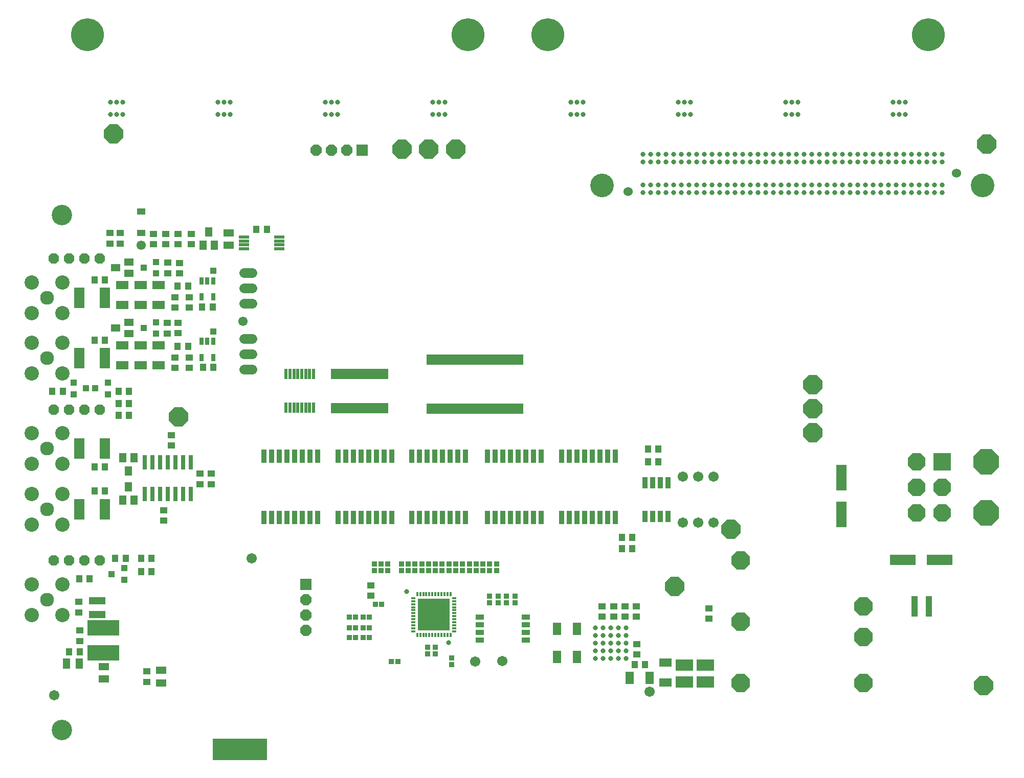
<source format=gts>
G75*
%MOIN*%
%OFA0B0*%
%FSLAX25Y25*%
%IPPOS*%
%LPD*%
%AMOC8*
5,1,8,0,0,1.08239X$1,22.5*
%
%ADD10C,0.09050*%
%ADD11C,0.09350*%
%ADD12OC8,0.06800*%
%ADD13C,0.06706*%
%ADD14OC8,0.12611*%
%ADD15C,0.13300*%
%ADD16C,0.00000*%
%ADD17C,0.00001*%
%ADD18C,0.21400*%
%ADD19C,0.03162*%
%ADD20R,0.06706X0.13398*%
%ADD21R,0.08200X0.05600*%
%ADD22R,0.04300X0.05000*%
%ADD23R,0.04343X0.03950*%
%ADD24R,0.05000X0.04300*%
%ADD25R,0.02965X0.04737*%
%ADD26R,0.03162X0.09461*%
%ADD27R,0.05600X0.04400*%
%ADD28C,0.06115*%
%ADD29OC8,0.11800*%
%ADD30R,0.07099X0.16548*%
%ADD31R,0.16548X0.07099*%
%ADD32R,0.11430X0.11430*%
%ADD33OC8,0.11430*%
%ADD34OC8,0.16611*%
%ADD35R,0.03300X0.08800*%
%ADD36R,0.04343X0.04343*%
%ADD37R,0.06509X0.02170*%
%ADD38R,0.06800X0.04600*%
%ADD39R,0.03300X0.07800*%
%ADD40R,0.04600X0.06800*%
%ADD41R,0.03800X0.03500*%
%ADD42R,0.03500X0.03800*%
%ADD43R,0.05800X0.03792*%
%ADD44R,0.11800X0.07300*%
%ADD45R,0.10800X0.04800*%
%ADD46R,0.20879X0.10052*%
%ADD47R,0.03162X0.01784*%
%ADD48R,0.20879X0.20879*%
%ADD49R,0.01784X0.03162*%
%ADD50C,0.15400*%
%ADD51C,0.03300*%
%ADD52C,0.06000*%
%ADD53R,0.01981X0.07099*%
%ADD54OC8,0.07296*%
%ADD55R,0.07296X0.07296*%
%ADD56C,0.06200*%
%ADD57R,0.06312X0.04737*%
%ADD58R,0.04737X0.06312*%
%ADD59R,0.04000X0.13600*%
%ADD60R,0.05600X0.08200*%
D10*
X0067243Y0123031D03*
X0067243Y0182086D03*
X0067243Y0221456D03*
X0067243Y0280511D03*
X0067243Y0319881D03*
D11*
X0077243Y0309881D03*
X0057243Y0309881D03*
X0057243Y0290511D03*
X0077243Y0290511D03*
X0077243Y0270511D03*
X0057243Y0270511D03*
X0057243Y0231456D03*
X0077243Y0231456D03*
X0077243Y0211456D03*
X0057243Y0211456D03*
X0057243Y0192086D03*
X0077243Y0192086D03*
X0077243Y0172086D03*
X0057243Y0172086D03*
X0057243Y0133031D03*
X0077243Y0133031D03*
X0077243Y0113031D03*
X0057243Y0113031D03*
X0057243Y0329881D03*
X0077243Y0329881D03*
D12*
X0081613Y0345472D03*
X0071613Y0345472D03*
X0091613Y0345472D03*
X0101613Y0345472D03*
X0101613Y0247046D03*
X0091613Y0247046D03*
X0081613Y0247046D03*
X0071613Y0247046D03*
X0071613Y0148621D03*
X0081613Y0148621D03*
X0091613Y0148621D03*
X0101613Y0148621D03*
D13*
X0200811Y0150091D03*
X0071874Y0060524D03*
X0346480Y0082669D03*
X0363916Y0083070D03*
X0460129Y0062861D03*
X0481776Y0173185D03*
X0491776Y0173185D03*
X0501776Y0173185D03*
X0501776Y0203185D03*
X0491776Y0203185D03*
X0481776Y0203185D03*
D14*
X0512909Y0168886D03*
X0476409Y0131543D03*
X0566461Y0231783D03*
X0566461Y0247531D03*
X0566461Y0263280D03*
X0679587Y0420228D03*
X0333724Y0416823D03*
X0315969Y0416823D03*
X0298713Y0416823D03*
X0110823Y0427094D03*
X0153075Y0242118D03*
X0677579Y0067016D03*
D15*
X0077085Y0037794D03*
X0077085Y0374000D03*
D16*
X0175258Y0032300D02*
X0175258Y0018700D01*
X0210358Y0018700D01*
X0210358Y0032300D01*
X0175258Y0032300D01*
D17*
X0175258Y0032299D02*
X0210358Y0032299D01*
X0210358Y0032298D02*
X0175258Y0032298D01*
X0175258Y0032297D02*
X0210358Y0032297D01*
X0210358Y0032296D02*
X0175258Y0032296D01*
X0175258Y0032295D02*
X0210358Y0032295D01*
X0210358Y0032294D02*
X0175258Y0032294D01*
X0210358Y0032294D01*
X0210358Y0032293D02*
X0175258Y0032293D01*
X0175258Y0032292D02*
X0210358Y0032292D01*
X0210358Y0032291D02*
X0175258Y0032291D01*
X0175258Y0032290D02*
X0210358Y0032290D01*
X0210358Y0032289D02*
X0175258Y0032289D01*
X0175258Y0032288D02*
X0210358Y0032288D01*
X0210358Y0032287D02*
X0175258Y0032287D01*
X0175258Y0032286D02*
X0210358Y0032286D01*
X0210358Y0032285D02*
X0175258Y0032285D01*
X0175258Y0032284D02*
X0210358Y0032284D01*
X0210358Y0032283D02*
X0175258Y0032283D01*
X0175258Y0032282D02*
X0210358Y0032282D01*
X0210358Y0032281D02*
X0175258Y0032281D01*
X0175258Y0032280D02*
X0210358Y0032280D01*
X0210358Y0032279D02*
X0175258Y0032279D01*
X0175258Y0032278D02*
X0210358Y0032278D01*
X0210358Y0032277D02*
X0175258Y0032277D01*
X0175258Y0032276D02*
X0210358Y0032276D01*
X0210358Y0032275D02*
X0175258Y0032275D01*
X0175258Y0032274D02*
X0210358Y0032274D01*
X0210358Y0032273D02*
X0175258Y0032273D01*
X0175258Y0032272D02*
X0210358Y0032272D01*
X0210358Y0032271D02*
X0175258Y0032271D01*
X0175258Y0032270D02*
X0210358Y0032270D01*
X0210358Y0032269D02*
X0175258Y0032269D01*
X0175258Y0032268D02*
X0210358Y0032268D01*
X0210358Y0032267D02*
X0175258Y0032267D01*
X0175258Y0032266D02*
X0210358Y0032266D01*
X0210358Y0032265D02*
X0175258Y0032265D01*
X0175258Y0032264D02*
X0210358Y0032264D01*
X0210358Y0032263D02*
X0175258Y0032263D01*
X0175258Y0032262D02*
X0210358Y0032262D01*
X0210358Y0032261D02*
X0175258Y0032261D01*
X0175258Y0032260D02*
X0210358Y0032260D01*
X0210358Y0032259D02*
X0175258Y0032259D01*
X0175258Y0032258D02*
X0210358Y0032258D01*
X0210358Y0032257D02*
X0175258Y0032257D01*
X0175258Y0032256D02*
X0210358Y0032256D01*
X0210358Y0032255D02*
X0175258Y0032255D01*
X0175258Y0032254D02*
X0210358Y0032254D01*
X0210358Y0032253D02*
X0175258Y0032253D01*
X0175258Y0032252D02*
X0210358Y0032252D01*
X0210358Y0032251D02*
X0175258Y0032251D01*
X0175258Y0032250D02*
X0210358Y0032250D01*
X0210358Y0032249D02*
X0175258Y0032249D01*
X0175258Y0032248D02*
X0210358Y0032248D01*
X0210358Y0032247D02*
X0175258Y0032247D01*
X0175258Y0032246D02*
X0210358Y0032246D01*
X0210358Y0032245D02*
X0175258Y0032245D01*
X0175258Y0032244D02*
X0210358Y0032244D01*
X0210358Y0032243D02*
X0175258Y0032243D01*
X0175258Y0032242D02*
X0210358Y0032242D01*
X0210358Y0032241D02*
X0175258Y0032241D01*
X0175258Y0032240D02*
X0210358Y0032240D01*
X0210358Y0032239D02*
X0175258Y0032239D01*
X0175258Y0032238D02*
X0210358Y0032238D01*
X0210358Y0032237D02*
X0175258Y0032237D01*
X0175258Y0032236D02*
X0210358Y0032236D01*
X0210358Y0032235D02*
X0175258Y0032235D01*
X0175258Y0032234D02*
X0210358Y0032234D01*
X0210358Y0032233D02*
X0175258Y0032233D01*
X0175258Y0032232D02*
X0210358Y0032232D01*
X0210358Y0032231D02*
X0175258Y0032231D01*
X0210358Y0032231D01*
X0210358Y0032230D02*
X0175258Y0032230D01*
X0175258Y0032229D02*
X0210358Y0032229D01*
X0210358Y0032228D02*
X0175258Y0032228D01*
X0175258Y0032227D02*
X0210358Y0032227D01*
X0210358Y0032226D02*
X0175258Y0032226D01*
X0175258Y0032225D02*
X0210358Y0032225D01*
X0210358Y0032224D02*
X0175258Y0032224D01*
X0175258Y0032223D02*
X0210358Y0032223D01*
X0210358Y0032222D02*
X0175258Y0032222D01*
X0175258Y0032221D02*
X0210358Y0032221D01*
X0210358Y0032220D02*
X0175258Y0032220D01*
X0175258Y0032219D02*
X0210358Y0032219D01*
X0210358Y0032218D02*
X0175258Y0032218D01*
X0175258Y0032217D02*
X0210358Y0032217D01*
X0210358Y0032216D02*
X0175258Y0032216D01*
X0175258Y0032215D02*
X0210358Y0032215D01*
X0210358Y0032214D02*
X0175258Y0032214D01*
X0175258Y0032213D02*
X0210358Y0032213D01*
X0210358Y0032212D02*
X0175258Y0032212D01*
X0175258Y0032211D02*
X0210358Y0032211D01*
X0210358Y0032210D02*
X0175258Y0032210D01*
X0175258Y0032209D02*
X0210358Y0032209D01*
X0210358Y0032208D02*
X0175258Y0032208D01*
X0175258Y0032207D02*
X0210358Y0032207D01*
X0210358Y0032206D02*
X0175258Y0032206D01*
X0175258Y0032205D02*
X0210358Y0032205D01*
X0210358Y0032204D02*
X0175258Y0032204D01*
X0175258Y0032203D02*
X0210358Y0032203D01*
X0210358Y0032202D02*
X0175258Y0032202D01*
X0175258Y0032201D02*
X0210358Y0032201D01*
X0210358Y0032200D02*
X0175258Y0032200D01*
X0175258Y0032199D02*
X0210358Y0032199D01*
X0210358Y0032198D02*
X0175258Y0032198D01*
X0175258Y0032197D02*
X0210358Y0032197D01*
X0210358Y0032196D02*
X0175258Y0032196D01*
X0175258Y0032195D02*
X0210358Y0032195D01*
X0210358Y0032194D02*
X0175258Y0032194D01*
X0175258Y0032193D02*
X0210358Y0032193D01*
X0210358Y0032192D02*
X0175258Y0032192D01*
X0175258Y0032191D02*
X0210358Y0032191D01*
X0210358Y0032190D02*
X0175258Y0032190D01*
X0175258Y0032189D02*
X0210358Y0032189D01*
X0210358Y0032188D02*
X0175258Y0032188D01*
X0175258Y0032187D02*
X0210358Y0032187D01*
X0210358Y0032186D02*
X0175258Y0032186D01*
X0175258Y0032185D02*
X0210358Y0032185D01*
X0210358Y0032184D02*
X0175258Y0032184D01*
X0175258Y0032183D02*
X0210358Y0032183D01*
X0210358Y0032182D02*
X0175258Y0032182D01*
X0175258Y0032181D02*
X0210358Y0032181D01*
X0210358Y0032180D02*
X0175258Y0032180D01*
X0175258Y0032179D02*
X0210358Y0032179D01*
X0210358Y0032178D02*
X0175258Y0032178D01*
X0175258Y0032177D02*
X0210358Y0032177D01*
X0210358Y0032176D02*
X0175258Y0032176D01*
X0175258Y0032175D02*
X0210358Y0032175D01*
X0210358Y0032174D02*
X0175258Y0032174D01*
X0175258Y0032173D02*
X0210358Y0032173D01*
X0210358Y0032172D02*
X0175258Y0032172D01*
X0175258Y0032171D02*
X0210358Y0032171D01*
X0210358Y0032170D02*
X0175258Y0032170D01*
X0175258Y0032169D02*
X0210358Y0032169D01*
X0175258Y0032169D01*
X0175258Y0032168D02*
X0210358Y0032168D01*
X0210358Y0032167D02*
X0175258Y0032167D01*
X0175258Y0032166D02*
X0210358Y0032166D01*
X0210358Y0032165D02*
X0175258Y0032165D01*
X0175258Y0032164D02*
X0210358Y0032164D01*
X0210358Y0032163D02*
X0175258Y0032163D01*
X0175258Y0032162D02*
X0210358Y0032162D01*
X0210358Y0032161D02*
X0175258Y0032161D01*
X0175258Y0032160D02*
X0210358Y0032160D01*
X0210358Y0032159D02*
X0175258Y0032159D01*
X0175258Y0032158D02*
X0210358Y0032158D01*
X0210358Y0032157D02*
X0175258Y0032157D01*
X0175258Y0032156D02*
X0210358Y0032156D01*
X0210358Y0032155D02*
X0175258Y0032155D01*
X0175258Y0032154D02*
X0210358Y0032154D01*
X0210358Y0032153D02*
X0175258Y0032153D01*
X0175258Y0032152D02*
X0210358Y0032152D01*
X0210358Y0032151D02*
X0175258Y0032151D01*
X0175258Y0032150D02*
X0210358Y0032150D01*
X0210358Y0032149D02*
X0175258Y0032149D01*
X0175258Y0032148D02*
X0210358Y0032148D01*
X0210358Y0032147D02*
X0175258Y0032147D01*
X0175258Y0032146D02*
X0210358Y0032146D01*
X0210358Y0032145D02*
X0175258Y0032145D01*
X0175258Y0032144D02*
X0210358Y0032144D01*
X0210358Y0032143D02*
X0175258Y0032143D01*
X0175258Y0032142D02*
X0210358Y0032142D01*
X0210358Y0032141D02*
X0175258Y0032141D01*
X0175258Y0032140D02*
X0210358Y0032140D01*
X0210358Y0032139D02*
X0175258Y0032139D01*
X0175258Y0032138D02*
X0210358Y0032138D01*
X0210358Y0032137D02*
X0175258Y0032137D01*
X0175258Y0032136D02*
X0210358Y0032136D01*
X0210358Y0032135D02*
X0175258Y0032135D01*
X0175258Y0032134D02*
X0210358Y0032134D01*
X0210358Y0032133D02*
X0175258Y0032133D01*
X0175258Y0032132D02*
X0210358Y0032132D01*
X0210358Y0032131D02*
X0175258Y0032131D01*
X0175258Y0032130D02*
X0210358Y0032130D01*
X0210358Y0032129D02*
X0175258Y0032129D01*
X0175258Y0032128D02*
X0210358Y0032128D01*
X0210358Y0032127D02*
X0175258Y0032127D01*
X0175258Y0032126D02*
X0210358Y0032126D01*
X0210358Y0032125D02*
X0175258Y0032125D01*
X0175258Y0032124D02*
X0210358Y0032124D01*
X0210358Y0032123D02*
X0175258Y0032123D01*
X0175258Y0032122D02*
X0210358Y0032122D01*
X0210358Y0032121D02*
X0175258Y0032121D01*
X0175258Y0032120D02*
X0210358Y0032120D01*
X0210358Y0032119D02*
X0175258Y0032119D01*
X0175258Y0032118D02*
X0210358Y0032118D01*
X0210358Y0032117D02*
X0175258Y0032117D01*
X0175258Y0032116D02*
X0210358Y0032116D01*
X0210358Y0032115D02*
X0175258Y0032115D01*
X0175258Y0032114D02*
X0210358Y0032114D01*
X0210358Y0032113D02*
X0175258Y0032113D01*
X0175258Y0032112D02*
X0210358Y0032112D01*
X0210358Y0032111D02*
X0175258Y0032111D01*
X0175258Y0032110D02*
X0210358Y0032110D01*
X0210358Y0032109D02*
X0175258Y0032109D01*
X0175258Y0032108D02*
X0210358Y0032108D01*
X0210358Y0032107D02*
X0175258Y0032107D01*
X0175258Y0032106D02*
X0210358Y0032106D01*
X0175258Y0032106D01*
X0175258Y0032105D02*
X0210358Y0032105D01*
X0210358Y0032104D02*
X0175258Y0032104D01*
X0175258Y0032103D02*
X0210358Y0032103D01*
X0210358Y0032102D02*
X0175258Y0032102D01*
X0175258Y0032101D02*
X0210358Y0032101D01*
X0210358Y0032100D02*
X0175258Y0032100D01*
X0175258Y0032099D02*
X0210358Y0032099D01*
X0210358Y0032098D02*
X0175258Y0032098D01*
X0175258Y0032097D02*
X0210358Y0032097D01*
X0210358Y0032096D02*
X0175258Y0032096D01*
X0175258Y0032095D02*
X0210358Y0032095D01*
X0210358Y0032094D02*
X0175258Y0032094D01*
X0175258Y0032093D02*
X0210358Y0032093D01*
X0210358Y0032092D02*
X0175258Y0032092D01*
X0175258Y0032091D02*
X0210358Y0032091D01*
X0210358Y0032090D02*
X0175258Y0032090D01*
X0175258Y0032089D02*
X0210358Y0032089D01*
X0210358Y0032088D02*
X0175258Y0032088D01*
X0175258Y0032087D02*
X0210358Y0032087D01*
X0210358Y0032086D02*
X0175258Y0032086D01*
X0175258Y0032085D02*
X0210358Y0032085D01*
X0210358Y0032084D02*
X0175258Y0032084D01*
X0175258Y0032083D02*
X0210358Y0032083D01*
X0210358Y0032082D02*
X0175258Y0032082D01*
X0175258Y0032081D02*
X0210358Y0032081D01*
X0210358Y0032080D02*
X0175258Y0032080D01*
X0175258Y0032079D02*
X0210358Y0032079D01*
X0210358Y0032078D02*
X0175258Y0032078D01*
X0175258Y0032077D02*
X0210358Y0032077D01*
X0210358Y0032076D02*
X0175258Y0032076D01*
X0175258Y0032075D02*
X0210358Y0032075D01*
X0210358Y0032074D02*
X0175258Y0032074D01*
X0175258Y0032073D02*
X0210358Y0032073D01*
X0210358Y0032072D02*
X0175258Y0032072D01*
X0175258Y0032071D02*
X0210358Y0032071D01*
X0210358Y0032070D02*
X0175258Y0032070D01*
X0175258Y0032069D02*
X0210358Y0032069D01*
X0210358Y0032068D02*
X0175258Y0032068D01*
X0175258Y0032067D02*
X0210358Y0032067D01*
X0210358Y0032066D02*
X0175258Y0032066D01*
X0175258Y0032065D02*
X0210358Y0032065D01*
X0210358Y0032064D02*
X0175258Y0032064D01*
X0175258Y0032063D02*
X0210358Y0032063D01*
X0210358Y0032062D02*
X0175258Y0032062D01*
X0175258Y0032061D02*
X0210358Y0032061D01*
X0210358Y0032060D02*
X0175258Y0032060D01*
X0175258Y0032059D02*
X0210358Y0032059D01*
X0210358Y0032058D02*
X0175258Y0032058D01*
X0175258Y0032057D02*
X0210358Y0032057D01*
X0210358Y0032056D02*
X0175258Y0032056D01*
X0175258Y0032055D02*
X0210358Y0032055D01*
X0210358Y0032054D02*
X0175258Y0032054D01*
X0175258Y0032053D02*
X0210358Y0032053D01*
X0210358Y0032052D02*
X0175258Y0032052D01*
X0175258Y0032051D02*
X0210358Y0032051D01*
X0210358Y0032050D02*
X0175258Y0032050D01*
X0175258Y0032049D02*
X0210358Y0032049D01*
X0210358Y0032048D02*
X0175258Y0032048D01*
X0175258Y0032047D02*
X0210358Y0032047D01*
X0210358Y0032046D02*
X0175258Y0032046D01*
X0175258Y0032045D02*
X0210358Y0032045D01*
X0210358Y0032044D02*
X0175258Y0032044D01*
X0210358Y0032044D01*
X0210358Y0032043D02*
X0175258Y0032043D01*
X0175258Y0032042D02*
X0210358Y0032042D01*
X0210358Y0032041D02*
X0175258Y0032041D01*
X0175258Y0032040D02*
X0210358Y0032040D01*
X0210358Y0032039D02*
X0175258Y0032039D01*
X0175258Y0032038D02*
X0210358Y0032038D01*
X0210358Y0032037D02*
X0175258Y0032037D01*
X0175258Y0032036D02*
X0210358Y0032036D01*
X0210358Y0032035D02*
X0175258Y0032035D01*
X0175258Y0032034D02*
X0210358Y0032034D01*
X0210358Y0032033D02*
X0175258Y0032033D01*
X0175258Y0032032D02*
X0210358Y0032032D01*
X0210358Y0032031D02*
X0175258Y0032031D01*
X0175258Y0032030D02*
X0210358Y0032030D01*
X0210358Y0032029D02*
X0175258Y0032029D01*
X0175258Y0032028D02*
X0210358Y0032028D01*
X0210358Y0032027D02*
X0175258Y0032027D01*
X0175258Y0032026D02*
X0210358Y0032026D01*
X0210358Y0032025D02*
X0175258Y0032025D01*
X0175258Y0032024D02*
X0210358Y0032024D01*
X0210358Y0032023D02*
X0175258Y0032023D01*
X0175258Y0032022D02*
X0210358Y0032022D01*
X0210358Y0032021D02*
X0175258Y0032021D01*
X0175258Y0032020D02*
X0210358Y0032020D01*
X0210358Y0032019D02*
X0175258Y0032019D01*
X0175258Y0032018D02*
X0210358Y0032018D01*
X0210358Y0032017D02*
X0175258Y0032017D01*
X0175258Y0032016D02*
X0210358Y0032016D01*
X0210358Y0032015D02*
X0175258Y0032015D01*
X0175258Y0032014D02*
X0210358Y0032014D01*
X0210358Y0032013D02*
X0175258Y0032013D01*
X0175258Y0032012D02*
X0210358Y0032012D01*
X0210358Y0032011D02*
X0175258Y0032011D01*
X0175258Y0032010D02*
X0210358Y0032010D01*
X0210358Y0032009D02*
X0175258Y0032009D01*
X0175258Y0032008D02*
X0210358Y0032008D01*
X0210358Y0032007D02*
X0175258Y0032007D01*
X0175258Y0032006D02*
X0210358Y0032006D01*
X0210358Y0032005D02*
X0175258Y0032005D01*
X0175258Y0032004D02*
X0210358Y0032004D01*
X0210358Y0032003D02*
X0175258Y0032003D01*
X0175258Y0032002D02*
X0210358Y0032002D01*
X0210358Y0032001D02*
X0175258Y0032001D01*
X0175258Y0032000D02*
X0210358Y0032000D01*
X0210358Y0031999D02*
X0175258Y0031999D01*
X0175258Y0031998D02*
X0210358Y0031998D01*
X0210358Y0031997D02*
X0175258Y0031997D01*
X0175258Y0031996D02*
X0210358Y0031996D01*
X0210358Y0031995D02*
X0175258Y0031995D01*
X0175258Y0031994D02*
X0210358Y0031994D01*
X0210358Y0031993D02*
X0175258Y0031993D01*
X0175258Y0031992D02*
X0210358Y0031992D01*
X0210358Y0031991D02*
X0175258Y0031991D01*
X0175258Y0031990D02*
X0210358Y0031990D01*
X0210358Y0031989D02*
X0175258Y0031989D01*
X0175258Y0031988D02*
X0210358Y0031988D01*
X0210358Y0031987D02*
X0175258Y0031987D01*
X0175258Y0031986D02*
X0210358Y0031986D01*
X0210358Y0031985D02*
X0175258Y0031985D01*
X0175258Y0031984D02*
X0210358Y0031984D01*
X0210358Y0031983D02*
X0175258Y0031983D01*
X0175258Y0031982D02*
X0210358Y0031982D01*
X0210358Y0031981D02*
X0175258Y0031981D01*
X0210358Y0031981D01*
X0210358Y0031980D02*
X0175258Y0031980D01*
X0175258Y0031979D02*
X0210358Y0031979D01*
X0210358Y0031978D02*
X0175258Y0031978D01*
X0175258Y0031977D02*
X0210358Y0031977D01*
X0210358Y0031976D02*
X0175258Y0031976D01*
X0175258Y0031975D02*
X0210358Y0031975D01*
X0210358Y0031974D02*
X0175258Y0031974D01*
X0175258Y0031973D02*
X0210358Y0031973D01*
X0210358Y0031972D02*
X0175258Y0031972D01*
X0175258Y0031971D02*
X0210358Y0031971D01*
X0210358Y0031970D02*
X0175258Y0031970D01*
X0175258Y0031969D02*
X0210358Y0031969D01*
X0210358Y0031968D02*
X0175258Y0031968D01*
X0175258Y0031967D02*
X0210358Y0031967D01*
X0210358Y0031966D02*
X0175258Y0031966D01*
X0175258Y0031965D02*
X0210358Y0031965D01*
X0210358Y0031964D02*
X0175258Y0031964D01*
X0175258Y0031963D02*
X0210358Y0031963D01*
X0210358Y0031962D02*
X0175258Y0031962D01*
X0175258Y0031961D02*
X0210358Y0031961D01*
X0210358Y0031960D02*
X0175258Y0031960D01*
X0175258Y0031959D02*
X0210358Y0031959D01*
X0210358Y0031958D02*
X0175258Y0031958D01*
X0175258Y0031957D02*
X0210358Y0031957D01*
X0210358Y0031956D02*
X0175258Y0031956D01*
X0175258Y0031955D02*
X0210358Y0031955D01*
X0210358Y0031954D02*
X0175258Y0031954D01*
X0175258Y0031953D02*
X0210358Y0031953D01*
X0210358Y0031952D02*
X0175258Y0031952D01*
X0175258Y0031951D02*
X0210358Y0031951D01*
X0210358Y0031950D02*
X0175258Y0031950D01*
X0175258Y0031949D02*
X0210358Y0031949D01*
X0210358Y0031948D02*
X0175258Y0031948D01*
X0175258Y0031947D02*
X0210358Y0031947D01*
X0210358Y0031946D02*
X0175258Y0031946D01*
X0175258Y0031945D02*
X0210358Y0031945D01*
X0210358Y0031944D02*
X0175258Y0031944D01*
X0175258Y0031943D02*
X0210358Y0031943D01*
X0210358Y0031942D02*
X0175258Y0031942D01*
X0175258Y0031941D02*
X0210358Y0031941D01*
X0210358Y0031940D02*
X0175258Y0031940D01*
X0175258Y0031939D02*
X0210358Y0031939D01*
X0210358Y0031938D02*
X0175258Y0031938D01*
X0175258Y0031937D02*
X0210358Y0031937D01*
X0210358Y0031936D02*
X0175258Y0031936D01*
X0175258Y0031935D02*
X0210358Y0031935D01*
X0210358Y0031934D02*
X0175258Y0031934D01*
X0175258Y0031933D02*
X0210358Y0031933D01*
X0210358Y0031932D02*
X0175258Y0031932D01*
X0175258Y0031931D02*
X0210358Y0031931D01*
X0210358Y0031930D02*
X0175258Y0031930D01*
X0175258Y0031929D02*
X0210358Y0031929D01*
X0210358Y0031928D02*
X0175258Y0031928D01*
X0175258Y0031927D02*
X0210358Y0031927D01*
X0210358Y0031926D02*
X0175258Y0031926D01*
X0175258Y0031925D02*
X0210358Y0031925D01*
X0210358Y0031924D02*
X0175258Y0031924D01*
X0175258Y0031923D02*
X0210358Y0031923D01*
X0210358Y0031922D02*
X0175258Y0031922D01*
X0175258Y0031921D02*
X0210358Y0031921D01*
X0210358Y0031920D02*
X0175258Y0031920D01*
X0175258Y0031919D02*
X0210358Y0031919D01*
X0175258Y0031919D01*
X0175258Y0031918D02*
X0210358Y0031918D01*
X0210358Y0031917D02*
X0175258Y0031917D01*
X0175258Y0031916D02*
X0210358Y0031916D01*
X0210358Y0031915D02*
X0175258Y0031915D01*
X0175258Y0031914D02*
X0210358Y0031914D01*
X0210358Y0031913D02*
X0175258Y0031913D01*
X0175258Y0031912D02*
X0210358Y0031912D01*
X0210358Y0031911D02*
X0175258Y0031911D01*
X0175258Y0031910D02*
X0210358Y0031910D01*
X0210358Y0031909D02*
X0175258Y0031909D01*
X0175258Y0031908D02*
X0210358Y0031908D01*
X0210358Y0031907D02*
X0175258Y0031907D01*
X0175258Y0031906D02*
X0210358Y0031906D01*
X0210358Y0031905D02*
X0175258Y0031905D01*
X0175258Y0031904D02*
X0210358Y0031904D01*
X0210358Y0031903D02*
X0175258Y0031903D01*
X0175258Y0031902D02*
X0210358Y0031902D01*
X0210358Y0031901D02*
X0175258Y0031901D01*
X0175258Y0031900D02*
X0210358Y0031900D01*
X0210358Y0031899D02*
X0175258Y0031899D01*
X0175258Y0031898D02*
X0210358Y0031898D01*
X0210358Y0031897D02*
X0175258Y0031897D01*
X0175258Y0031896D02*
X0210358Y0031896D01*
X0210358Y0031895D02*
X0175258Y0031895D01*
X0175258Y0031894D02*
X0210358Y0031894D01*
X0210358Y0031893D02*
X0175258Y0031893D01*
X0175258Y0031892D02*
X0210358Y0031892D01*
X0210358Y0031891D02*
X0175258Y0031891D01*
X0175258Y0031890D02*
X0210358Y0031890D01*
X0210358Y0031889D02*
X0175258Y0031889D01*
X0175258Y0031888D02*
X0210358Y0031888D01*
X0210358Y0031887D02*
X0175258Y0031887D01*
X0175258Y0031886D02*
X0210358Y0031886D01*
X0210358Y0031885D02*
X0175258Y0031885D01*
X0175258Y0031884D02*
X0210358Y0031884D01*
X0210358Y0031883D02*
X0175258Y0031883D01*
X0175258Y0031882D02*
X0210358Y0031882D01*
X0210358Y0031881D02*
X0175258Y0031881D01*
X0175258Y0031880D02*
X0210358Y0031880D01*
X0210358Y0031879D02*
X0175258Y0031879D01*
X0175258Y0031878D02*
X0210358Y0031878D01*
X0210358Y0031877D02*
X0175258Y0031877D01*
X0175258Y0031876D02*
X0210358Y0031876D01*
X0210358Y0031875D02*
X0175258Y0031875D01*
X0175258Y0031874D02*
X0210358Y0031874D01*
X0210358Y0031873D02*
X0175258Y0031873D01*
X0175258Y0031872D02*
X0210358Y0031872D01*
X0210358Y0031871D02*
X0175258Y0031871D01*
X0175258Y0031870D02*
X0210358Y0031870D01*
X0210358Y0031869D02*
X0175258Y0031869D01*
X0175258Y0031868D02*
X0210358Y0031868D01*
X0210358Y0031867D02*
X0175258Y0031867D01*
X0175258Y0031866D02*
X0210358Y0031866D01*
X0210358Y0031865D02*
X0175258Y0031865D01*
X0175258Y0031864D02*
X0210358Y0031864D01*
X0210358Y0031863D02*
X0175258Y0031863D01*
X0175258Y0031862D02*
X0210358Y0031862D01*
X0210358Y0031861D02*
X0175258Y0031861D01*
X0175258Y0031860D02*
X0210358Y0031860D01*
X0210358Y0031859D02*
X0175258Y0031859D01*
X0175258Y0031858D02*
X0210358Y0031858D01*
X0210358Y0031857D02*
X0175258Y0031857D01*
X0175258Y0031856D02*
X0210358Y0031856D01*
X0175258Y0031856D01*
X0175258Y0031855D02*
X0210358Y0031855D01*
X0210358Y0031854D02*
X0175258Y0031854D01*
X0175258Y0031853D02*
X0210358Y0031853D01*
X0210358Y0031852D02*
X0175258Y0031852D01*
X0175258Y0031851D02*
X0210358Y0031851D01*
X0210358Y0031850D02*
X0175258Y0031850D01*
X0175258Y0031849D02*
X0210358Y0031849D01*
X0210358Y0031848D02*
X0175258Y0031848D01*
X0175258Y0031847D02*
X0210358Y0031847D01*
X0210358Y0031846D02*
X0175258Y0031846D01*
X0175258Y0031845D02*
X0210358Y0031845D01*
X0210358Y0031844D02*
X0175258Y0031844D01*
X0175258Y0031843D02*
X0210358Y0031843D01*
X0210358Y0031842D02*
X0175258Y0031842D01*
X0175258Y0031841D02*
X0210358Y0031841D01*
X0210358Y0031840D02*
X0175258Y0031840D01*
X0175258Y0031839D02*
X0210358Y0031839D01*
X0210358Y0031838D02*
X0175258Y0031838D01*
X0175258Y0031837D02*
X0210358Y0031837D01*
X0210358Y0031836D02*
X0175258Y0031836D01*
X0175258Y0031835D02*
X0210358Y0031835D01*
X0210358Y0031834D02*
X0175258Y0031834D01*
X0175258Y0031833D02*
X0210358Y0031833D01*
X0210358Y0031832D02*
X0175258Y0031832D01*
X0175258Y0031831D02*
X0210358Y0031831D01*
X0210358Y0031830D02*
X0175258Y0031830D01*
X0175258Y0031829D02*
X0210358Y0031829D01*
X0210358Y0031828D02*
X0175258Y0031828D01*
X0175258Y0031827D02*
X0210358Y0031827D01*
X0210358Y0031826D02*
X0175258Y0031826D01*
X0175258Y0031825D02*
X0210358Y0031825D01*
X0210358Y0031824D02*
X0175258Y0031824D01*
X0175258Y0031823D02*
X0210358Y0031823D01*
X0210358Y0031822D02*
X0175258Y0031822D01*
X0175258Y0031821D02*
X0210358Y0031821D01*
X0210358Y0031820D02*
X0175258Y0031820D01*
X0175258Y0031819D02*
X0210358Y0031819D01*
X0210358Y0031818D02*
X0175258Y0031818D01*
X0175258Y0031817D02*
X0210358Y0031817D01*
X0210358Y0031816D02*
X0175258Y0031816D01*
X0175258Y0031815D02*
X0210358Y0031815D01*
X0210358Y0031814D02*
X0175258Y0031814D01*
X0175258Y0031813D02*
X0210358Y0031813D01*
X0210358Y0031812D02*
X0175258Y0031812D01*
X0175258Y0031811D02*
X0210358Y0031811D01*
X0210358Y0031810D02*
X0175258Y0031810D01*
X0175258Y0031809D02*
X0210358Y0031809D01*
X0210358Y0031808D02*
X0175258Y0031808D01*
X0175258Y0031807D02*
X0210358Y0031807D01*
X0210358Y0031806D02*
X0175258Y0031806D01*
X0175258Y0031805D02*
X0210358Y0031805D01*
X0210358Y0031804D02*
X0175258Y0031804D01*
X0175258Y0031803D02*
X0210358Y0031803D01*
X0210358Y0031802D02*
X0175258Y0031802D01*
X0175258Y0031801D02*
X0210358Y0031801D01*
X0210358Y0031800D02*
X0175258Y0031800D01*
X0175258Y0031799D02*
X0210358Y0031799D01*
X0210358Y0031798D02*
X0175258Y0031798D01*
X0175258Y0031797D02*
X0210358Y0031797D01*
X0210358Y0031796D02*
X0175258Y0031796D01*
X0175258Y0031795D02*
X0210358Y0031795D01*
X0210358Y0031794D02*
X0175258Y0031794D01*
X0210358Y0031794D01*
X0210358Y0031793D02*
X0175258Y0031793D01*
X0175258Y0031792D02*
X0210358Y0031792D01*
X0210358Y0031791D02*
X0175258Y0031791D01*
X0175258Y0031790D02*
X0210358Y0031790D01*
X0210358Y0031789D02*
X0175258Y0031789D01*
X0175258Y0031788D02*
X0210358Y0031788D01*
X0210358Y0031787D02*
X0175258Y0031787D01*
X0175258Y0031786D02*
X0210358Y0031786D01*
X0210358Y0031785D02*
X0175258Y0031785D01*
X0175258Y0031784D02*
X0210358Y0031784D01*
X0210358Y0031783D02*
X0175258Y0031783D01*
X0175258Y0031782D02*
X0210358Y0031782D01*
X0210358Y0031781D02*
X0175258Y0031781D01*
X0175258Y0031780D02*
X0210358Y0031780D01*
X0210358Y0031779D02*
X0175258Y0031779D01*
X0175258Y0031778D02*
X0210358Y0031778D01*
X0210358Y0031777D02*
X0175258Y0031777D01*
X0175258Y0031776D02*
X0210358Y0031776D01*
X0210358Y0031775D02*
X0175258Y0031775D01*
X0175258Y0031774D02*
X0210358Y0031774D01*
X0210358Y0031773D02*
X0175258Y0031773D01*
X0175258Y0031772D02*
X0210358Y0031772D01*
X0210358Y0031771D02*
X0175258Y0031771D01*
X0175258Y0031770D02*
X0210358Y0031770D01*
X0210358Y0031769D02*
X0175258Y0031769D01*
X0175258Y0031768D02*
X0210358Y0031768D01*
X0210358Y0031767D02*
X0175258Y0031767D01*
X0175258Y0031766D02*
X0210358Y0031766D01*
X0210358Y0031765D02*
X0175258Y0031765D01*
X0175258Y0031764D02*
X0210358Y0031764D01*
X0210358Y0031763D02*
X0175258Y0031763D01*
X0175258Y0031762D02*
X0210358Y0031762D01*
X0210358Y0031761D02*
X0175258Y0031761D01*
X0175258Y0031760D02*
X0210358Y0031760D01*
X0210358Y0031759D02*
X0175258Y0031759D01*
X0175258Y0031758D02*
X0210358Y0031758D01*
X0210358Y0031757D02*
X0175258Y0031757D01*
X0175258Y0031756D02*
X0210358Y0031756D01*
X0210358Y0031755D02*
X0175258Y0031755D01*
X0175258Y0031754D02*
X0210358Y0031754D01*
X0210358Y0031753D02*
X0175258Y0031753D01*
X0175258Y0031752D02*
X0210358Y0031752D01*
X0210358Y0031751D02*
X0175258Y0031751D01*
X0175258Y0031750D02*
X0210358Y0031750D01*
X0210358Y0031749D02*
X0175258Y0031749D01*
X0175258Y0031748D02*
X0210358Y0031748D01*
X0210358Y0031747D02*
X0175258Y0031747D01*
X0175258Y0031746D02*
X0210358Y0031746D01*
X0210358Y0031745D02*
X0175258Y0031745D01*
X0175258Y0031744D02*
X0210358Y0031744D01*
X0210358Y0031743D02*
X0175258Y0031743D01*
X0175258Y0031742D02*
X0210358Y0031742D01*
X0210358Y0031741D02*
X0175258Y0031741D01*
X0175258Y0031740D02*
X0210358Y0031740D01*
X0210358Y0031739D02*
X0175258Y0031739D01*
X0175258Y0031738D02*
X0210358Y0031738D01*
X0210358Y0031737D02*
X0175258Y0031737D01*
X0175258Y0031736D02*
X0210358Y0031736D01*
X0210358Y0031735D02*
X0175258Y0031735D01*
X0175258Y0031734D02*
X0210358Y0031734D01*
X0210358Y0031733D02*
X0175258Y0031733D01*
X0175258Y0031732D02*
X0210358Y0031732D01*
X0210358Y0031731D02*
X0175258Y0031731D01*
X0210358Y0031731D01*
X0210358Y0031730D02*
X0175258Y0031730D01*
X0175258Y0031729D02*
X0210358Y0031729D01*
X0210358Y0031728D02*
X0175258Y0031728D01*
X0175258Y0031727D02*
X0210358Y0031727D01*
X0210358Y0031726D02*
X0175258Y0031726D01*
X0175258Y0031725D02*
X0210358Y0031725D01*
X0210358Y0031724D02*
X0175258Y0031724D01*
X0175258Y0031723D02*
X0210358Y0031723D01*
X0210358Y0031722D02*
X0175258Y0031722D01*
X0175258Y0031721D02*
X0210358Y0031721D01*
X0210358Y0031720D02*
X0175258Y0031720D01*
X0175258Y0031719D02*
X0210358Y0031719D01*
X0210358Y0031718D02*
X0175258Y0031718D01*
X0175258Y0031717D02*
X0210358Y0031717D01*
X0210358Y0031716D02*
X0175258Y0031716D01*
X0175258Y0031715D02*
X0210358Y0031715D01*
X0210358Y0031714D02*
X0175258Y0031714D01*
X0175258Y0031713D02*
X0210358Y0031713D01*
X0210358Y0031712D02*
X0175258Y0031712D01*
X0175258Y0031711D02*
X0210358Y0031711D01*
X0210358Y0031710D02*
X0175258Y0031710D01*
X0175258Y0031709D02*
X0210358Y0031709D01*
X0210358Y0031708D02*
X0175258Y0031708D01*
X0175258Y0031707D02*
X0210358Y0031707D01*
X0210358Y0031706D02*
X0175258Y0031706D01*
X0175258Y0031705D02*
X0210358Y0031705D01*
X0210358Y0031704D02*
X0175258Y0031704D01*
X0175258Y0031703D02*
X0210358Y0031703D01*
X0210358Y0031702D02*
X0175258Y0031702D01*
X0175258Y0031701D02*
X0210358Y0031701D01*
X0210358Y0031700D02*
X0175258Y0031700D01*
X0175258Y0031699D02*
X0210358Y0031699D01*
X0210358Y0031698D02*
X0175258Y0031698D01*
X0175258Y0031697D02*
X0210358Y0031697D01*
X0210358Y0031696D02*
X0175258Y0031696D01*
X0175258Y0031695D02*
X0210358Y0031695D01*
X0210358Y0031694D02*
X0175258Y0031694D01*
X0175258Y0031693D02*
X0210358Y0031693D01*
X0210358Y0031692D02*
X0175258Y0031692D01*
X0175258Y0031691D02*
X0210358Y0031691D01*
X0210358Y0031690D02*
X0175258Y0031690D01*
X0175258Y0031689D02*
X0210358Y0031689D01*
X0210358Y0031688D02*
X0175258Y0031688D01*
X0175258Y0031687D02*
X0210358Y0031687D01*
X0210358Y0031686D02*
X0175258Y0031686D01*
X0175258Y0031685D02*
X0210358Y0031685D01*
X0210358Y0031684D02*
X0175258Y0031684D01*
X0175258Y0031683D02*
X0210358Y0031683D01*
X0210358Y0031682D02*
X0175258Y0031682D01*
X0175258Y0031681D02*
X0210358Y0031681D01*
X0210358Y0031680D02*
X0175258Y0031680D01*
X0175258Y0031679D02*
X0210358Y0031679D01*
X0210358Y0031678D02*
X0175258Y0031678D01*
X0175258Y0031677D02*
X0210358Y0031677D01*
X0210358Y0031676D02*
X0175258Y0031676D01*
X0175258Y0031675D02*
X0210358Y0031675D01*
X0210358Y0031674D02*
X0175258Y0031674D01*
X0175258Y0031673D02*
X0210358Y0031673D01*
X0210358Y0031672D02*
X0175258Y0031672D01*
X0175258Y0031671D02*
X0210358Y0031671D01*
X0210358Y0031670D02*
X0175258Y0031670D01*
X0175258Y0031669D02*
X0210358Y0031669D01*
X0175258Y0031669D01*
X0175258Y0031668D02*
X0210358Y0031668D01*
X0210358Y0031667D02*
X0175258Y0031667D01*
X0175258Y0031666D02*
X0210358Y0031666D01*
X0210358Y0031665D02*
X0175258Y0031665D01*
X0175258Y0031664D02*
X0210358Y0031664D01*
X0210358Y0031663D02*
X0175258Y0031663D01*
X0175258Y0031662D02*
X0210358Y0031662D01*
X0210358Y0031661D02*
X0175258Y0031661D01*
X0175258Y0031660D02*
X0210358Y0031660D01*
X0210358Y0031659D02*
X0175258Y0031659D01*
X0175258Y0031658D02*
X0210358Y0031658D01*
X0210358Y0031657D02*
X0175258Y0031657D01*
X0175258Y0031656D02*
X0210358Y0031656D01*
X0210358Y0031655D02*
X0175258Y0031655D01*
X0175258Y0031654D02*
X0210358Y0031654D01*
X0210358Y0031653D02*
X0175258Y0031653D01*
X0175258Y0031652D02*
X0210358Y0031652D01*
X0210358Y0031651D02*
X0175258Y0031651D01*
X0175258Y0031650D02*
X0210358Y0031650D01*
X0210358Y0031649D02*
X0175258Y0031649D01*
X0175258Y0031648D02*
X0210358Y0031648D01*
X0210358Y0031647D02*
X0175258Y0031647D01*
X0175258Y0031646D02*
X0210358Y0031646D01*
X0210358Y0031645D02*
X0175258Y0031645D01*
X0175258Y0031644D02*
X0210358Y0031644D01*
X0210358Y0031643D02*
X0175258Y0031643D01*
X0175258Y0031642D02*
X0210358Y0031642D01*
X0210358Y0031641D02*
X0175258Y0031641D01*
X0175258Y0031640D02*
X0210358Y0031640D01*
X0210358Y0031639D02*
X0175258Y0031639D01*
X0175258Y0031638D02*
X0210358Y0031638D01*
X0210358Y0031637D02*
X0175258Y0031637D01*
X0175258Y0031636D02*
X0210358Y0031636D01*
X0210358Y0031635D02*
X0175258Y0031635D01*
X0175258Y0031634D02*
X0210358Y0031634D01*
X0210358Y0031633D02*
X0175258Y0031633D01*
X0175258Y0031632D02*
X0210358Y0031632D01*
X0210358Y0031631D02*
X0175258Y0031631D01*
X0175258Y0031630D02*
X0210358Y0031630D01*
X0210358Y0031629D02*
X0175258Y0031629D01*
X0175258Y0031628D02*
X0210358Y0031628D01*
X0210358Y0031627D02*
X0175258Y0031627D01*
X0175258Y0031626D02*
X0210358Y0031626D01*
X0210358Y0031625D02*
X0175258Y0031625D01*
X0175258Y0031624D02*
X0210358Y0031624D01*
X0210358Y0031623D02*
X0175258Y0031623D01*
X0175258Y0031622D02*
X0210358Y0031622D01*
X0210358Y0031621D02*
X0175258Y0031621D01*
X0175258Y0031620D02*
X0210358Y0031620D01*
X0210358Y0031619D02*
X0175258Y0031619D01*
X0175258Y0031618D02*
X0210358Y0031618D01*
X0210358Y0031617D02*
X0175258Y0031617D01*
X0175258Y0031616D02*
X0210358Y0031616D01*
X0210358Y0031615D02*
X0175258Y0031615D01*
X0175258Y0031614D02*
X0210358Y0031614D01*
X0210358Y0031613D02*
X0175258Y0031613D01*
X0175258Y0031612D02*
X0210358Y0031612D01*
X0210358Y0031611D02*
X0175258Y0031611D01*
X0175258Y0031610D02*
X0210358Y0031610D01*
X0210358Y0031609D02*
X0175258Y0031609D01*
X0175258Y0031608D02*
X0210358Y0031608D01*
X0210358Y0031607D02*
X0175258Y0031607D01*
X0175258Y0031606D02*
X0210358Y0031606D01*
X0175258Y0031606D01*
X0175258Y0031605D02*
X0210358Y0031605D01*
X0210358Y0031604D02*
X0175258Y0031604D01*
X0175258Y0031603D02*
X0210358Y0031603D01*
X0210358Y0031602D02*
X0175258Y0031602D01*
X0175258Y0031601D02*
X0210358Y0031601D01*
X0210358Y0031600D02*
X0175258Y0031600D01*
X0175258Y0031599D02*
X0210358Y0031599D01*
X0210358Y0031598D02*
X0175258Y0031598D01*
X0175258Y0031597D02*
X0210358Y0031597D01*
X0210358Y0031596D02*
X0175258Y0031596D01*
X0175258Y0031595D02*
X0210358Y0031595D01*
X0210358Y0031594D02*
X0175258Y0031594D01*
X0175258Y0031593D02*
X0210358Y0031593D01*
X0210358Y0031592D02*
X0175258Y0031592D01*
X0175258Y0031591D02*
X0210358Y0031591D01*
X0210358Y0031590D02*
X0175258Y0031590D01*
X0175258Y0031589D02*
X0210358Y0031589D01*
X0210358Y0031588D02*
X0175258Y0031588D01*
X0175258Y0031587D02*
X0210358Y0031587D01*
X0210358Y0031586D02*
X0175258Y0031586D01*
X0175258Y0031585D02*
X0210358Y0031585D01*
X0210358Y0031584D02*
X0175258Y0031584D01*
X0175258Y0031583D02*
X0210358Y0031583D01*
X0210358Y0031582D02*
X0175258Y0031582D01*
X0175258Y0031581D02*
X0210358Y0031581D01*
X0210358Y0031580D02*
X0175258Y0031580D01*
X0175258Y0031579D02*
X0210358Y0031579D01*
X0210358Y0031578D02*
X0175258Y0031578D01*
X0175258Y0031577D02*
X0210358Y0031577D01*
X0210358Y0031576D02*
X0175258Y0031576D01*
X0175258Y0031575D02*
X0210358Y0031575D01*
X0210358Y0031574D02*
X0175258Y0031574D01*
X0175258Y0031573D02*
X0210358Y0031573D01*
X0210358Y0031572D02*
X0175258Y0031572D01*
X0175258Y0031571D02*
X0210358Y0031571D01*
X0210358Y0031570D02*
X0175258Y0031570D01*
X0175258Y0031569D02*
X0210358Y0031569D01*
X0210358Y0031568D02*
X0175258Y0031568D01*
X0175258Y0031567D02*
X0210358Y0031567D01*
X0210358Y0031566D02*
X0175258Y0031566D01*
X0175258Y0031565D02*
X0210358Y0031565D01*
X0210358Y0031564D02*
X0175258Y0031564D01*
X0175258Y0031563D02*
X0210358Y0031563D01*
X0210358Y0031562D02*
X0175258Y0031562D01*
X0175258Y0031561D02*
X0210358Y0031561D01*
X0210358Y0031560D02*
X0175258Y0031560D01*
X0175258Y0031559D02*
X0210358Y0031559D01*
X0210358Y0031558D02*
X0175258Y0031558D01*
X0175258Y0031557D02*
X0210358Y0031557D01*
X0210358Y0031556D02*
X0175258Y0031556D01*
X0175258Y0031555D02*
X0210358Y0031555D01*
X0210358Y0031554D02*
X0175258Y0031554D01*
X0175258Y0031553D02*
X0210358Y0031553D01*
X0210358Y0031552D02*
X0175258Y0031552D01*
X0175258Y0031551D02*
X0210358Y0031551D01*
X0210358Y0031550D02*
X0175258Y0031550D01*
X0175258Y0031549D02*
X0210358Y0031549D01*
X0210358Y0031548D02*
X0175258Y0031548D01*
X0175258Y0031547D02*
X0210358Y0031547D01*
X0210358Y0031546D02*
X0175258Y0031546D01*
X0175258Y0031545D02*
X0210358Y0031545D01*
X0210358Y0031544D02*
X0175258Y0031544D01*
X0210358Y0031544D01*
X0210358Y0031543D02*
X0175258Y0031543D01*
X0175258Y0031542D02*
X0210358Y0031542D01*
X0210358Y0031541D02*
X0175258Y0031541D01*
X0175258Y0031540D02*
X0210358Y0031540D01*
X0210358Y0031539D02*
X0175258Y0031539D01*
X0175258Y0031538D02*
X0210358Y0031538D01*
X0210358Y0031537D02*
X0175258Y0031537D01*
X0175258Y0031536D02*
X0210358Y0031536D01*
X0210358Y0031535D02*
X0175258Y0031535D01*
X0175258Y0031534D02*
X0210358Y0031534D01*
X0210358Y0031533D02*
X0175258Y0031533D01*
X0175258Y0031532D02*
X0210358Y0031532D01*
X0210358Y0031531D02*
X0175258Y0031531D01*
X0175258Y0031530D02*
X0210358Y0031530D01*
X0210358Y0031529D02*
X0175258Y0031529D01*
X0175258Y0031528D02*
X0210358Y0031528D01*
X0210358Y0031527D02*
X0175258Y0031527D01*
X0175258Y0031526D02*
X0210358Y0031526D01*
X0210358Y0031525D02*
X0175258Y0031525D01*
X0175258Y0031524D02*
X0210358Y0031524D01*
X0210358Y0031523D02*
X0175258Y0031523D01*
X0175258Y0031522D02*
X0210358Y0031522D01*
X0210358Y0031521D02*
X0175258Y0031521D01*
X0175258Y0031520D02*
X0210358Y0031520D01*
X0210358Y0031519D02*
X0175258Y0031519D01*
X0175258Y0031518D02*
X0210358Y0031518D01*
X0210358Y0031517D02*
X0175258Y0031517D01*
X0175258Y0031516D02*
X0210358Y0031516D01*
X0210358Y0031515D02*
X0175258Y0031515D01*
X0175258Y0031514D02*
X0210358Y0031514D01*
X0210358Y0031513D02*
X0175258Y0031513D01*
X0175258Y0031512D02*
X0210358Y0031512D01*
X0210358Y0031511D02*
X0175258Y0031511D01*
X0175258Y0031510D02*
X0210358Y0031510D01*
X0210358Y0031509D02*
X0175258Y0031509D01*
X0175258Y0031508D02*
X0210358Y0031508D01*
X0210358Y0031507D02*
X0175258Y0031507D01*
X0175258Y0031506D02*
X0210358Y0031506D01*
X0210358Y0031505D02*
X0175258Y0031505D01*
X0175258Y0031504D02*
X0210358Y0031504D01*
X0210358Y0031503D02*
X0175258Y0031503D01*
X0175258Y0031502D02*
X0210358Y0031502D01*
X0210358Y0031501D02*
X0175258Y0031501D01*
X0175258Y0031500D02*
X0210358Y0031500D01*
X0210358Y0031499D02*
X0175258Y0031499D01*
X0175258Y0031498D02*
X0210358Y0031498D01*
X0210358Y0031497D02*
X0175258Y0031497D01*
X0175258Y0031496D02*
X0210358Y0031496D01*
X0210358Y0031495D02*
X0175258Y0031495D01*
X0175258Y0031494D02*
X0210358Y0031494D01*
X0210358Y0031493D02*
X0175258Y0031493D01*
X0175258Y0031492D02*
X0210358Y0031492D01*
X0210358Y0031491D02*
X0175258Y0031491D01*
X0175258Y0031490D02*
X0210358Y0031490D01*
X0210358Y0031489D02*
X0175258Y0031489D01*
X0175258Y0031488D02*
X0210358Y0031488D01*
X0210358Y0031487D02*
X0175258Y0031487D01*
X0175258Y0031486D02*
X0210358Y0031486D01*
X0210358Y0031485D02*
X0175258Y0031485D01*
X0175258Y0031484D02*
X0210358Y0031484D01*
X0210358Y0031483D02*
X0175258Y0031483D01*
X0175258Y0031482D02*
X0210358Y0031482D01*
X0210358Y0031481D02*
X0175258Y0031481D01*
X0210358Y0031481D01*
X0210358Y0031480D02*
X0175258Y0031480D01*
X0175258Y0031479D02*
X0210358Y0031479D01*
X0210358Y0031478D02*
X0175258Y0031478D01*
X0175258Y0031477D02*
X0210358Y0031477D01*
X0210358Y0031476D02*
X0175258Y0031476D01*
X0175258Y0031475D02*
X0210358Y0031475D01*
X0210358Y0031474D02*
X0175258Y0031474D01*
X0175258Y0031473D02*
X0210358Y0031473D01*
X0210358Y0031472D02*
X0175258Y0031472D01*
X0175258Y0031471D02*
X0210358Y0031471D01*
X0210358Y0031470D02*
X0175258Y0031470D01*
X0175258Y0031469D02*
X0210358Y0031469D01*
X0210358Y0031468D02*
X0175258Y0031468D01*
X0175258Y0031467D02*
X0210358Y0031467D01*
X0210358Y0031466D02*
X0175258Y0031466D01*
X0175258Y0031465D02*
X0210358Y0031465D01*
X0210358Y0031464D02*
X0175258Y0031464D01*
X0175258Y0031463D02*
X0210358Y0031463D01*
X0210358Y0031462D02*
X0175258Y0031462D01*
X0175258Y0031461D02*
X0210358Y0031461D01*
X0210358Y0031460D02*
X0175258Y0031460D01*
X0175258Y0031459D02*
X0210358Y0031459D01*
X0210358Y0031458D02*
X0175258Y0031458D01*
X0175258Y0031457D02*
X0210358Y0031457D01*
X0210358Y0031456D02*
X0175258Y0031456D01*
X0175258Y0031455D02*
X0210358Y0031455D01*
X0210358Y0031454D02*
X0175258Y0031454D01*
X0175258Y0031453D02*
X0210358Y0031453D01*
X0210358Y0031452D02*
X0175258Y0031452D01*
X0175258Y0031451D02*
X0210358Y0031451D01*
X0210358Y0031450D02*
X0175258Y0031450D01*
X0175258Y0031449D02*
X0210358Y0031449D01*
X0210358Y0031448D02*
X0175258Y0031448D01*
X0175258Y0031447D02*
X0210358Y0031447D01*
X0210358Y0031446D02*
X0175258Y0031446D01*
X0175258Y0031445D02*
X0210358Y0031445D01*
X0210358Y0031444D02*
X0175258Y0031444D01*
X0175258Y0031443D02*
X0210358Y0031443D01*
X0210358Y0031442D02*
X0175258Y0031442D01*
X0175258Y0031441D02*
X0210358Y0031441D01*
X0210358Y0031440D02*
X0175258Y0031440D01*
X0175258Y0031439D02*
X0210358Y0031439D01*
X0210358Y0031438D02*
X0175258Y0031438D01*
X0175258Y0031437D02*
X0210358Y0031437D01*
X0210358Y0031436D02*
X0175258Y0031436D01*
X0175258Y0031435D02*
X0210358Y0031435D01*
X0210358Y0031434D02*
X0175258Y0031434D01*
X0175258Y0031433D02*
X0210358Y0031433D01*
X0210358Y0031432D02*
X0175258Y0031432D01*
X0175258Y0031431D02*
X0210358Y0031431D01*
X0210358Y0031430D02*
X0175258Y0031430D01*
X0175258Y0031429D02*
X0210358Y0031429D01*
X0210358Y0031428D02*
X0175258Y0031428D01*
X0175258Y0031427D02*
X0210358Y0031427D01*
X0210358Y0031426D02*
X0175258Y0031426D01*
X0175258Y0031425D02*
X0210358Y0031425D01*
X0210358Y0031424D02*
X0175258Y0031424D01*
X0175258Y0031423D02*
X0210358Y0031423D01*
X0210358Y0031422D02*
X0175258Y0031422D01*
X0175258Y0031421D02*
X0210358Y0031421D01*
X0210358Y0031420D02*
X0175258Y0031420D01*
X0175258Y0031419D02*
X0210358Y0031419D01*
X0175258Y0031419D01*
X0175258Y0031418D02*
X0210358Y0031418D01*
X0210358Y0031417D02*
X0175258Y0031417D01*
X0175258Y0031416D02*
X0210358Y0031416D01*
X0210358Y0031415D02*
X0175258Y0031415D01*
X0175258Y0031414D02*
X0210358Y0031414D01*
X0210358Y0031413D02*
X0175258Y0031413D01*
X0175258Y0031412D02*
X0210358Y0031412D01*
X0210358Y0031411D02*
X0175258Y0031411D01*
X0175258Y0031410D02*
X0210358Y0031410D01*
X0210358Y0031409D02*
X0175258Y0031409D01*
X0175258Y0031408D02*
X0210358Y0031408D01*
X0210358Y0031407D02*
X0175258Y0031407D01*
X0175258Y0031406D02*
X0210358Y0031406D01*
X0210358Y0031405D02*
X0175258Y0031405D01*
X0175258Y0031404D02*
X0210358Y0031404D01*
X0210358Y0031403D02*
X0175258Y0031403D01*
X0175258Y0031402D02*
X0210358Y0031402D01*
X0210358Y0031401D02*
X0175258Y0031401D01*
X0175258Y0031400D02*
X0210358Y0031400D01*
X0210358Y0031399D02*
X0175258Y0031399D01*
X0175258Y0031398D02*
X0210358Y0031398D01*
X0210358Y0031397D02*
X0175258Y0031397D01*
X0175258Y0031396D02*
X0210358Y0031396D01*
X0210358Y0031395D02*
X0175258Y0031395D01*
X0175258Y0031394D02*
X0210358Y0031394D01*
X0210358Y0031393D02*
X0175258Y0031393D01*
X0175258Y0031392D02*
X0210358Y0031392D01*
X0210358Y0031391D02*
X0175258Y0031391D01*
X0175258Y0031390D02*
X0210358Y0031390D01*
X0210358Y0031389D02*
X0175258Y0031389D01*
X0175258Y0031388D02*
X0210358Y0031388D01*
X0210358Y0031387D02*
X0175258Y0031387D01*
X0175258Y0031386D02*
X0210358Y0031386D01*
X0210358Y0031385D02*
X0175258Y0031385D01*
X0175258Y0031384D02*
X0210358Y0031384D01*
X0210358Y0031383D02*
X0175258Y0031383D01*
X0175258Y0031382D02*
X0210358Y0031382D01*
X0210358Y0031381D02*
X0175258Y0031381D01*
X0175258Y0031380D02*
X0210358Y0031380D01*
X0210358Y0031379D02*
X0175258Y0031379D01*
X0175258Y0031378D02*
X0210358Y0031378D01*
X0210358Y0031377D02*
X0175258Y0031377D01*
X0175258Y0031376D02*
X0210358Y0031376D01*
X0210358Y0031375D02*
X0175258Y0031375D01*
X0175258Y0031374D02*
X0210358Y0031374D01*
X0210358Y0031373D02*
X0175258Y0031373D01*
X0175258Y0031372D02*
X0210358Y0031372D01*
X0210358Y0031371D02*
X0175258Y0031371D01*
X0175258Y0031370D02*
X0210358Y0031370D01*
X0210358Y0031369D02*
X0175258Y0031369D01*
X0175258Y0031368D02*
X0210358Y0031368D01*
X0210358Y0031367D02*
X0175258Y0031367D01*
X0175258Y0031366D02*
X0210358Y0031366D01*
X0210358Y0031365D02*
X0175258Y0031365D01*
X0175258Y0031364D02*
X0210358Y0031364D01*
X0210358Y0031363D02*
X0175258Y0031363D01*
X0175258Y0031362D02*
X0210358Y0031362D01*
X0210358Y0031361D02*
X0175258Y0031361D01*
X0175258Y0031360D02*
X0210358Y0031360D01*
X0210358Y0031359D02*
X0175258Y0031359D01*
X0175258Y0031358D02*
X0210358Y0031358D01*
X0210358Y0031357D02*
X0175258Y0031357D01*
X0175258Y0031356D02*
X0210358Y0031356D01*
X0175258Y0031356D01*
X0175258Y0031355D02*
X0210358Y0031355D01*
X0210358Y0031354D02*
X0175258Y0031354D01*
X0175258Y0031353D02*
X0210358Y0031353D01*
X0210358Y0031352D02*
X0175258Y0031352D01*
X0175258Y0031351D02*
X0210358Y0031351D01*
X0210358Y0031350D02*
X0175258Y0031350D01*
X0175258Y0031349D02*
X0210358Y0031349D01*
X0210358Y0031348D02*
X0175258Y0031348D01*
X0175258Y0031347D02*
X0210358Y0031347D01*
X0210358Y0031346D02*
X0175258Y0031346D01*
X0175258Y0031345D02*
X0210358Y0031345D01*
X0210358Y0031344D02*
X0175258Y0031344D01*
X0175258Y0031343D02*
X0210358Y0031343D01*
X0210358Y0031342D02*
X0175258Y0031342D01*
X0175258Y0031341D02*
X0210358Y0031341D01*
X0210358Y0031340D02*
X0175258Y0031340D01*
X0175258Y0031339D02*
X0210358Y0031339D01*
X0210358Y0031338D02*
X0175258Y0031338D01*
X0175258Y0031337D02*
X0210358Y0031337D01*
X0210358Y0031336D02*
X0175258Y0031336D01*
X0175258Y0031335D02*
X0210358Y0031335D01*
X0210358Y0031334D02*
X0175258Y0031334D01*
X0175258Y0031333D02*
X0210358Y0031333D01*
X0210358Y0031332D02*
X0175258Y0031332D01*
X0175258Y0031331D02*
X0210358Y0031331D01*
X0210358Y0031330D02*
X0175258Y0031330D01*
X0175258Y0031329D02*
X0210358Y0031329D01*
X0210358Y0031328D02*
X0175258Y0031328D01*
X0175258Y0031327D02*
X0210358Y0031327D01*
X0210358Y0031326D02*
X0175258Y0031326D01*
X0175258Y0031325D02*
X0210358Y0031325D01*
X0210358Y0031324D02*
X0175258Y0031324D01*
X0175258Y0031323D02*
X0210358Y0031323D01*
X0210358Y0031322D02*
X0175258Y0031322D01*
X0175258Y0031321D02*
X0210358Y0031321D01*
X0210358Y0031320D02*
X0175258Y0031320D01*
X0175258Y0031319D02*
X0210358Y0031319D01*
X0210358Y0031318D02*
X0175258Y0031318D01*
X0175258Y0031317D02*
X0210358Y0031317D01*
X0210358Y0031316D02*
X0175258Y0031316D01*
X0175258Y0031315D02*
X0210358Y0031315D01*
X0210358Y0031314D02*
X0175258Y0031314D01*
X0175258Y0031313D02*
X0210358Y0031313D01*
X0210358Y0031312D02*
X0175258Y0031312D01*
X0175258Y0031311D02*
X0210358Y0031311D01*
X0210358Y0031310D02*
X0175258Y0031310D01*
X0175258Y0031309D02*
X0210358Y0031309D01*
X0210358Y0031308D02*
X0175258Y0031308D01*
X0175258Y0031307D02*
X0210358Y0031307D01*
X0210358Y0031306D02*
X0175258Y0031306D01*
X0175258Y0031305D02*
X0210358Y0031305D01*
X0210358Y0031304D02*
X0175258Y0031304D01*
X0175258Y0031303D02*
X0210358Y0031303D01*
X0210358Y0031302D02*
X0175258Y0031302D01*
X0175258Y0031301D02*
X0210358Y0031301D01*
X0210358Y0031300D02*
X0175258Y0031300D01*
X0175258Y0031299D02*
X0210358Y0031299D01*
X0210358Y0031298D02*
X0175258Y0031298D01*
X0175258Y0031297D02*
X0210358Y0031297D01*
X0210358Y0031296D02*
X0175258Y0031296D01*
X0175258Y0031295D02*
X0210358Y0031295D01*
X0210358Y0031294D02*
X0175258Y0031294D01*
X0210358Y0031294D01*
X0210358Y0031293D02*
X0175258Y0031293D01*
X0175258Y0031292D02*
X0210358Y0031292D01*
X0210358Y0031291D02*
X0175258Y0031291D01*
X0175258Y0031290D02*
X0210358Y0031290D01*
X0210358Y0031289D02*
X0175258Y0031289D01*
X0175258Y0031288D02*
X0210358Y0031288D01*
X0210358Y0031287D02*
X0175258Y0031287D01*
X0175258Y0031286D02*
X0210358Y0031286D01*
X0210358Y0031285D02*
X0175258Y0031285D01*
X0175258Y0031284D02*
X0210358Y0031284D01*
X0210358Y0031283D02*
X0175258Y0031283D01*
X0175258Y0031282D02*
X0210358Y0031282D01*
X0210358Y0031281D02*
X0175258Y0031281D01*
X0175258Y0031280D02*
X0210358Y0031280D01*
X0210358Y0031279D02*
X0175258Y0031279D01*
X0175258Y0031278D02*
X0210358Y0031278D01*
X0210358Y0031277D02*
X0175258Y0031277D01*
X0175258Y0031276D02*
X0210358Y0031276D01*
X0210358Y0031275D02*
X0175258Y0031275D01*
X0175258Y0031274D02*
X0210358Y0031274D01*
X0210358Y0031273D02*
X0175258Y0031273D01*
X0175258Y0031272D02*
X0210358Y0031272D01*
X0210358Y0031271D02*
X0175258Y0031271D01*
X0175258Y0031270D02*
X0210358Y0031270D01*
X0210358Y0031269D02*
X0175258Y0031269D01*
X0175258Y0031268D02*
X0210358Y0031268D01*
X0210358Y0031267D02*
X0175258Y0031267D01*
X0175258Y0031266D02*
X0210358Y0031266D01*
X0210358Y0031265D02*
X0175258Y0031265D01*
X0175258Y0031264D02*
X0210358Y0031264D01*
X0210358Y0031263D02*
X0175258Y0031263D01*
X0175258Y0031262D02*
X0210358Y0031262D01*
X0210358Y0031261D02*
X0175258Y0031261D01*
X0175258Y0031260D02*
X0210358Y0031260D01*
X0210358Y0031259D02*
X0175258Y0031259D01*
X0175258Y0031258D02*
X0210358Y0031258D01*
X0210358Y0031257D02*
X0175258Y0031257D01*
X0175258Y0031256D02*
X0210358Y0031256D01*
X0210358Y0031255D02*
X0175258Y0031255D01*
X0175258Y0031254D02*
X0210358Y0031254D01*
X0210358Y0031253D02*
X0175258Y0031253D01*
X0175258Y0031252D02*
X0210358Y0031252D01*
X0210358Y0031251D02*
X0175258Y0031251D01*
X0175258Y0031250D02*
X0210358Y0031250D01*
X0210358Y0031249D02*
X0175258Y0031249D01*
X0175258Y0031248D02*
X0210358Y0031248D01*
X0210358Y0031247D02*
X0175258Y0031247D01*
X0175258Y0031246D02*
X0210358Y0031246D01*
X0210358Y0031245D02*
X0175258Y0031245D01*
X0175258Y0031244D02*
X0210358Y0031244D01*
X0210358Y0031243D02*
X0175258Y0031243D01*
X0175258Y0031242D02*
X0210358Y0031242D01*
X0210358Y0031241D02*
X0175258Y0031241D01*
X0175258Y0031240D02*
X0210358Y0031240D01*
X0210358Y0031239D02*
X0175258Y0031239D01*
X0175258Y0031238D02*
X0210358Y0031238D01*
X0210358Y0031237D02*
X0175258Y0031237D01*
X0175258Y0031236D02*
X0210358Y0031236D01*
X0210358Y0031235D02*
X0175258Y0031235D01*
X0175258Y0031234D02*
X0210358Y0031234D01*
X0210358Y0031233D02*
X0175258Y0031233D01*
X0175258Y0031232D02*
X0210358Y0031232D01*
X0210358Y0031231D02*
X0175258Y0031231D01*
X0210358Y0031231D01*
X0210358Y0031230D02*
X0175258Y0031230D01*
X0175258Y0031229D02*
X0210358Y0031229D01*
X0210358Y0031228D02*
X0175258Y0031228D01*
X0175258Y0031227D02*
X0210358Y0031227D01*
X0210358Y0031226D02*
X0175258Y0031226D01*
X0175258Y0031225D02*
X0210358Y0031225D01*
X0210358Y0031224D02*
X0175258Y0031224D01*
X0175258Y0031223D02*
X0210358Y0031223D01*
X0210358Y0031222D02*
X0175258Y0031222D01*
X0175258Y0031221D02*
X0210358Y0031221D01*
X0210358Y0031220D02*
X0175258Y0031220D01*
X0175258Y0031219D02*
X0210358Y0031219D01*
X0210358Y0031218D02*
X0175258Y0031218D01*
X0175258Y0031217D02*
X0210358Y0031217D01*
X0210358Y0031216D02*
X0175258Y0031216D01*
X0175258Y0031215D02*
X0210358Y0031215D01*
X0210358Y0031214D02*
X0175258Y0031214D01*
X0175258Y0031213D02*
X0210358Y0031213D01*
X0210358Y0031212D02*
X0175258Y0031212D01*
X0175258Y0031211D02*
X0210358Y0031211D01*
X0210358Y0031210D02*
X0175258Y0031210D01*
X0175258Y0031209D02*
X0210358Y0031209D01*
X0210358Y0031208D02*
X0175258Y0031208D01*
X0175258Y0031207D02*
X0210358Y0031207D01*
X0210358Y0031206D02*
X0175258Y0031206D01*
X0175258Y0031205D02*
X0210358Y0031205D01*
X0210358Y0031204D02*
X0175258Y0031204D01*
X0175258Y0031203D02*
X0210358Y0031203D01*
X0210358Y0031202D02*
X0175258Y0031202D01*
X0175258Y0031201D02*
X0210358Y0031201D01*
X0210358Y0031200D02*
X0175258Y0031200D01*
X0175258Y0031199D02*
X0210358Y0031199D01*
X0210358Y0031198D02*
X0175258Y0031198D01*
X0175258Y0031197D02*
X0210358Y0031197D01*
X0210358Y0031196D02*
X0175258Y0031196D01*
X0175258Y0031195D02*
X0210358Y0031195D01*
X0210358Y0031194D02*
X0175258Y0031194D01*
X0175258Y0031193D02*
X0210358Y0031193D01*
X0210358Y0031192D02*
X0175258Y0031192D01*
X0175258Y0031191D02*
X0210358Y0031191D01*
X0210358Y0031190D02*
X0175258Y0031190D01*
X0175258Y0031189D02*
X0210358Y0031189D01*
X0210358Y0031188D02*
X0175258Y0031188D01*
X0175258Y0031187D02*
X0210358Y0031187D01*
X0210358Y0031186D02*
X0175258Y0031186D01*
X0175258Y0031185D02*
X0210358Y0031185D01*
X0210358Y0031184D02*
X0175258Y0031184D01*
X0175258Y0031183D02*
X0210358Y0031183D01*
X0210358Y0031182D02*
X0175258Y0031182D01*
X0175258Y0031181D02*
X0210358Y0031181D01*
X0210358Y0031180D02*
X0175258Y0031180D01*
X0175258Y0031179D02*
X0210358Y0031179D01*
X0210358Y0031178D02*
X0175258Y0031178D01*
X0175258Y0031177D02*
X0210358Y0031177D01*
X0210358Y0031176D02*
X0175258Y0031176D01*
X0175258Y0031175D02*
X0210358Y0031175D01*
X0210358Y0031174D02*
X0175258Y0031174D01*
X0175258Y0031173D02*
X0210358Y0031173D01*
X0210358Y0031172D02*
X0175258Y0031172D01*
X0175258Y0031171D02*
X0210358Y0031171D01*
X0210358Y0031170D02*
X0175258Y0031170D01*
X0175258Y0031169D02*
X0210358Y0031169D01*
X0175258Y0031169D01*
X0175258Y0031168D02*
X0210358Y0031168D01*
X0210358Y0031167D02*
X0175258Y0031167D01*
X0175258Y0031166D02*
X0210358Y0031166D01*
X0210358Y0031165D02*
X0175258Y0031165D01*
X0175258Y0031164D02*
X0210358Y0031164D01*
X0210358Y0031163D02*
X0175258Y0031163D01*
X0175258Y0031162D02*
X0210358Y0031162D01*
X0210358Y0031161D02*
X0175258Y0031161D01*
X0175258Y0031160D02*
X0210358Y0031160D01*
X0210358Y0031159D02*
X0175258Y0031159D01*
X0175258Y0031158D02*
X0210358Y0031158D01*
X0210358Y0031157D02*
X0175258Y0031157D01*
X0175258Y0031156D02*
X0210358Y0031156D01*
X0210358Y0031155D02*
X0175258Y0031155D01*
X0175258Y0031154D02*
X0210358Y0031154D01*
X0210358Y0031153D02*
X0175258Y0031153D01*
X0175258Y0031152D02*
X0210358Y0031152D01*
X0210358Y0031151D02*
X0175258Y0031151D01*
X0175258Y0031150D02*
X0210358Y0031150D01*
X0210358Y0031149D02*
X0175258Y0031149D01*
X0175258Y0031148D02*
X0210358Y0031148D01*
X0210358Y0031147D02*
X0175258Y0031147D01*
X0175258Y0031146D02*
X0210358Y0031146D01*
X0210358Y0031145D02*
X0175258Y0031145D01*
X0175258Y0031144D02*
X0210358Y0031144D01*
X0210358Y0031143D02*
X0175258Y0031143D01*
X0175258Y0031142D02*
X0210358Y0031142D01*
X0210358Y0031141D02*
X0175258Y0031141D01*
X0175258Y0031140D02*
X0210358Y0031140D01*
X0210358Y0031139D02*
X0175258Y0031139D01*
X0175258Y0031138D02*
X0210358Y0031138D01*
X0210358Y0031137D02*
X0175258Y0031137D01*
X0175258Y0031136D02*
X0210358Y0031136D01*
X0210358Y0031135D02*
X0175258Y0031135D01*
X0175258Y0031134D02*
X0210358Y0031134D01*
X0210358Y0031133D02*
X0175258Y0031133D01*
X0175258Y0031132D02*
X0210358Y0031132D01*
X0210358Y0031131D02*
X0175258Y0031131D01*
X0175258Y0031130D02*
X0210358Y0031130D01*
X0210358Y0031129D02*
X0175258Y0031129D01*
X0175258Y0031128D02*
X0210358Y0031128D01*
X0210358Y0031127D02*
X0175258Y0031127D01*
X0175258Y0031126D02*
X0210358Y0031126D01*
X0210358Y0031125D02*
X0175258Y0031125D01*
X0175258Y0031124D02*
X0210358Y0031124D01*
X0210358Y0031123D02*
X0175258Y0031123D01*
X0175258Y0031122D02*
X0210358Y0031122D01*
X0210358Y0031121D02*
X0175258Y0031121D01*
X0175258Y0031120D02*
X0210358Y0031120D01*
X0210358Y0031119D02*
X0175258Y0031119D01*
X0175258Y0031118D02*
X0210358Y0031118D01*
X0210358Y0031117D02*
X0175258Y0031117D01*
X0175258Y0031116D02*
X0210358Y0031116D01*
X0210358Y0031115D02*
X0175258Y0031115D01*
X0175258Y0031114D02*
X0210358Y0031114D01*
X0210358Y0031113D02*
X0175258Y0031113D01*
X0175258Y0031112D02*
X0210358Y0031112D01*
X0210358Y0031111D02*
X0175258Y0031111D01*
X0175258Y0031110D02*
X0210358Y0031110D01*
X0210358Y0031109D02*
X0175258Y0031109D01*
X0175258Y0031108D02*
X0210358Y0031108D01*
X0210358Y0031107D02*
X0175258Y0031107D01*
X0175258Y0031106D02*
X0210358Y0031106D01*
X0175258Y0031106D01*
X0175258Y0031105D02*
X0210358Y0031105D01*
X0210358Y0031104D02*
X0175258Y0031104D01*
X0175258Y0031103D02*
X0210358Y0031103D01*
X0210358Y0031102D02*
X0175258Y0031102D01*
X0175258Y0031101D02*
X0210358Y0031101D01*
X0210358Y0031100D02*
X0175258Y0031100D01*
X0175258Y0031099D02*
X0210358Y0031099D01*
X0210358Y0031098D02*
X0175258Y0031098D01*
X0175258Y0031097D02*
X0210358Y0031097D01*
X0210358Y0031096D02*
X0175258Y0031096D01*
X0175258Y0031095D02*
X0210358Y0031095D01*
X0210358Y0031094D02*
X0175258Y0031094D01*
X0175258Y0031093D02*
X0210358Y0031093D01*
X0210358Y0031092D02*
X0175258Y0031092D01*
X0175258Y0031091D02*
X0210358Y0031091D01*
X0210358Y0031090D02*
X0175258Y0031090D01*
X0175258Y0031089D02*
X0210358Y0031089D01*
X0210358Y0031088D02*
X0175258Y0031088D01*
X0175258Y0031087D02*
X0210358Y0031087D01*
X0210358Y0031086D02*
X0175258Y0031086D01*
X0175258Y0031085D02*
X0210358Y0031085D01*
X0210358Y0031084D02*
X0175258Y0031084D01*
X0175258Y0031083D02*
X0210358Y0031083D01*
X0210358Y0031082D02*
X0175258Y0031082D01*
X0175258Y0031081D02*
X0210358Y0031081D01*
X0210358Y0031080D02*
X0175258Y0031080D01*
X0175258Y0031079D02*
X0210358Y0031079D01*
X0210358Y0031078D02*
X0175258Y0031078D01*
X0175258Y0031077D02*
X0210358Y0031077D01*
X0210358Y0031076D02*
X0175258Y0031076D01*
X0175258Y0031075D02*
X0210358Y0031075D01*
X0210358Y0031074D02*
X0175258Y0031074D01*
X0175258Y0031073D02*
X0210358Y0031073D01*
X0210358Y0031072D02*
X0175258Y0031072D01*
X0175258Y0031071D02*
X0210358Y0031071D01*
X0210358Y0031070D02*
X0175258Y0031070D01*
X0175258Y0031069D02*
X0210358Y0031069D01*
X0210358Y0031068D02*
X0175258Y0031068D01*
X0175258Y0031067D02*
X0210358Y0031067D01*
X0210358Y0031066D02*
X0175258Y0031066D01*
X0175258Y0031065D02*
X0210358Y0031065D01*
X0210358Y0031064D02*
X0175258Y0031064D01*
X0175258Y0031063D02*
X0210358Y0031063D01*
X0210358Y0031062D02*
X0175258Y0031062D01*
X0175258Y0031061D02*
X0210358Y0031061D01*
X0210358Y0031060D02*
X0175258Y0031060D01*
X0175258Y0031059D02*
X0210358Y0031059D01*
X0210358Y0031058D02*
X0175258Y0031058D01*
X0175258Y0031057D02*
X0210358Y0031057D01*
X0210358Y0031056D02*
X0175258Y0031056D01*
X0175258Y0031055D02*
X0210358Y0031055D01*
X0210358Y0031054D02*
X0175258Y0031054D01*
X0175258Y0031053D02*
X0210358Y0031053D01*
X0210358Y0031052D02*
X0175258Y0031052D01*
X0175258Y0031051D02*
X0210358Y0031051D01*
X0210358Y0031050D02*
X0175258Y0031050D01*
X0175258Y0031049D02*
X0210358Y0031049D01*
X0210358Y0031048D02*
X0175258Y0031048D01*
X0175258Y0031047D02*
X0210358Y0031047D01*
X0210358Y0031046D02*
X0175258Y0031046D01*
X0175258Y0031045D02*
X0210358Y0031045D01*
X0210358Y0031044D02*
X0175258Y0031044D01*
X0210358Y0031044D01*
X0210358Y0031043D02*
X0175258Y0031043D01*
X0175258Y0031042D02*
X0210358Y0031042D01*
X0210358Y0031041D02*
X0175258Y0031041D01*
X0175258Y0031040D02*
X0210358Y0031040D01*
X0210358Y0031039D02*
X0175258Y0031039D01*
X0175258Y0031038D02*
X0210358Y0031038D01*
X0210358Y0031037D02*
X0175258Y0031037D01*
X0175258Y0031036D02*
X0210358Y0031036D01*
X0210358Y0031035D02*
X0175258Y0031035D01*
X0175258Y0031034D02*
X0210358Y0031034D01*
X0210358Y0031033D02*
X0175258Y0031033D01*
X0175258Y0031032D02*
X0210358Y0031032D01*
X0210358Y0031031D02*
X0175258Y0031031D01*
X0175258Y0031030D02*
X0210358Y0031030D01*
X0210358Y0031029D02*
X0175258Y0031029D01*
X0175258Y0031028D02*
X0210358Y0031028D01*
X0210358Y0031027D02*
X0175258Y0031027D01*
X0175258Y0031026D02*
X0210358Y0031026D01*
X0210358Y0031025D02*
X0175258Y0031025D01*
X0175258Y0031024D02*
X0210358Y0031024D01*
X0210358Y0031023D02*
X0175258Y0031023D01*
X0175258Y0031022D02*
X0210358Y0031022D01*
X0210358Y0031021D02*
X0175258Y0031021D01*
X0175258Y0031020D02*
X0210358Y0031020D01*
X0210358Y0031019D02*
X0175258Y0031019D01*
X0175258Y0031018D02*
X0210358Y0031018D01*
X0210358Y0031017D02*
X0175258Y0031017D01*
X0175258Y0031016D02*
X0210358Y0031016D01*
X0210358Y0031015D02*
X0175258Y0031015D01*
X0175258Y0031014D02*
X0210358Y0031014D01*
X0210358Y0031013D02*
X0175258Y0031013D01*
X0175258Y0031012D02*
X0210358Y0031012D01*
X0210358Y0031011D02*
X0175258Y0031011D01*
X0175258Y0031010D02*
X0210358Y0031010D01*
X0210358Y0031009D02*
X0175258Y0031009D01*
X0175258Y0031008D02*
X0210358Y0031008D01*
X0210358Y0031007D02*
X0175258Y0031007D01*
X0175258Y0031006D02*
X0210358Y0031006D01*
X0210358Y0031005D02*
X0175258Y0031005D01*
X0175258Y0031004D02*
X0210358Y0031004D01*
X0210358Y0031003D02*
X0175258Y0031003D01*
X0175258Y0031002D02*
X0210358Y0031002D01*
X0210358Y0031001D02*
X0175258Y0031001D01*
X0175258Y0031000D02*
X0210358Y0031000D01*
X0210358Y0030999D02*
X0175258Y0030999D01*
X0175258Y0030998D02*
X0210358Y0030998D01*
X0210358Y0030997D02*
X0175258Y0030997D01*
X0175258Y0030996D02*
X0210358Y0030996D01*
X0210358Y0030995D02*
X0175258Y0030995D01*
X0175258Y0030994D02*
X0210358Y0030994D01*
X0210358Y0030993D02*
X0175258Y0030993D01*
X0175258Y0030992D02*
X0210358Y0030992D01*
X0210358Y0030991D02*
X0175258Y0030991D01*
X0175258Y0030990D02*
X0210358Y0030990D01*
X0210358Y0030989D02*
X0175258Y0030989D01*
X0175258Y0030988D02*
X0210358Y0030988D01*
X0210358Y0030987D02*
X0175258Y0030987D01*
X0175258Y0030986D02*
X0210358Y0030986D01*
X0210358Y0030985D02*
X0175258Y0030985D01*
X0175258Y0030984D02*
X0210358Y0030984D01*
X0210358Y0030983D02*
X0175258Y0030983D01*
X0175258Y0030982D02*
X0210358Y0030982D01*
X0210358Y0030981D02*
X0175258Y0030981D01*
X0210358Y0030981D01*
X0210358Y0030980D02*
X0175258Y0030980D01*
X0175258Y0030979D02*
X0210358Y0030979D01*
X0210358Y0030978D02*
X0175258Y0030978D01*
X0175258Y0030977D02*
X0210358Y0030977D01*
X0210358Y0030976D02*
X0175258Y0030976D01*
X0175258Y0030975D02*
X0210358Y0030975D01*
X0210358Y0030974D02*
X0175258Y0030974D01*
X0175258Y0030973D02*
X0210358Y0030973D01*
X0210358Y0030972D02*
X0175258Y0030972D01*
X0175258Y0030971D02*
X0210358Y0030971D01*
X0210358Y0030970D02*
X0175258Y0030970D01*
X0175258Y0030969D02*
X0210358Y0030969D01*
X0210358Y0030968D02*
X0175258Y0030968D01*
X0175258Y0030967D02*
X0210358Y0030967D01*
X0210358Y0030966D02*
X0175258Y0030966D01*
X0175258Y0030965D02*
X0210358Y0030965D01*
X0210358Y0030964D02*
X0175258Y0030964D01*
X0175258Y0030963D02*
X0210358Y0030963D01*
X0210358Y0030962D02*
X0175258Y0030962D01*
X0175258Y0030961D02*
X0210358Y0030961D01*
X0210358Y0030960D02*
X0175258Y0030960D01*
X0175258Y0030959D02*
X0210358Y0030959D01*
X0210358Y0030958D02*
X0175258Y0030958D01*
X0175258Y0030957D02*
X0210358Y0030957D01*
X0210358Y0030956D02*
X0175258Y0030956D01*
X0175258Y0030955D02*
X0210358Y0030955D01*
X0210358Y0030954D02*
X0175258Y0030954D01*
X0175258Y0030953D02*
X0210358Y0030953D01*
X0210358Y0030952D02*
X0175258Y0030952D01*
X0175258Y0030951D02*
X0210358Y0030951D01*
X0210358Y0030950D02*
X0175258Y0030950D01*
X0175258Y0030949D02*
X0210358Y0030949D01*
X0210358Y0030948D02*
X0175258Y0030948D01*
X0175258Y0030947D02*
X0210358Y0030947D01*
X0210358Y0030946D02*
X0175258Y0030946D01*
X0175258Y0030945D02*
X0210358Y0030945D01*
X0210358Y0030944D02*
X0175258Y0030944D01*
X0175258Y0030943D02*
X0210358Y0030943D01*
X0210358Y0030942D02*
X0175258Y0030942D01*
X0175258Y0030941D02*
X0210358Y0030941D01*
X0210358Y0030940D02*
X0175258Y0030940D01*
X0175258Y0030939D02*
X0210358Y0030939D01*
X0210358Y0030938D02*
X0175258Y0030938D01*
X0175258Y0030937D02*
X0210358Y0030937D01*
X0210358Y0030936D02*
X0175258Y0030936D01*
X0175258Y0030935D02*
X0210358Y0030935D01*
X0210358Y0030934D02*
X0175258Y0030934D01*
X0175258Y0030933D02*
X0210358Y0030933D01*
X0210358Y0030932D02*
X0175258Y0030932D01*
X0175258Y0030931D02*
X0210358Y0030931D01*
X0210358Y0030930D02*
X0175258Y0030930D01*
X0175258Y0030929D02*
X0210358Y0030929D01*
X0210358Y0030928D02*
X0175258Y0030928D01*
X0175258Y0030927D02*
X0210358Y0030927D01*
X0210358Y0030926D02*
X0175258Y0030926D01*
X0175258Y0030925D02*
X0210358Y0030925D01*
X0210358Y0030924D02*
X0175258Y0030924D01*
X0175258Y0030923D02*
X0210358Y0030923D01*
X0210358Y0030922D02*
X0175258Y0030922D01*
X0175258Y0030921D02*
X0210358Y0030921D01*
X0210358Y0030920D02*
X0175258Y0030920D01*
X0175258Y0030919D02*
X0210358Y0030919D01*
X0175258Y0030919D01*
X0175258Y0030918D02*
X0210358Y0030918D01*
X0210358Y0030917D02*
X0175258Y0030917D01*
X0175258Y0030916D02*
X0210358Y0030916D01*
X0210358Y0030915D02*
X0175258Y0030915D01*
X0175258Y0030914D02*
X0210358Y0030914D01*
X0210358Y0030913D02*
X0175258Y0030913D01*
X0175258Y0030912D02*
X0210358Y0030912D01*
X0210358Y0030911D02*
X0175258Y0030911D01*
X0175258Y0030910D02*
X0210358Y0030910D01*
X0210358Y0030909D02*
X0175258Y0030909D01*
X0175258Y0030908D02*
X0210358Y0030908D01*
X0210358Y0030907D02*
X0175258Y0030907D01*
X0175258Y0030906D02*
X0210358Y0030906D01*
X0210358Y0030905D02*
X0175258Y0030905D01*
X0175258Y0030904D02*
X0210358Y0030904D01*
X0210358Y0030903D02*
X0175258Y0030903D01*
X0175258Y0030902D02*
X0210358Y0030902D01*
X0210358Y0030901D02*
X0175258Y0030901D01*
X0175258Y0030900D02*
X0210358Y0030900D01*
X0210358Y0030899D02*
X0175258Y0030899D01*
X0175258Y0030898D02*
X0210358Y0030898D01*
X0210358Y0030897D02*
X0175258Y0030897D01*
X0175258Y0030896D02*
X0210358Y0030896D01*
X0210358Y0030895D02*
X0175258Y0030895D01*
X0175258Y0030894D02*
X0210358Y0030894D01*
X0210358Y0030893D02*
X0175258Y0030893D01*
X0175258Y0030892D02*
X0210358Y0030892D01*
X0210358Y0030891D02*
X0175258Y0030891D01*
X0175258Y0030890D02*
X0210358Y0030890D01*
X0210358Y0030889D02*
X0175258Y0030889D01*
X0175258Y0030888D02*
X0210358Y0030888D01*
X0210358Y0030887D02*
X0175258Y0030887D01*
X0175258Y0030886D02*
X0210358Y0030886D01*
X0210358Y0030885D02*
X0175258Y0030885D01*
X0175258Y0030884D02*
X0210358Y0030884D01*
X0210358Y0030883D02*
X0175258Y0030883D01*
X0175258Y0030882D02*
X0210358Y0030882D01*
X0210358Y0030881D02*
X0175258Y0030881D01*
X0175258Y0030880D02*
X0210358Y0030880D01*
X0210358Y0030879D02*
X0175258Y0030879D01*
X0175258Y0030878D02*
X0210358Y0030878D01*
X0210358Y0030877D02*
X0175258Y0030877D01*
X0175258Y0030876D02*
X0210358Y0030876D01*
X0210358Y0030875D02*
X0175258Y0030875D01*
X0175258Y0030874D02*
X0210358Y0030874D01*
X0210358Y0030873D02*
X0175258Y0030873D01*
X0175258Y0030872D02*
X0210358Y0030872D01*
X0210358Y0030871D02*
X0175258Y0030871D01*
X0175258Y0030870D02*
X0210358Y0030870D01*
X0210358Y0030869D02*
X0175258Y0030869D01*
X0175258Y0030868D02*
X0210358Y0030868D01*
X0210358Y0030867D02*
X0175258Y0030867D01*
X0175258Y0030866D02*
X0210358Y0030866D01*
X0210358Y0030865D02*
X0175258Y0030865D01*
X0175258Y0030864D02*
X0210358Y0030864D01*
X0210358Y0030863D02*
X0175258Y0030863D01*
X0175258Y0030862D02*
X0210358Y0030862D01*
X0210358Y0030861D02*
X0175258Y0030861D01*
X0175258Y0030860D02*
X0210358Y0030860D01*
X0210358Y0030859D02*
X0175258Y0030859D01*
X0175258Y0030858D02*
X0210358Y0030858D01*
X0210358Y0030857D02*
X0175258Y0030857D01*
X0175258Y0030856D02*
X0210358Y0030856D01*
X0175258Y0030856D01*
X0175258Y0030855D02*
X0210358Y0030855D01*
X0210358Y0030854D02*
X0175258Y0030854D01*
X0175258Y0030853D02*
X0210358Y0030853D01*
X0210358Y0030852D02*
X0175258Y0030852D01*
X0175258Y0030851D02*
X0210358Y0030851D01*
X0210358Y0030850D02*
X0175258Y0030850D01*
X0175258Y0030849D02*
X0210358Y0030849D01*
X0210358Y0030848D02*
X0175258Y0030848D01*
X0175258Y0030847D02*
X0210358Y0030847D01*
X0210358Y0030846D02*
X0175258Y0030846D01*
X0175258Y0030845D02*
X0210358Y0030845D01*
X0210358Y0030844D02*
X0175258Y0030844D01*
X0175258Y0030843D02*
X0210358Y0030843D01*
X0210358Y0030842D02*
X0175258Y0030842D01*
X0175258Y0030841D02*
X0210358Y0030841D01*
X0210358Y0030840D02*
X0175258Y0030840D01*
X0175258Y0030839D02*
X0210358Y0030839D01*
X0210358Y0030838D02*
X0175258Y0030838D01*
X0175258Y0030837D02*
X0210358Y0030837D01*
X0210358Y0030836D02*
X0175258Y0030836D01*
X0175258Y0030835D02*
X0210358Y0030835D01*
X0210358Y0030834D02*
X0175258Y0030834D01*
X0175258Y0030833D02*
X0210358Y0030833D01*
X0210358Y0030832D02*
X0175258Y0030832D01*
X0175258Y0030831D02*
X0210358Y0030831D01*
X0210358Y0030830D02*
X0175258Y0030830D01*
X0175258Y0030829D02*
X0210358Y0030829D01*
X0210358Y0030828D02*
X0175258Y0030828D01*
X0175258Y0030827D02*
X0210358Y0030827D01*
X0210358Y0030826D02*
X0175258Y0030826D01*
X0175258Y0030825D02*
X0210358Y0030825D01*
X0210358Y0030824D02*
X0175258Y0030824D01*
X0175258Y0030823D02*
X0210358Y0030823D01*
X0210358Y0030822D02*
X0175258Y0030822D01*
X0175258Y0030821D02*
X0210358Y0030821D01*
X0210358Y0030820D02*
X0175258Y0030820D01*
X0175258Y0030819D02*
X0210358Y0030819D01*
X0210358Y0030818D02*
X0175258Y0030818D01*
X0175258Y0030817D02*
X0210358Y0030817D01*
X0210358Y0030816D02*
X0175258Y0030816D01*
X0175258Y0030815D02*
X0210358Y0030815D01*
X0210358Y0030814D02*
X0175258Y0030814D01*
X0175258Y0030813D02*
X0210358Y0030813D01*
X0210358Y0030812D02*
X0175258Y0030812D01*
X0175258Y0030811D02*
X0210358Y0030811D01*
X0210358Y0030810D02*
X0175258Y0030810D01*
X0175258Y0030809D02*
X0210358Y0030809D01*
X0210358Y0030808D02*
X0175258Y0030808D01*
X0175258Y0030807D02*
X0210358Y0030807D01*
X0210358Y0030806D02*
X0175258Y0030806D01*
X0175258Y0030805D02*
X0210358Y0030805D01*
X0210358Y0030804D02*
X0175258Y0030804D01*
X0175258Y0030803D02*
X0210358Y0030803D01*
X0210358Y0030802D02*
X0175258Y0030802D01*
X0175258Y0030801D02*
X0210358Y0030801D01*
X0210358Y0030800D02*
X0175258Y0030800D01*
X0175258Y0030799D02*
X0210358Y0030799D01*
X0210358Y0030798D02*
X0175258Y0030798D01*
X0175258Y0030797D02*
X0210358Y0030797D01*
X0210358Y0030796D02*
X0175258Y0030796D01*
X0175258Y0030795D02*
X0210358Y0030795D01*
X0210358Y0030794D02*
X0175258Y0030794D01*
X0210358Y0030794D01*
X0210358Y0030793D02*
X0175258Y0030793D01*
X0175258Y0030792D02*
X0210358Y0030792D01*
X0210358Y0030791D02*
X0175258Y0030791D01*
X0175258Y0030790D02*
X0210358Y0030790D01*
X0210358Y0030789D02*
X0175258Y0030789D01*
X0175258Y0030788D02*
X0210358Y0030788D01*
X0210358Y0030787D02*
X0175258Y0030787D01*
X0175258Y0030786D02*
X0210358Y0030786D01*
X0210358Y0030785D02*
X0175258Y0030785D01*
X0175258Y0030784D02*
X0210358Y0030784D01*
X0210358Y0030783D02*
X0175258Y0030783D01*
X0175258Y0030782D02*
X0210358Y0030782D01*
X0210358Y0030781D02*
X0175258Y0030781D01*
X0175258Y0030780D02*
X0210358Y0030780D01*
X0210358Y0030779D02*
X0175258Y0030779D01*
X0175258Y0030778D02*
X0210358Y0030778D01*
X0210358Y0030777D02*
X0175258Y0030777D01*
X0175258Y0030776D02*
X0210358Y0030776D01*
X0210358Y0030775D02*
X0175258Y0030775D01*
X0175258Y0030774D02*
X0210358Y0030774D01*
X0210358Y0030773D02*
X0175258Y0030773D01*
X0175258Y0030772D02*
X0210358Y0030772D01*
X0210358Y0030771D02*
X0175258Y0030771D01*
X0175258Y0030770D02*
X0210358Y0030770D01*
X0210358Y0030769D02*
X0175258Y0030769D01*
X0175258Y0030768D02*
X0210358Y0030768D01*
X0210358Y0030767D02*
X0175258Y0030767D01*
X0175258Y0030766D02*
X0210358Y0030766D01*
X0210358Y0030765D02*
X0175258Y0030765D01*
X0175258Y0030764D02*
X0210358Y0030764D01*
X0210358Y0030763D02*
X0175258Y0030763D01*
X0175258Y0030762D02*
X0210358Y0030762D01*
X0210358Y0030761D02*
X0175258Y0030761D01*
X0175258Y0030760D02*
X0210358Y0030760D01*
X0210358Y0030759D02*
X0175258Y0030759D01*
X0175258Y0030758D02*
X0210358Y0030758D01*
X0210358Y0030757D02*
X0175258Y0030757D01*
X0175258Y0030756D02*
X0210358Y0030756D01*
X0210358Y0030755D02*
X0175258Y0030755D01*
X0175258Y0030754D02*
X0210358Y0030754D01*
X0210358Y0030753D02*
X0175258Y0030753D01*
X0175258Y0030752D02*
X0210358Y0030752D01*
X0210358Y0030751D02*
X0175258Y0030751D01*
X0175258Y0030750D02*
X0210358Y0030750D01*
X0210358Y0030749D02*
X0175258Y0030749D01*
X0175258Y0030748D02*
X0210358Y0030748D01*
X0210358Y0030747D02*
X0175258Y0030747D01*
X0175258Y0030746D02*
X0210358Y0030746D01*
X0210358Y0030745D02*
X0175258Y0030745D01*
X0175258Y0030744D02*
X0210358Y0030744D01*
X0210358Y0030743D02*
X0175258Y0030743D01*
X0175258Y0030742D02*
X0210358Y0030742D01*
X0210358Y0030741D02*
X0175258Y0030741D01*
X0175258Y0030740D02*
X0210358Y0030740D01*
X0210358Y0030739D02*
X0175258Y0030739D01*
X0175258Y0030738D02*
X0210358Y0030738D01*
X0210358Y0030737D02*
X0175258Y0030737D01*
X0175258Y0030736D02*
X0210358Y0030736D01*
X0210358Y0030735D02*
X0175258Y0030735D01*
X0175258Y0030734D02*
X0210358Y0030734D01*
X0210358Y0030733D02*
X0175258Y0030733D01*
X0175258Y0030732D02*
X0210358Y0030732D01*
X0210358Y0030731D02*
X0175258Y0030731D01*
X0210358Y0030731D01*
X0210358Y0030730D02*
X0175258Y0030730D01*
X0175258Y0030729D02*
X0210358Y0030729D01*
X0210358Y0030728D02*
X0175258Y0030728D01*
X0175258Y0030727D02*
X0210358Y0030727D01*
X0210358Y0030726D02*
X0175258Y0030726D01*
X0175258Y0030725D02*
X0210358Y0030725D01*
X0210358Y0030724D02*
X0175258Y0030724D01*
X0175258Y0030723D02*
X0210358Y0030723D01*
X0210358Y0030722D02*
X0175258Y0030722D01*
X0175258Y0030721D02*
X0210358Y0030721D01*
X0210358Y0030720D02*
X0175258Y0030720D01*
X0175258Y0030719D02*
X0210358Y0030719D01*
X0210358Y0030718D02*
X0175258Y0030718D01*
X0175258Y0030717D02*
X0210358Y0030717D01*
X0210358Y0030716D02*
X0175258Y0030716D01*
X0175258Y0030715D02*
X0210358Y0030715D01*
X0210358Y0030714D02*
X0175258Y0030714D01*
X0175258Y0030713D02*
X0210358Y0030713D01*
X0210358Y0030712D02*
X0175258Y0030712D01*
X0175258Y0030711D02*
X0210358Y0030711D01*
X0210358Y0030710D02*
X0175258Y0030710D01*
X0175258Y0030709D02*
X0210358Y0030709D01*
X0210358Y0030708D02*
X0175258Y0030708D01*
X0175258Y0030707D02*
X0210358Y0030707D01*
X0210358Y0030706D02*
X0175258Y0030706D01*
X0175258Y0030705D02*
X0210358Y0030705D01*
X0210358Y0030704D02*
X0175258Y0030704D01*
X0175258Y0030703D02*
X0210358Y0030703D01*
X0210358Y0030702D02*
X0175258Y0030702D01*
X0175258Y0030701D02*
X0210358Y0030701D01*
X0210358Y0030700D02*
X0175258Y0030700D01*
X0175258Y0030699D02*
X0210358Y0030699D01*
X0210358Y0030698D02*
X0175258Y0030698D01*
X0175258Y0030697D02*
X0210358Y0030697D01*
X0210358Y0030696D02*
X0175258Y0030696D01*
X0175258Y0030695D02*
X0210358Y0030695D01*
X0210358Y0030694D02*
X0175258Y0030694D01*
X0175258Y0030693D02*
X0210358Y0030693D01*
X0210358Y0030692D02*
X0175258Y0030692D01*
X0175258Y0030691D02*
X0210358Y0030691D01*
X0210358Y0030690D02*
X0175258Y0030690D01*
X0175258Y0030689D02*
X0210358Y0030689D01*
X0210358Y0030688D02*
X0175258Y0030688D01*
X0175258Y0030687D02*
X0210358Y0030687D01*
X0210358Y0030686D02*
X0175258Y0030686D01*
X0175258Y0030685D02*
X0210358Y0030685D01*
X0210358Y0030684D02*
X0175258Y0030684D01*
X0175258Y0030683D02*
X0210358Y0030683D01*
X0210358Y0030682D02*
X0175258Y0030682D01*
X0175258Y0030681D02*
X0210358Y0030681D01*
X0210358Y0030680D02*
X0175258Y0030680D01*
X0175258Y0030679D02*
X0210358Y0030679D01*
X0210358Y0030678D02*
X0175258Y0030678D01*
X0175258Y0030677D02*
X0210358Y0030677D01*
X0210358Y0030676D02*
X0175258Y0030676D01*
X0175258Y0030675D02*
X0210358Y0030675D01*
X0210358Y0030674D02*
X0175258Y0030674D01*
X0175258Y0030673D02*
X0210358Y0030673D01*
X0210358Y0030672D02*
X0175258Y0030672D01*
X0175258Y0030671D02*
X0210358Y0030671D01*
X0210358Y0030670D02*
X0175258Y0030670D01*
X0175258Y0030669D02*
X0210358Y0030669D01*
X0175258Y0030669D01*
X0175258Y0030668D02*
X0210358Y0030668D01*
X0210358Y0030667D02*
X0175258Y0030667D01*
X0175258Y0030666D02*
X0210358Y0030666D01*
X0210358Y0030665D02*
X0175258Y0030665D01*
X0175258Y0030664D02*
X0210358Y0030664D01*
X0210358Y0030663D02*
X0175258Y0030663D01*
X0175258Y0030662D02*
X0210358Y0030662D01*
X0210358Y0030661D02*
X0175258Y0030661D01*
X0175258Y0030660D02*
X0210358Y0030660D01*
X0210358Y0030659D02*
X0175258Y0030659D01*
X0175258Y0030658D02*
X0210358Y0030658D01*
X0210358Y0030657D02*
X0175258Y0030657D01*
X0175258Y0030656D02*
X0210358Y0030656D01*
X0210358Y0030655D02*
X0175258Y0030655D01*
X0175258Y0030654D02*
X0210358Y0030654D01*
X0210358Y0030653D02*
X0175258Y0030653D01*
X0175258Y0030652D02*
X0210358Y0030652D01*
X0210358Y0030651D02*
X0175258Y0030651D01*
X0175258Y0030650D02*
X0210358Y0030650D01*
X0210358Y0030649D02*
X0175258Y0030649D01*
X0175258Y0030648D02*
X0210358Y0030648D01*
X0210358Y0030647D02*
X0175258Y0030647D01*
X0175258Y0030646D02*
X0210358Y0030646D01*
X0210358Y0030645D02*
X0175258Y0030645D01*
X0175258Y0030644D02*
X0210358Y0030644D01*
X0210358Y0030643D02*
X0175258Y0030643D01*
X0175258Y0030642D02*
X0210358Y0030642D01*
X0210358Y0030641D02*
X0175258Y0030641D01*
X0175258Y0030640D02*
X0210358Y0030640D01*
X0210358Y0030639D02*
X0175258Y0030639D01*
X0175258Y0030638D02*
X0210358Y0030638D01*
X0210358Y0030637D02*
X0175258Y0030637D01*
X0175258Y0030636D02*
X0210358Y0030636D01*
X0210358Y0030635D02*
X0175258Y0030635D01*
X0175258Y0030634D02*
X0210358Y0030634D01*
X0210358Y0030633D02*
X0175258Y0030633D01*
X0175258Y0030632D02*
X0210358Y0030632D01*
X0210358Y0030631D02*
X0175258Y0030631D01*
X0175258Y0030630D02*
X0210358Y0030630D01*
X0210358Y0030629D02*
X0175258Y0030629D01*
X0175258Y0030628D02*
X0210358Y0030628D01*
X0210358Y0030627D02*
X0175258Y0030627D01*
X0175258Y0030626D02*
X0210358Y0030626D01*
X0210358Y0030625D02*
X0175258Y0030625D01*
X0175258Y0030624D02*
X0210358Y0030624D01*
X0210358Y0030623D02*
X0175258Y0030623D01*
X0175258Y0030622D02*
X0210358Y0030622D01*
X0210358Y0030621D02*
X0175258Y0030621D01*
X0175258Y0030620D02*
X0210358Y0030620D01*
X0210358Y0030619D02*
X0175258Y0030619D01*
X0175258Y0030618D02*
X0210358Y0030618D01*
X0210358Y0030617D02*
X0175258Y0030617D01*
X0175258Y0030616D02*
X0210358Y0030616D01*
X0210358Y0030615D02*
X0175258Y0030615D01*
X0175258Y0030614D02*
X0210358Y0030614D01*
X0210358Y0030613D02*
X0175258Y0030613D01*
X0175258Y0030612D02*
X0210358Y0030612D01*
X0210358Y0030611D02*
X0175258Y0030611D01*
X0175258Y0030610D02*
X0210358Y0030610D01*
X0210358Y0030609D02*
X0175258Y0030609D01*
X0175258Y0030608D02*
X0210358Y0030608D01*
X0210358Y0030607D02*
X0175258Y0030607D01*
X0175258Y0030606D02*
X0210358Y0030606D01*
X0175258Y0030606D01*
X0175258Y0030605D02*
X0210358Y0030605D01*
X0210358Y0030604D02*
X0175258Y0030604D01*
X0175258Y0030603D02*
X0210358Y0030603D01*
X0210358Y0030602D02*
X0175258Y0030602D01*
X0175258Y0030601D02*
X0210358Y0030601D01*
X0210358Y0030600D02*
X0175258Y0030600D01*
X0175258Y0030599D02*
X0210358Y0030599D01*
X0210358Y0030598D02*
X0175258Y0030598D01*
X0175258Y0030597D02*
X0210358Y0030597D01*
X0210358Y0030596D02*
X0175258Y0030596D01*
X0175258Y0030595D02*
X0210358Y0030595D01*
X0210358Y0030594D02*
X0175258Y0030594D01*
X0175258Y0030593D02*
X0210358Y0030593D01*
X0210358Y0030592D02*
X0175258Y0030592D01*
X0175258Y0030591D02*
X0210358Y0030591D01*
X0210358Y0030590D02*
X0175258Y0030590D01*
X0175258Y0030589D02*
X0210358Y0030589D01*
X0210358Y0030588D02*
X0175258Y0030588D01*
X0175258Y0030587D02*
X0210358Y0030587D01*
X0210358Y0030586D02*
X0175258Y0030586D01*
X0175258Y0030585D02*
X0210358Y0030585D01*
X0210358Y0030584D02*
X0175258Y0030584D01*
X0175258Y0030583D02*
X0210358Y0030583D01*
X0210358Y0030582D02*
X0175258Y0030582D01*
X0175258Y0030581D02*
X0210358Y0030581D01*
X0210358Y0030580D02*
X0175258Y0030580D01*
X0175258Y0030579D02*
X0210358Y0030579D01*
X0210358Y0030578D02*
X0175258Y0030578D01*
X0175258Y0030577D02*
X0210358Y0030577D01*
X0210358Y0030576D02*
X0175258Y0030576D01*
X0175258Y0030575D02*
X0210358Y0030575D01*
X0210358Y0030574D02*
X0175258Y0030574D01*
X0175258Y0030573D02*
X0210358Y0030573D01*
X0210358Y0030572D02*
X0175258Y0030572D01*
X0175258Y0030571D02*
X0210358Y0030571D01*
X0210358Y0030570D02*
X0175258Y0030570D01*
X0175258Y0030569D02*
X0210358Y0030569D01*
X0210358Y0030568D02*
X0175258Y0030568D01*
X0175258Y0030567D02*
X0210358Y0030567D01*
X0210358Y0030566D02*
X0175258Y0030566D01*
X0175258Y0030565D02*
X0210358Y0030565D01*
X0210358Y0030564D02*
X0175258Y0030564D01*
X0175258Y0030563D02*
X0210358Y0030563D01*
X0210358Y0030562D02*
X0175258Y0030562D01*
X0175258Y0030561D02*
X0210358Y0030561D01*
X0210358Y0030560D02*
X0175258Y0030560D01*
X0175258Y0030559D02*
X0210358Y0030559D01*
X0210358Y0030558D02*
X0175258Y0030558D01*
X0175258Y0030557D02*
X0210358Y0030557D01*
X0210358Y0030556D02*
X0175258Y0030556D01*
X0175258Y0030555D02*
X0210358Y0030555D01*
X0210358Y0030554D02*
X0175258Y0030554D01*
X0175258Y0030553D02*
X0210358Y0030553D01*
X0210358Y0030552D02*
X0175258Y0030552D01*
X0175258Y0030551D02*
X0210358Y0030551D01*
X0210358Y0030550D02*
X0175258Y0030550D01*
X0175258Y0030549D02*
X0210358Y0030549D01*
X0210358Y0030548D02*
X0175258Y0030548D01*
X0175258Y0030547D02*
X0210358Y0030547D01*
X0210358Y0030546D02*
X0175258Y0030546D01*
X0175258Y0030545D02*
X0210358Y0030545D01*
X0210358Y0030544D02*
X0175258Y0030544D01*
X0210358Y0030544D01*
X0210358Y0030543D02*
X0175258Y0030543D01*
X0175258Y0030542D02*
X0210358Y0030542D01*
X0210358Y0030541D02*
X0175258Y0030541D01*
X0175258Y0030540D02*
X0210358Y0030540D01*
X0210358Y0030539D02*
X0175258Y0030539D01*
X0175258Y0030538D02*
X0210358Y0030538D01*
X0210358Y0030537D02*
X0175258Y0030537D01*
X0175258Y0030536D02*
X0210358Y0030536D01*
X0210358Y0030535D02*
X0175258Y0030535D01*
X0175258Y0030534D02*
X0210358Y0030534D01*
X0210358Y0030533D02*
X0175258Y0030533D01*
X0175258Y0030532D02*
X0210358Y0030532D01*
X0210358Y0030531D02*
X0175258Y0030531D01*
X0175258Y0030530D02*
X0210358Y0030530D01*
X0210358Y0030529D02*
X0175258Y0030529D01*
X0175258Y0030528D02*
X0210358Y0030528D01*
X0210358Y0030527D02*
X0175258Y0030527D01*
X0175258Y0030526D02*
X0210358Y0030526D01*
X0210358Y0030525D02*
X0175258Y0030525D01*
X0175258Y0030524D02*
X0210358Y0030524D01*
X0210358Y0030523D02*
X0175258Y0030523D01*
X0175258Y0030522D02*
X0210358Y0030522D01*
X0210358Y0030521D02*
X0175258Y0030521D01*
X0175258Y0030520D02*
X0210358Y0030520D01*
X0210358Y0030519D02*
X0175258Y0030519D01*
X0175258Y0030518D02*
X0210358Y0030518D01*
X0210358Y0030517D02*
X0175258Y0030517D01*
X0175258Y0030516D02*
X0210358Y0030516D01*
X0210358Y0030515D02*
X0175258Y0030515D01*
X0175258Y0030514D02*
X0210358Y0030514D01*
X0210358Y0030513D02*
X0175258Y0030513D01*
X0175258Y0030512D02*
X0210358Y0030512D01*
X0210358Y0030511D02*
X0175258Y0030511D01*
X0175258Y0030510D02*
X0210358Y0030510D01*
X0210358Y0030509D02*
X0175258Y0030509D01*
X0175258Y0030508D02*
X0210358Y0030508D01*
X0210358Y0030507D02*
X0175258Y0030507D01*
X0175258Y0030506D02*
X0210358Y0030506D01*
X0210358Y0030505D02*
X0175258Y0030505D01*
X0175258Y0030504D02*
X0210358Y0030504D01*
X0210358Y0030503D02*
X0175258Y0030503D01*
X0175258Y0030502D02*
X0210358Y0030502D01*
X0210358Y0030501D02*
X0175258Y0030501D01*
X0175258Y0030500D02*
X0210358Y0030500D01*
X0210358Y0030499D02*
X0175258Y0030499D01*
X0175258Y0030498D02*
X0210358Y0030498D01*
X0210358Y0030497D02*
X0175258Y0030497D01*
X0175258Y0030496D02*
X0210358Y0030496D01*
X0210358Y0030495D02*
X0175258Y0030495D01*
X0175258Y0030494D02*
X0210358Y0030494D01*
X0210358Y0030493D02*
X0175258Y0030493D01*
X0175258Y0030492D02*
X0210358Y0030492D01*
X0210358Y0030491D02*
X0175258Y0030491D01*
X0175258Y0030490D02*
X0210358Y0030490D01*
X0210358Y0030489D02*
X0175258Y0030489D01*
X0175258Y0030488D02*
X0210358Y0030488D01*
X0210358Y0030487D02*
X0175258Y0030487D01*
X0175258Y0030486D02*
X0210358Y0030486D01*
X0210358Y0030485D02*
X0175258Y0030485D01*
X0175258Y0030484D02*
X0210358Y0030484D01*
X0210358Y0030483D02*
X0175258Y0030483D01*
X0175258Y0030482D02*
X0210358Y0030482D01*
X0210358Y0030481D02*
X0175258Y0030481D01*
X0210358Y0030481D01*
X0210358Y0030480D02*
X0175258Y0030480D01*
X0175258Y0030479D02*
X0210358Y0030479D01*
X0210358Y0030478D02*
X0175258Y0030478D01*
X0175258Y0030477D02*
X0210358Y0030477D01*
X0210358Y0030476D02*
X0175258Y0030476D01*
X0175258Y0030475D02*
X0210358Y0030475D01*
X0210358Y0030474D02*
X0175258Y0030474D01*
X0175258Y0030473D02*
X0210358Y0030473D01*
X0210358Y0030472D02*
X0175258Y0030472D01*
X0175258Y0030471D02*
X0210358Y0030471D01*
X0210358Y0030470D02*
X0175258Y0030470D01*
X0175258Y0030469D02*
X0210358Y0030469D01*
X0210358Y0030468D02*
X0175258Y0030468D01*
X0175258Y0030467D02*
X0210358Y0030467D01*
X0210358Y0030466D02*
X0175258Y0030466D01*
X0175258Y0030465D02*
X0210358Y0030465D01*
X0210358Y0030464D02*
X0175258Y0030464D01*
X0175258Y0030463D02*
X0210358Y0030463D01*
X0210358Y0030462D02*
X0175258Y0030462D01*
X0175258Y0030461D02*
X0210358Y0030461D01*
X0210358Y0030460D02*
X0175258Y0030460D01*
X0175258Y0030459D02*
X0210358Y0030459D01*
X0210358Y0030458D02*
X0175258Y0030458D01*
X0175258Y0030457D02*
X0210358Y0030457D01*
X0210358Y0030456D02*
X0175258Y0030456D01*
X0175258Y0030455D02*
X0210358Y0030455D01*
X0210358Y0030454D02*
X0175258Y0030454D01*
X0175258Y0030453D02*
X0210358Y0030453D01*
X0210358Y0030452D02*
X0175258Y0030452D01*
X0175258Y0030451D02*
X0210358Y0030451D01*
X0210358Y0030450D02*
X0175258Y0030450D01*
X0175258Y0030449D02*
X0210358Y0030449D01*
X0210358Y0030448D02*
X0175258Y0030448D01*
X0175258Y0030447D02*
X0210358Y0030447D01*
X0210358Y0030446D02*
X0175258Y0030446D01*
X0175258Y0030445D02*
X0210358Y0030445D01*
X0210358Y0030444D02*
X0175258Y0030444D01*
X0175258Y0030443D02*
X0210358Y0030443D01*
X0210358Y0030442D02*
X0175258Y0030442D01*
X0175258Y0030441D02*
X0210358Y0030441D01*
X0210358Y0030440D02*
X0175258Y0030440D01*
X0175258Y0030439D02*
X0210358Y0030439D01*
X0210358Y0030438D02*
X0175258Y0030438D01*
X0175258Y0030437D02*
X0210358Y0030437D01*
X0210358Y0030436D02*
X0175258Y0030436D01*
X0175258Y0030435D02*
X0210358Y0030435D01*
X0210358Y0030434D02*
X0175258Y0030434D01*
X0175258Y0030433D02*
X0210358Y0030433D01*
X0210358Y0030432D02*
X0175258Y0030432D01*
X0175258Y0030431D02*
X0210358Y0030431D01*
X0210358Y0030430D02*
X0175258Y0030430D01*
X0175258Y0030429D02*
X0210358Y0030429D01*
X0210358Y0030428D02*
X0175258Y0030428D01*
X0175258Y0030427D02*
X0210358Y0030427D01*
X0210358Y0030426D02*
X0175258Y0030426D01*
X0175258Y0030425D02*
X0210358Y0030425D01*
X0210358Y0030424D02*
X0175258Y0030424D01*
X0175258Y0030423D02*
X0210358Y0030423D01*
X0210358Y0030422D02*
X0175258Y0030422D01*
X0175258Y0030421D02*
X0210358Y0030421D01*
X0210358Y0030420D02*
X0175258Y0030420D01*
X0175258Y0030419D02*
X0210358Y0030419D01*
X0175258Y0030419D01*
X0175258Y0030418D02*
X0210358Y0030418D01*
X0210358Y0030417D02*
X0175258Y0030417D01*
X0175258Y0030416D02*
X0210358Y0030416D01*
X0210358Y0030415D02*
X0175258Y0030415D01*
X0175258Y0030414D02*
X0210358Y0030414D01*
X0210358Y0030413D02*
X0175258Y0030413D01*
X0175258Y0030412D02*
X0210358Y0030412D01*
X0210358Y0030411D02*
X0175258Y0030411D01*
X0175258Y0030410D02*
X0210358Y0030410D01*
X0210358Y0030409D02*
X0175258Y0030409D01*
X0175258Y0030408D02*
X0210358Y0030408D01*
X0210358Y0030407D02*
X0175258Y0030407D01*
X0175258Y0030406D02*
X0210358Y0030406D01*
X0210358Y0030405D02*
X0175258Y0030405D01*
X0175258Y0030404D02*
X0210358Y0030404D01*
X0210358Y0030403D02*
X0175258Y0030403D01*
X0175258Y0030402D02*
X0210358Y0030402D01*
X0210358Y0030401D02*
X0175258Y0030401D01*
X0175258Y0030400D02*
X0210358Y0030400D01*
X0210358Y0030399D02*
X0175258Y0030399D01*
X0175258Y0030398D02*
X0210358Y0030398D01*
X0210358Y0030397D02*
X0175258Y0030397D01*
X0175258Y0030396D02*
X0210358Y0030396D01*
X0210358Y0030395D02*
X0175258Y0030395D01*
X0175258Y0030394D02*
X0210358Y0030394D01*
X0210358Y0030393D02*
X0175258Y0030393D01*
X0175258Y0030392D02*
X0210358Y0030392D01*
X0210358Y0030391D02*
X0175258Y0030391D01*
X0175258Y0030390D02*
X0210358Y0030390D01*
X0210358Y0030389D02*
X0175258Y0030389D01*
X0175258Y0030388D02*
X0210358Y0030388D01*
X0210358Y0030387D02*
X0175258Y0030387D01*
X0175258Y0030386D02*
X0210358Y0030386D01*
X0210358Y0030385D02*
X0175258Y0030385D01*
X0175258Y0030384D02*
X0210358Y0030384D01*
X0210358Y0030383D02*
X0175258Y0030383D01*
X0175258Y0030382D02*
X0210358Y0030382D01*
X0210358Y0030381D02*
X0175258Y0030381D01*
X0175258Y0030380D02*
X0210358Y0030380D01*
X0210358Y0030379D02*
X0175258Y0030379D01*
X0175258Y0030378D02*
X0210358Y0030378D01*
X0210358Y0030377D02*
X0175258Y0030377D01*
X0175258Y0030376D02*
X0210358Y0030376D01*
X0210358Y0030375D02*
X0175258Y0030375D01*
X0175258Y0030374D02*
X0210358Y0030374D01*
X0210358Y0030373D02*
X0175258Y0030373D01*
X0175258Y0030372D02*
X0210358Y0030372D01*
X0210358Y0030371D02*
X0175258Y0030371D01*
X0175258Y0030370D02*
X0210358Y0030370D01*
X0210358Y0030369D02*
X0175258Y0030369D01*
X0175258Y0030368D02*
X0210358Y0030368D01*
X0210358Y0030367D02*
X0175258Y0030367D01*
X0175258Y0030366D02*
X0210358Y0030366D01*
X0210358Y0030365D02*
X0175258Y0030365D01*
X0175258Y0030364D02*
X0210358Y0030364D01*
X0210358Y0030363D02*
X0175258Y0030363D01*
X0175258Y0030362D02*
X0210358Y0030362D01*
X0210358Y0030361D02*
X0175258Y0030361D01*
X0175258Y0030360D02*
X0210358Y0030360D01*
X0210358Y0030359D02*
X0175258Y0030359D01*
X0175258Y0030358D02*
X0210358Y0030358D01*
X0210358Y0030357D02*
X0175258Y0030357D01*
X0175258Y0030356D02*
X0210358Y0030356D01*
X0175258Y0030356D01*
X0175258Y0030355D02*
X0210358Y0030355D01*
X0210358Y0030354D02*
X0175258Y0030354D01*
X0175258Y0030353D02*
X0210358Y0030353D01*
X0210358Y0030352D02*
X0175258Y0030352D01*
X0175258Y0030351D02*
X0210358Y0030351D01*
X0210358Y0030350D02*
X0175258Y0030350D01*
X0175258Y0030349D02*
X0210358Y0030349D01*
X0210358Y0030348D02*
X0175258Y0030348D01*
X0175258Y0030347D02*
X0210358Y0030347D01*
X0210358Y0030346D02*
X0175258Y0030346D01*
X0175258Y0030345D02*
X0210358Y0030345D01*
X0210358Y0030344D02*
X0175258Y0030344D01*
X0175258Y0030343D02*
X0210358Y0030343D01*
X0210358Y0030342D02*
X0175258Y0030342D01*
X0175258Y0030341D02*
X0210358Y0030341D01*
X0210358Y0030340D02*
X0175258Y0030340D01*
X0175258Y0030339D02*
X0210358Y0030339D01*
X0210358Y0030338D02*
X0175258Y0030338D01*
X0175258Y0030337D02*
X0210358Y0030337D01*
X0210358Y0030336D02*
X0175258Y0030336D01*
X0175258Y0030335D02*
X0210358Y0030335D01*
X0210358Y0030334D02*
X0175258Y0030334D01*
X0175258Y0030333D02*
X0210358Y0030333D01*
X0210358Y0030332D02*
X0175258Y0030332D01*
X0175258Y0030331D02*
X0210358Y0030331D01*
X0210358Y0030330D02*
X0175258Y0030330D01*
X0175258Y0030329D02*
X0210358Y0030329D01*
X0210358Y0030328D02*
X0175258Y0030328D01*
X0175258Y0030327D02*
X0210358Y0030327D01*
X0210358Y0030326D02*
X0175258Y0030326D01*
X0175258Y0030325D02*
X0210358Y0030325D01*
X0210358Y0030324D02*
X0175258Y0030324D01*
X0175258Y0030323D02*
X0210358Y0030323D01*
X0210358Y0030322D02*
X0175258Y0030322D01*
X0175258Y0030321D02*
X0210358Y0030321D01*
X0210358Y0030320D02*
X0175258Y0030320D01*
X0175258Y0030319D02*
X0210358Y0030319D01*
X0210358Y0030318D02*
X0175258Y0030318D01*
X0175258Y0030317D02*
X0210358Y0030317D01*
X0210358Y0030316D02*
X0175258Y0030316D01*
X0175258Y0030315D02*
X0210358Y0030315D01*
X0210358Y0030314D02*
X0175258Y0030314D01*
X0175258Y0030313D02*
X0210358Y0030313D01*
X0210358Y0030312D02*
X0175258Y0030312D01*
X0175258Y0030311D02*
X0210358Y0030311D01*
X0210358Y0030310D02*
X0175258Y0030310D01*
X0175258Y0030309D02*
X0210358Y0030309D01*
X0210358Y0030308D02*
X0175258Y0030308D01*
X0175258Y0030307D02*
X0210358Y0030307D01*
X0210358Y0030306D02*
X0175258Y0030306D01*
X0175258Y0030305D02*
X0210358Y0030305D01*
X0210358Y0030304D02*
X0175258Y0030304D01*
X0175258Y0030303D02*
X0210358Y0030303D01*
X0210358Y0030302D02*
X0175258Y0030302D01*
X0175258Y0030301D02*
X0210358Y0030301D01*
X0210358Y0030300D02*
X0175258Y0030300D01*
X0175258Y0030299D02*
X0210358Y0030299D01*
X0210358Y0030298D02*
X0175258Y0030298D01*
X0175258Y0030297D02*
X0210358Y0030297D01*
X0210358Y0030296D02*
X0175258Y0030296D01*
X0175258Y0030295D02*
X0210358Y0030295D01*
X0210358Y0030294D02*
X0175258Y0030294D01*
X0210358Y0030294D01*
X0210358Y0030293D02*
X0175258Y0030293D01*
X0175258Y0030292D02*
X0210358Y0030292D01*
X0210358Y0030291D02*
X0175258Y0030291D01*
X0175258Y0030290D02*
X0210358Y0030290D01*
X0210358Y0030289D02*
X0175258Y0030289D01*
X0175258Y0030288D02*
X0210358Y0030288D01*
X0210358Y0030287D02*
X0175258Y0030287D01*
X0175258Y0030286D02*
X0210358Y0030286D01*
X0210358Y0030285D02*
X0175258Y0030285D01*
X0175258Y0030284D02*
X0210358Y0030284D01*
X0210358Y0030283D02*
X0175258Y0030283D01*
X0175258Y0030282D02*
X0210358Y0030282D01*
X0210358Y0030281D02*
X0175258Y0030281D01*
X0175258Y0030280D02*
X0210358Y0030280D01*
X0210358Y0030279D02*
X0175258Y0030279D01*
X0175258Y0030278D02*
X0210358Y0030278D01*
X0210358Y0030277D02*
X0175258Y0030277D01*
X0175258Y0030276D02*
X0210358Y0030276D01*
X0210358Y0030275D02*
X0175258Y0030275D01*
X0175258Y0030274D02*
X0210358Y0030274D01*
X0210358Y0030273D02*
X0175258Y0030273D01*
X0175258Y0030272D02*
X0210358Y0030272D01*
X0210358Y0030271D02*
X0175258Y0030271D01*
X0175258Y0030270D02*
X0210358Y0030270D01*
X0210358Y0030269D02*
X0175258Y0030269D01*
X0175258Y0030268D02*
X0210358Y0030268D01*
X0210358Y0030267D02*
X0175258Y0030267D01*
X0175258Y0030266D02*
X0210358Y0030266D01*
X0210358Y0030265D02*
X0175258Y0030265D01*
X0175258Y0030264D02*
X0210358Y0030264D01*
X0210358Y0030263D02*
X0175258Y0030263D01*
X0175258Y0030262D02*
X0210358Y0030262D01*
X0210358Y0030261D02*
X0175258Y0030261D01*
X0175258Y0030260D02*
X0210358Y0030260D01*
X0210358Y0030259D02*
X0175258Y0030259D01*
X0175258Y0030258D02*
X0210358Y0030258D01*
X0210358Y0030257D02*
X0175258Y0030257D01*
X0175258Y0030256D02*
X0210358Y0030256D01*
X0210358Y0030255D02*
X0175258Y0030255D01*
X0175258Y0030254D02*
X0210358Y0030254D01*
X0210358Y0030253D02*
X0175258Y0030253D01*
X0175258Y0030252D02*
X0210358Y0030252D01*
X0210358Y0030251D02*
X0175258Y0030251D01*
X0175258Y0030250D02*
X0210358Y0030250D01*
X0210358Y0030249D02*
X0175258Y0030249D01*
X0175258Y0030248D02*
X0210358Y0030248D01*
X0210358Y0030247D02*
X0175258Y0030247D01*
X0175258Y0030246D02*
X0210358Y0030246D01*
X0210358Y0030245D02*
X0175258Y0030245D01*
X0175258Y0030244D02*
X0210358Y0030244D01*
X0210358Y0030243D02*
X0175258Y0030243D01*
X0175258Y0030242D02*
X0210358Y0030242D01*
X0210358Y0030241D02*
X0175258Y0030241D01*
X0175258Y0030240D02*
X0210358Y0030240D01*
X0210358Y0030239D02*
X0175258Y0030239D01*
X0175258Y0030238D02*
X0210358Y0030238D01*
X0210358Y0030237D02*
X0175258Y0030237D01*
X0175258Y0030236D02*
X0210358Y0030236D01*
X0210358Y0030235D02*
X0175258Y0030235D01*
X0175258Y0030234D02*
X0210358Y0030234D01*
X0210358Y0030233D02*
X0175258Y0030233D01*
X0175258Y0030232D02*
X0210358Y0030232D01*
X0210358Y0030231D02*
X0175258Y0030231D01*
X0210358Y0030231D01*
X0210358Y0030230D02*
X0175258Y0030230D01*
X0175258Y0030229D02*
X0210358Y0030229D01*
X0210358Y0030228D02*
X0175258Y0030228D01*
X0175258Y0030227D02*
X0210358Y0030227D01*
X0210358Y0030226D02*
X0175258Y0030226D01*
X0175258Y0030225D02*
X0210358Y0030225D01*
X0210358Y0030224D02*
X0175258Y0030224D01*
X0175258Y0030223D02*
X0210358Y0030223D01*
X0210358Y0030222D02*
X0175258Y0030222D01*
X0175258Y0030221D02*
X0210358Y0030221D01*
X0210358Y0030220D02*
X0175258Y0030220D01*
X0175258Y0030219D02*
X0210358Y0030219D01*
X0210358Y0030218D02*
X0175258Y0030218D01*
X0175258Y0030217D02*
X0210358Y0030217D01*
X0210358Y0030216D02*
X0175258Y0030216D01*
X0175258Y0030215D02*
X0210358Y0030215D01*
X0210358Y0030214D02*
X0175258Y0030214D01*
X0175258Y0030213D02*
X0210358Y0030213D01*
X0210358Y0030212D02*
X0175258Y0030212D01*
X0175258Y0030211D02*
X0210358Y0030211D01*
X0210358Y0030210D02*
X0175258Y0030210D01*
X0175258Y0030209D02*
X0210358Y0030209D01*
X0210358Y0030208D02*
X0175258Y0030208D01*
X0175258Y0030207D02*
X0210358Y0030207D01*
X0210358Y0030206D02*
X0175258Y0030206D01*
X0175258Y0030205D02*
X0210358Y0030205D01*
X0210358Y0030204D02*
X0175258Y0030204D01*
X0175258Y0030203D02*
X0210358Y0030203D01*
X0210358Y0030202D02*
X0175258Y0030202D01*
X0175258Y0030201D02*
X0210358Y0030201D01*
X0210358Y0030200D02*
X0175258Y0030200D01*
X0175258Y0030199D02*
X0210358Y0030199D01*
X0210358Y0030198D02*
X0175258Y0030198D01*
X0175258Y0030197D02*
X0210358Y0030197D01*
X0210358Y0030196D02*
X0175258Y0030196D01*
X0175258Y0030195D02*
X0210358Y0030195D01*
X0210358Y0030194D02*
X0175258Y0030194D01*
X0175258Y0030193D02*
X0210358Y0030193D01*
X0210358Y0030192D02*
X0175258Y0030192D01*
X0175258Y0030191D02*
X0210358Y0030191D01*
X0210358Y0030190D02*
X0175258Y0030190D01*
X0175258Y0030189D02*
X0210358Y0030189D01*
X0210358Y0030188D02*
X0175258Y0030188D01*
X0175258Y0030187D02*
X0210358Y0030187D01*
X0210358Y0030186D02*
X0175258Y0030186D01*
X0175258Y0030185D02*
X0210358Y0030185D01*
X0210358Y0030184D02*
X0175258Y0030184D01*
X0175258Y0030183D02*
X0210358Y0030183D01*
X0210358Y0030182D02*
X0175258Y0030182D01*
X0175258Y0030181D02*
X0210358Y0030181D01*
X0210358Y0030180D02*
X0175258Y0030180D01*
X0175258Y0030179D02*
X0210358Y0030179D01*
X0210358Y0030178D02*
X0175258Y0030178D01*
X0175258Y0030177D02*
X0210358Y0030177D01*
X0210358Y0030176D02*
X0175258Y0030176D01*
X0175258Y0030175D02*
X0210358Y0030175D01*
X0210358Y0030174D02*
X0175258Y0030174D01*
X0175258Y0030173D02*
X0210358Y0030173D01*
X0210358Y0030172D02*
X0175258Y0030172D01*
X0175258Y0030171D02*
X0210358Y0030171D01*
X0210358Y0030170D02*
X0175258Y0030170D01*
X0175258Y0030169D02*
X0210358Y0030169D01*
X0175258Y0030169D01*
X0175258Y0030168D02*
X0210358Y0030168D01*
X0210358Y0030167D02*
X0175258Y0030167D01*
X0175258Y0030166D02*
X0210358Y0030166D01*
X0210358Y0030165D02*
X0175258Y0030165D01*
X0175258Y0030164D02*
X0210358Y0030164D01*
X0210358Y0030163D02*
X0175258Y0030163D01*
X0175258Y0030162D02*
X0210358Y0030162D01*
X0210358Y0030161D02*
X0175258Y0030161D01*
X0175258Y0030160D02*
X0210358Y0030160D01*
X0210358Y0030159D02*
X0175258Y0030159D01*
X0175258Y0030158D02*
X0210358Y0030158D01*
X0210358Y0030157D02*
X0175258Y0030157D01*
X0175258Y0030156D02*
X0210358Y0030156D01*
X0210358Y0030155D02*
X0175258Y0030155D01*
X0175258Y0030154D02*
X0210358Y0030154D01*
X0210358Y0030153D02*
X0175258Y0030153D01*
X0175258Y0030152D02*
X0210358Y0030152D01*
X0210358Y0030151D02*
X0175258Y0030151D01*
X0175258Y0030150D02*
X0210358Y0030150D01*
X0210358Y0030149D02*
X0175258Y0030149D01*
X0175258Y0030148D02*
X0210358Y0030148D01*
X0210358Y0030147D02*
X0175258Y0030147D01*
X0175258Y0030146D02*
X0210358Y0030146D01*
X0210358Y0030145D02*
X0175258Y0030145D01*
X0175258Y0030144D02*
X0210358Y0030144D01*
X0210358Y0030143D02*
X0175258Y0030143D01*
X0175258Y0030142D02*
X0210358Y0030142D01*
X0210358Y0030141D02*
X0175258Y0030141D01*
X0175258Y0030140D02*
X0210358Y0030140D01*
X0210358Y0030139D02*
X0175258Y0030139D01*
X0175258Y0030138D02*
X0210358Y0030138D01*
X0210358Y0030137D02*
X0175258Y0030137D01*
X0175258Y0030136D02*
X0210358Y0030136D01*
X0210358Y0030135D02*
X0175258Y0030135D01*
X0175258Y0030134D02*
X0210358Y0030134D01*
X0210358Y0030133D02*
X0175258Y0030133D01*
X0175258Y0030132D02*
X0210358Y0030132D01*
X0210358Y0030131D02*
X0175258Y0030131D01*
X0175258Y0030130D02*
X0210358Y0030130D01*
X0210358Y0030129D02*
X0175258Y0030129D01*
X0175258Y0030128D02*
X0210358Y0030128D01*
X0210358Y0030127D02*
X0175258Y0030127D01*
X0175258Y0030126D02*
X0210358Y0030126D01*
X0210358Y0030125D02*
X0175258Y0030125D01*
X0175258Y0030124D02*
X0210358Y0030124D01*
X0210358Y0030123D02*
X0175258Y0030123D01*
X0175258Y0030122D02*
X0210358Y0030122D01*
X0210358Y0030121D02*
X0175258Y0030121D01*
X0175258Y0030120D02*
X0210358Y0030120D01*
X0210358Y0030119D02*
X0175258Y0030119D01*
X0175258Y0030118D02*
X0210358Y0030118D01*
X0210358Y0030117D02*
X0175258Y0030117D01*
X0175258Y0030116D02*
X0210358Y0030116D01*
X0210358Y0030115D02*
X0175258Y0030115D01*
X0175258Y0030114D02*
X0210358Y0030114D01*
X0210358Y0030113D02*
X0175258Y0030113D01*
X0175258Y0030112D02*
X0210358Y0030112D01*
X0210358Y0030111D02*
X0175258Y0030111D01*
X0175258Y0030110D02*
X0210358Y0030110D01*
X0210358Y0030109D02*
X0175258Y0030109D01*
X0175258Y0030108D02*
X0210358Y0030108D01*
X0210358Y0030107D02*
X0175258Y0030107D01*
X0175258Y0030106D02*
X0210358Y0030106D01*
X0175258Y0030106D01*
X0175258Y0030105D02*
X0210358Y0030105D01*
X0210358Y0030104D02*
X0175258Y0030104D01*
X0175258Y0030103D02*
X0210358Y0030103D01*
X0210358Y0030102D02*
X0175258Y0030102D01*
X0175258Y0030101D02*
X0210358Y0030101D01*
X0210358Y0030100D02*
X0175258Y0030100D01*
X0175258Y0030099D02*
X0210358Y0030099D01*
X0210358Y0030098D02*
X0175258Y0030098D01*
X0175258Y0030097D02*
X0210358Y0030097D01*
X0210358Y0030096D02*
X0175258Y0030096D01*
X0175258Y0030095D02*
X0210358Y0030095D01*
X0210358Y0030094D02*
X0175258Y0030094D01*
X0175258Y0030093D02*
X0210358Y0030093D01*
X0210358Y0030092D02*
X0175258Y0030092D01*
X0175258Y0030091D02*
X0210358Y0030091D01*
X0210358Y0030090D02*
X0175258Y0030090D01*
X0175258Y0030089D02*
X0210358Y0030089D01*
X0210358Y0030088D02*
X0175258Y0030088D01*
X0175258Y0030087D02*
X0210358Y0030087D01*
X0210358Y0030086D02*
X0175258Y0030086D01*
X0175258Y0030085D02*
X0210358Y0030085D01*
X0210358Y0030084D02*
X0175258Y0030084D01*
X0175258Y0030083D02*
X0210358Y0030083D01*
X0210358Y0030082D02*
X0175258Y0030082D01*
X0175258Y0030081D02*
X0210358Y0030081D01*
X0210358Y0030080D02*
X0175258Y0030080D01*
X0175258Y0030079D02*
X0210358Y0030079D01*
X0210358Y0030078D02*
X0175258Y0030078D01*
X0175258Y0030077D02*
X0210358Y0030077D01*
X0210358Y0030076D02*
X0175258Y0030076D01*
X0175258Y0030075D02*
X0210358Y0030075D01*
X0210358Y0030074D02*
X0175258Y0030074D01*
X0175258Y0030073D02*
X0210358Y0030073D01*
X0210358Y0030072D02*
X0175258Y0030072D01*
X0175258Y0030071D02*
X0210358Y0030071D01*
X0210358Y0030070D02*
X0175258Y0030070D01*
X0175258Y0030069D02*
X0210358Y0030069D01*
X0210358Y0030068D02*
X0175258Y0030068D01*
X0175258Y0030067D02*
X0210358Y0030067D01*
X0210358Y0030066D02*
X0175258Y0030066D01*
X0175258Y0030065D02*
X0210358Y0030065D01*
X0210358Y0030064D02*
X0175258Y0030064D01*
X0175258Y0030063D02*
X0210358Y0030063D01*
X0210358Y0030062D02*
X0175258Y0030062D01*
X0175258Y0030061D02*
X0210358Y0030061D01*
X0210358Y0030060D02*
X0175258Y0030060D01*
X0175258Y0030059D02*
X0210358Y0030059D01*
X0210358Y0030058D02*
X0175258Y0030058D01*
X0175258Y0030057D02*
X0210358Y0030057D01*
X0210358Y0030056D02*
X0175258Y0030056D01*
X0175258Y0030055D02*
X0210358Y0030055D01*
X0210358Y0030054D02*
X0175258Y0030054D01*
X0175258Y0030053D02*
X0210358Y0030053D01*
X0210358Y0030052D02*
X0175258Y0030052D01*
X0175258Y0030051D02*
X0210358Y0030051D01*
X0210358Y0030050D02*
X0175258Y0030050D01*
X0175258Y0030049D02*
X0210358Y0030049D01*
X0210358Y0030048D02*
X0175258Y0030048D01*
X0175258Y0030047D02*
X0210358Y0030047D01*
X0210358Y0030046D02*
X0175258Y0030046D01*
X0175258Y0030045D02*
X0210358Y0030045D01*
X0210358Y0030044D02*
X0175258Y0030044D01*
X0210358Y0030044D01*
X0210358Y0030043D02*
X0175258Y0030043D01*
X0175258Y0030042D02*
X0210358Y0030042D01*
X0210358Y0030041D02*
X0175258Y0030041D01*
X0175258Y0030040D02*
X0210358Y0030040D01*
X0210358Y0030039D02*
X0175258Y0030039D01*
X0175258Y0030038D02*
X0210358Y0030038D01*
X0210358Y0030037D02*
X0175258Y0030037D01*
X0175258Y0030036D02*
X0210358Y0030036D01*
X0210358Y0030035D02*
X0175258Y0030035D01*
X0175258Y0030034D02*
X0210358Y0030034D01*
X0210358Y0030033D02*
X0175258Y0030033D01*
X0175258Y0030032D02*
X0210358Y0030032D01*
X0210358Y0030031D02*
X0175258Y0030031D01*
X0175258Y0030030D02*
X0210358Y0030030D01*
X0210358Y0030029D02*
X0175258Y0030029D01*
X0175258Y0030028D02*
X0210358Y0030028D01*
X0210358Y0030027D02*
X0175258Y0030027D01*
X0175258Y0030026D02*
X0210358Y0030026D01*
X0210358Y0030025D02*
X0175258Y0030025D01*
X0175258Y0030024D02*
X0210358Y0030024D01*
X0210358Y0030023D02*
X0175258Y0030023D01*
X0175258Y0030022D02*
X0210358Y0030022D01*
X0210358Y0030021D02*
X0175258Y0030021D01*
X0175258Y0030020D02*
X0210358Y0030020D01*
X0210358Y0030019D02*
X0175258Y0030019D01*
X0175258Y0030018D02*
X0210358Y0030018D01*
X0210358Y0030017D02*
X0175258Y0030017D01*
X0175258Y0030016D02*
X0210358Y0030016D01*
X0210358Y0030015D02*
X0175258Y0030015D01*
X0175258Y0030014D02*
X0210358Y0030014D01*
X0210358Y0030013D02*
X0175258Y0030013D01*
X0175258Y0030012D02*
X0210358Y0030012D01*
X0210358Y0030011D02*
X0175258Y0030011D01*
X0175258Y0030010D02*
X0210358Y0030010D01*
X0210358Y0030009D02*
X0175258Y0030009D01*
X0175258Y0030008D02*
X0210358Y0030008D01*
X0210358Y0030007D02*
X0175258Y0030007D01*
X0175258Y0030006D02*
X0210358Y0030006D01*
X0210358Y0030005D02*
X0175258Y0030005D01*
X0175258Y0030004D02*
X0210358Y0030004D01*
X0210358Y0030003D02*
X0175258Y0030003D01*
X0175258Y0030002D02*
X0210358Y0030002D01*
X0210358Y0030001D02*
X0175258Y0030001D01*
X0175258Y0030000D02*
X0210358Y0030000D01*
X0210358Y0029999D02*
X0175258Y0029999D01*
X0175258Y0029998D02*
X0210358Y0029998D01*
X0210358Y0029997D02*
X0175258Y0029997D01*
X0175258Y0029996D02*
X0210358Y0029996D01*
X0210358Y0029995D02*
X0175258Y0029995D01*
X0175258Y0029994D02*
X0210358Y0029994D01*
X0210358Y0029993D02*
X0175258Y0029993D01*
X0175258Y0029992D02*
X0210358Y0029992D01*
X0210358Y0029991D02*
X0175258Y0029991D01*
X0175258Y0029990D02*
X0210358Y0029990D01*
X0210358Y0029989D02*
X0175258Y0029989D01*
X0175258Y0029988D02*
X0210358Y0029988D01*
X0210358Y0029987D02*
X0175258Y0029987D01*
X0175258Y0029986D02*
X0210358Y0029986D01*
X0210358Y0029985D02*
X0175258Y0029985D01*
X0175258Y0029984D02*
X0210358Y0029984D01*
X0210358Y0029983D02*
X0175258Y0029983D01*
X0175258Y0029982D02*
X0210358Y0029982D01*
X0210358Y0029981D02*
X0175258Y0029981D01*
X0210358Y0029981D01*
X0210358Y0029980D02*
X0175258Y0029980D01*
X0175258Y0029979D02*
X0210358Y0029979D01*
X0210358Y0029978D02*
X0175258Y0029978D01*
X0175258Y0029977D02*
X0210358Y0029977D01*
X0210358Y0029976D02*
X0175258Y0029976D01*
X0175258Y0029975D02*
X0210358Y0029975D01*
X0210358Y0029974D02*
X0175258Y0029974D01*
X0175258Y0029973D02*
X0210358Y0029973D01*
X0210358Y0029972D02*
X0175258Y0029972D01*
X0175258Y0029971D02*
X0210358Y0029971D01*
X0210358Y0029970D02*
X0175258Y0029970D01*
X0175258Y0029969D02*
X0210358Y0029969D01*
X0210358Y0029968D02*
X0175258Y0029968D01*
X0175258Y0029967D02*
X0210358Y0029967D01*
X0210358Y0029966D02*
X0175258Y0029966D01*
X0175258Y0029965D02*
X0210358Y0029965D01*
X0210358Y0029964D02*
X0175258Y0029964D01*
X0175258Y0029963D02*
X0210358Y0029963D01*
X0210358Y0029962D02*
X0175258Y0029962D01*
X0175258Y0029961D02*
X0210358Y0029961D01*
X0210358Y0029960D02*
X0175258Y0029960D01*
X0175258Y0029959D02*
X0210358Y0029959D01*
X0210358Y0029958D02*
X0175258Y0029958D01*
X0175258Y0029957D02*
X0210358Y0029957D01*
X0210358Y0029956D02*
X0175258Y0029956D01*
X0175258Y0029955D02*
X0210358Y0029955D01*
X0210358Y0029954D02*
X0175258Y0029954D01*
X0175258Y0029953D02*
X0210358Y0029953D01*
X0210358Y0029952D02*
X0175258Y0029952D01*
X0175258Y0029951D02*
X0210358Y0029951D01*
X0210358Y0029950D02*
X0175258Y0029950D01*
X0175258Y0029949D02*
X0210358Y0029949D01*
X0210358Y0029948D02*
X0175258Y0029948D01*
X0175258Y0029947D02*
X0210358Y0029947D01*
X0210358Y0029946D02*
X0175258Y0029946D01*
X0175258Y0029945D02*
X0210358Y0029945D01*
X0210358Y0029944D02*
X0175258Y0029944D01*
X0175258Y0029943D02*
X0210358Y0029943D01*
X0210358Y0029942D02*
X0175258Y0029942D01*
X0175258Y0029941D02*
X0210358Y0029941D01*
X0210358Y0029940D02*
X0175258Y0029940D01*
X0175258Y0029939D02*
X0210358Y0029939D01*
X0210358Y0029938D02*
X0175258Y0029938D01*
X0175258Y0029937D02*
X0210358Y0029937D01*
X0210358Y0029936D02*
X0175258Y0029936D01*
X0175258Y0029935D02*
X0210358Y0029935D01*
X0210358Y0029934D02*
X0175258Y0029934D01*
X0175258Y0029933D02*
X0210358Y0029933D01*
X0210358Y0029932D02*
X0175258Y0029932D01*
X0175258Y0029931D02*
X0210358Y0029931D01*
X0210358Y0029930D02*
X0175258Y0029930D01*
X0175258Y0029929D02*
X0210358Y0029929D01*
X0210358Y0029928D02*
X0175258Y0029928D01*
X0175258Y0029927D02*
X0210358Y0029927D01*
X0210358Y0029926D02*
X0175258Y0029926D01*
X0175258Y0029925D02*
X0210358Y0029925D01*
X0210358Y0029924D02*
X0175258Y0029924D01*
X0175258Y0029923D02*
X0210358Y0029923D01*
X0210358Y0029922D02*
X0175258Y0029922D01*
X0175258Y0029921D02*
X0210358Y0029921D01*
X0210358Y0029920D02*
X0175258Y0029920D01*
X0175258Y0029919D02*
X0210358Y0029919D01*
X0175258Y0029919D01*
X0175258Y0029918D02*
X0210358Y0029918D01*
X0210358Y0029917D02*
X0175258Y0029917D01*
X0175258Y0029916D02*
X0210358Y0029916D01*
X0210358Y0029915D02*
X0175258Y0029915D01*
X0175258Y0029914D02*
X0210358Y0029914D01*
X0210358Y0029913D02*
X0175258Y0029913D01*
X0175258Y0029912D02*
X0210358Y0029912D01*
X0210358Y0029911D02*
X0175258Y0029911D01*
X0175258Y0029910D02*
X0210358Y0029910D01*
X0210358Y0029909D02*
X0175258Y0029909D01*
X0175258Y0029908D02*
X0210358Y0029908D01*
X0210358Y0029907D02*
X0175258Y0029907D01*
X0175258Y0029906D02*
X0210358Y0029906D01*
X0210358Y0029905D02*
X0175258Y0029905D01*
X0175258Y0029904D02*
X0210358Y0029904D01*
X0210358Y0029903D02*
X0175258Y0029903D01*
X0175258Y0029902D02*
X0210358Y0029902D01*
X0210358Y0029901D02*
X0175258Y0029901D01*
X0175258Y0029900D02*
X0210358Y0029900D01*
X0210358Y0029899D02*
X0175258Y0029899D01*
X0175258Y0029898D02*
X0210358Y0029898D01*
X0210358Y0029897D02*
X0175258Y0029897D01*
X0175258Y0029896D02*
X0210358Y0029896D01*
X0210358Y0029895D02*
X0175258Y0029895D01*
X0175258Y0029894D02*
X0210358Y0029894D01*
X0210358Y0029893D02*
X0175258Y0029893D01*
X0175258Y0029892D02*
X0210358Y0029892D01*
X0210358Y0029891D02*
X0175258Y0029891D01*
X0175258Y0029890D02*
X0210358Y0029890D01*
X0210358Y0029889D02*
X0175258Y0029889D01*
X0175258Y0029888D02*
X0210358Y0029888D01*
X0210358Y0029887D02*
X0175258Y0029887D01*
X0175258Y0029886D02*
X0210358Y0029886D01*
X0210358Y0029885D02*
X0175258Y0029885D01*
X0175258Y0029884D02*
X0210358Y0029884D01*
X0210358Y0029883D02*
X0175258Y0029883D01*
X0175258Y0029882D02*
X0210358Y0029882D01*
X0210358Y0029881D02*
X0175258Y0029881D01*
X0175258Y0029880D02*
X0210358Y0029880D01*
X0210358Y0029879D02*
X0175258Y0029879D01*
X0175258Y0029878D02*
X0210358Y0029878D01*
X0210358Y0029877D02*
X0175258Y0029877D01*
X0175258Y0029876D02*
X0210358Y0029876D01*
X0210358Y0029875D02*
X0175258Y0029875D01*
X0175258Y0029874D02*
X0210358Y0029874D01*
X0210358Y0029873D02*
X0175258Y0029873D01*
X0175258Y0029872D02*
X0210358Y0029872D01*
X0210358Y0029871D02*
X0175258Y0029871D01*
X0175258Y0029870D02*
X0210358Y0029870D01*
X0210358Y0029869D02*
X0175258Y0029869D01*
X0175258Y0029868D02*
X0210358Y0029868D01*
X0210358Y0029867D02*
X0175258Y0029867D01*
X0175258Y0029866D02*
X0210358Y0029866D01*
X0210358Y0029865D02*
X0175258Y0029865D01*
X0175258Y0029864D02*
X0210358Y0029864D01*
X0210358Y0029863D02*
X0175258Y0029863D01*
X0175258Y0029862D02*
X0210358Y0029862D01*
X0210358Y0029861D02*
X0175258Y0029861D01*
X0175258Y0029860D02*
X0210358Y0029860D01*
X0210358Y0029859D02*
X0175258Y0029859D01*
X0175258Y0029858D02*
X0210358Y0029858D01*
X0210358Y0029857D02*
X0175258Y0029857D01*
X0175258Y0029856D02*
X0210358Y0029856D01*
X0175258Y0029856D01*
X0175258Y0029855D02*
X0210358Y0029855D01*
X0210358Y0029854D02*
X0175258Y0029854D01*
X0175258Y0029853D02*
X0210358Y0029853D01*
X0210358Y0029852D02*
X0175258Y0029852D01*
X0175258Y0029851D02*
X0210358Y0029851D01*
X0210358Y0029850D02*
X0175258Y0029850D01*
X0175258Y0029849D02*
X0210358Y0029849D01*
X0210358Y0029848D02*
X0175258Y0029848D01*
X0175258Y0029847D02*
X0210358Y0029847D01*
X0210358Y0029846D02*
X0175258Y0029846D01*
X0175258Y0029845D02*
X0210358Y0029845D01*
X0210358Y0029844D02*
X0175258Y0029844D01*
X0175258Y0029843D02*
X0210358Y0029843D01*
X0210358Y0029842D02*
X0175258Y0029842D01*
X0175258Y0029841D02*
X0210358Y0029841D01*
X0210358Y0029840D02*
X0175258Y0029840D01*
X0175258Y0029839D02*
X0210358Y0029839D01*
X0210358Y0029838D02*
X0175258Y0029838D01*
X0175258Y0029837D02*
X0210358Y0029837D01*
X0210358Y0029836D02*
X0175258Y0029836D01*
X0175258Y0029835D02*
X0210358Y0029835D01*
X0210358Y0029834D02*
X0175258Y0029834D01*
X0175258Y0029833D02*
X0210358Y0029833D01*
X0210358Y0029832D02*
X0175258Y0029832D01*
X0175258Y0029831D02*
X0210358Y0029831D01*
X0210358Y0029830D02*
X0175258Y0029830D01*
X0175258Y0029829D02*
X0210358Y0029829D01*
X0210358Y0029828D02*
X0175258Y0029828D01*
X0175258Y0029827D02*
X0210358Y0029827D01*
X0210358Y0029826D02*
X0175258Y0029826D01*
X0175258Y0029825D02*
X0210358Y0029825D01*
X0210358Y0029824D02*
X0175258Y0029824D01*
X0175258Y0029823D02*
X0210358Y0029823D01*
X0210358Y0029822D02*
X0175258Y0029822D01*
X0175258Y0029821D02*
X0210358Y0029821D01*
X0210358Y0029820D02*
X0175258Y0029820D01*
X0175258Y0029819D02*
X0210358Y0029819D01*
X0210358Y0029818D02*
X0175258Y0029818D01*
X0175258Y0029817D02*
X0210358Y0029817D01*
X0210358Y0029816D02*
X0175258Y0029816D01*
X0175258Y0029815D02*
X0210358Y0029815D01*
X0210358Y0029814D02*
X0175258Y0029814D01*
X0175258Y0029813D02*
X0210358Y0029813D01*
X0210358Y0029812D02*
X0175258Y0029812D01*
X0175258Y0029811D02*
X0210358Y0029811D01*
X0210358Y0029810D02*
X0175258Y0029810D01*
X0175258Y0029809D02*
X0210358Y0029809D01*
X0210358Y0029808D02*
X0175258Y0029808D01*
X0175258Y0029807D02*
X0210358Y0029807D01*
X0210358Y0029806D02*
X0175258Y0029806D01*
X0175258Y0029805D02*
X0210358Y0029805D01*
X0210358Y0029804D02*
X0175258Y0029804D01*
X0175258Y0029803D02*
X0210358Y0029803D01*
X0210358Y0029802D02*
X0175258Y0029802D01*
X0175258Y0029801D02*
X0210358Y0029801D01*
X0210358Y0029800D02*
X0175258Y0029800D01*
X0175258Y0029799D02*
X0210358Y0029799D01*
X0210358Y0029798D02*
X0175258Y0029798D01*
X0175258Y0029797D02*
X0210358Y0029797D01*
X0210358Y0029796D02*
X0175258Y0029796D01*
X0175258Y0029795D02*
X0210358Y0029795D01*
X0210358Y0029794D02*
X0175258Y0029794D01*
X0210358Y0029794D01*
X0210358Y0029793D02*
X0175258Y0029793D01*
X0175258Y0029792D02*
X0210358Y0029792D01*
X0210358Y0029791D02*
X0175258Y0029791D01*
X0175258Y0029790D02*
X0210358Y0029790D01*
X0210358Y0029789D02*
X0175258Y0029789D01*
X0175258Y0029788D02*
X0210358Y0029788D01*
X0210358Y0029787D02*
X0175258Y0029787D01*
X0175258Y0029786D02*
X0210358Y0029786D01*
X0210358Y0029785D02*
X0175258Y0029785D01*
X0175258Y0029784D02*
X0210358Y0029784D01*
X0210358Y0029783D02*
X0175258Y0029783D01*
X0175258Y0029782D02*
X0210358Y0029782D01*
X0210358Y0029781D02*
X0175258Y0029781D01*
X0175258Y0029780D02*
X0210358Y0029780D01*
X0210358Y0029779D02*
X0175258Y0029779D01*
X0175258Y0029778D02*
X0210358Y0029778D01*
X0210358Y0029777D02*
X0175258Y0029777D01*
X0175258Y0029776D02*
X0210358Y0029776D01*
X0210358Y0029775D02*
X0175258Y0029775D01*
X0175258Y0029774D02*
X0210358Y0029774D01*
X0210358Y0029773D02*
X0175258Y0029773D01*
X0175258Y0029772D02*
X0210358Y0029772D01*
X0210358Y0029771D02*
X0175258Y0029771D01*
X0175258Y0029770D02*
X0210358Y0029770D01*
X0210358Y0029769D02*
X0175258Y0029769D01*
X0175258Y0029768D02*
X0210358Y0029768D01*
X0210358Y0029767D02*
X0175258Y0029767D01*
X0175258Y0029766D02*
X0210358Y0029766D01*
X0210358Y0029765D02*
X0175258Y0029765D01*
X0175258Y0029764D02*
X0210358Y0029764D01*
X0210358Y0029763D02*
X0175258Y0029763D01*
X0175258Y0029762D02*
X0210358Y0029762D01*
X0210358Y0029761D02*
X0175258Y0029761D01*
X0175258Y0029760D02*
X0210358Y0029760D01*
X0210358Y0029759D02*
X0175258Y0029759D01*
X0175258Y0029758D02*
X0210358Y0029758D01*
X0210358Y0029757D02*
X0175258Y0029757D01*
X0175258Y0029756D02*
X0210358Y0029756D01*
X0210358Y0029755D02*
X0175258Y0029755D01*
X0175258Y0029754D02*
X0210358Y0029754D01*
X0210358Y0029753D02*
X0175258Y0029753D01*
X0175258Y0029752D02*
X0210358Y0029752D01*
X0210358Y0029751D02*
X0175258Y0029751D01*
X0175258Y0029750D02*
X0210358Y0029750D01*
X0210358Y0029749D02*
X0175258Y0029749D01*
X0175258Y0029748D02*
X0210358Y0029748D01*
X0210358Y0029747D02*
X0175258Y0029747D01*
X0175258Y0029746D02*
X0210358Y0029746D01*
X0210358Y0029745D02*
X0175258Y0029745D01*
X0175258Y0029744D02*
X0210358Y0029744D01*
X0210358Y0029743D02*
X0175258Y0029743D01*
X0175258Y0029742D02*
X0210358Y0029742D01*
X0210358Y0029741D02*
X0175258Y0029741D01*
X0175258Y0029740D02*
X0210358Y0029740D01*
X0210358Y0029739D02*
X0175258Y0029739D01*
X0175258Y0029738D02*
X0210358Y0029738D01*
X0210358Y0029737D02*
X0175258Y0029737D01*
X0175258Y0029736D02*
X0210358Y0029736D01*
X0210358Y0029735D02*
X0175258Y0029735D01*
X0175258Y0029734D02*
X0210358Y0029734D01*
X0210358Y0029733D02*
X0175258Y0029733D01*
X0175258Y0029732D02*
X0210358Y0029732D01*
X0210358Y0029731D02*
X0175258Y0029731D01*
X0210358Y0029731D01*
X0210358Y0029730D02*
X0175258Y0029730D01*
X0175258Y0029729D02*
X0210358Y0029729D01*
X0210358Y0029728D02*
X0175258Y0029728D01*
X0175258Y0029727D02*
X0210358Y0029727D01*
X0210358Y0029726D02*
X0175258Y0029726D01*
X0175258Y0029725D02*
X0210358Y0029725D01*
X0210358Y0029724D02*
X0175258Y0029724D01*
X0175258Y0029723D02*
X0210358Y0029723D01*
X0210358Y0029722D02*
X0175258Y0029722D01*
X0175258Y0029721D02*
X0210358Y0029721D01*
X0210358Y0029720D02*
X0175258Y0029720D01*
X0175258Y0029719D02*
X0210358Y0029719D01*
X0210358Y0029718D02*
X0175258Y0029718D01*
X0175258Y0029717D02*
X0210358Y0029717D01*
X0210358Y0029716D02*
X0175258Y0029716D01*
X0175258Y0029715D02*
X0210358Y0029715D01*
X0210358Y0029714D02*
X0175258Y0029714D01*
X0175258Y0029713D02*
X0210358Y0029713D01*
X0210358Y0029712D02*
X0175258Y0029712D01*
X0175258Y0029711D02*
X0210358Y0029711D01*
X0210358Y0029710D02*
X0175258Y0029710D01*
X0175258Y0029709D02*
X0210358Y0029709D01*
X0210358Y0029708D02*
X0175258Y0029708D01*
X0175258Y0029707D02*
X0210358Y0029707D01*
X0210358Y0029706D02*
X0175258Y0029706D01*
X0175258Y0029705D02*
X0210358Y0029705D01*
X0210358Y0029704D02*
X0175258Y0029704D01*
X0175258Y0029703D02*
X0210358Y0029703D01*
X0210358Y0029702D02*
X0175258Y0029702D01*
X0175258Y0029701D02*
X0210358Y0029701D01*
X0210358Y0029700D02*
X0175258Y0029700D01*
X0175258Y0029699D02*
X0210358Y0029699D01*
X0210358Y0029698D02*
X0175258Y0029698D01*
X0175258Y0029697D02*
X0210358Y0029697D01*
X0210358Y0029696D02*
X0175258Y0029696D01*
X0175258Y0029695D02*
X0210358Y0029695D01*
X0210358Y0029694D02*
X0175258Y0029694D01*
X0175258Y0029693D02*
X0210358Y0029693D01*
X0210358Y0029692D02*
X0175258Y0029692D01*
X0175258Y0029691D02*
X0210358Y0029691D01*
X0210358Y0029690D02*
X0175258Y0029690D01*
X0175258Y0029689D02*
X0210358Y0029689D01*
X0210358Y0029688D02*
X0175258Y0029688D01*
X0175258Y0029687D02*
X0210358Y0029687D01*
X0210358Y0029686D02*
X0175258Y0029686D01*
X0175258Y0029685D02*
X0210358Y0029685D01*
X0210358Y0029684D02*
X0175258Y0029684D01*
X0175258Y0029683D02*
X0210358Y0029683D01*
X0210358Y0029682D02*
X0175258Y0029682D01*
X0175258Y0029681D02*
X0210358Y0029681D01*
X0210358Y0029680D02*
X0175258Y0029680D01*
X0175258Y0029679D02*
X0210358Y0029679D01*
X0210358Y0029678D02*
X0175258Y0029678D01*
X0175258Y0029677D02*
X0210358Y0029677D01*
X0210358Y0029676D02*
X0175258Y0029676D01*
X0175258Y0029675D02*
X0210358Y0029675D01*
X0210358Y0029674D02*
X0175258Y0029674D01*
X0175258Y0029673D02*
X0210358Y0029673D01*
X0210358Y0029672D02*
X0175258Y0029672D01*
X0175258Y0029671D02*
X0210358Y0029671D01*
X0210358Y0029670D02*
X0175258Y0029670D01*
X0175258Y0029669D02*
X0210358Y0029669D01*
X0175258Y0029669D01*
X0175258Y0029668D02*
X0210358Y0029668D01*
X0210358Y0029667D02*
X0175258Y0029667D01*
X0175258Y0029666D02*
X0210358Y0029666D01*
X0210358Y0029665D02*
X0175258Y0029665D01*
X0175258Y0029664D02*
X0210358Y0029664D01*
X0210358Y0029663D02*
X0175258Y0029663D01*
X0175258Y0029662D02*
X0210358Y0029662D01*
X0210358Y0029661D02*
X0175258Y0029661D01*
X0175258Y0029660D02*
X0210358Y0029660D01*
X0210358Y0029659D02*
X0175258Y0029659D01*
X0175258Y0029658D02*
X0210358Y0029658D01*
X0210358Y0029657D02*
X0175258Y0029657D01*
X0175258Y0029656D02*
X0210358Y0029656D01*
X0210358Y0029655D02*
X0175258Y0029655D01*
X0175258Y0029654D02*
X0210358Y0029654D01*
X0210358Y0029653D02*
X0175258Y0029653D01*
X0175258Y0029652D02*
X0210358Y0029652D01*
X0210358Y0029651D02*
X0175258Y0029651D01*
X0175258Y0029650D02*
X0210358Y0029650D01*
X0210358Y0029649D02*
X0175258Y0029649D01*
X0175258Y0029648D02*
X0210358Y0029648D01*
X0210358Y0029647D02*
X0175258Y0029647D01*
X0175258Y0029646D02*
X0210358Y0029646D01*
X0210358Y0029645D02*
X0175258Y0029645D01*
X0175258Y0029644D02*
X0210358Y0029644D01*
X0210358Y0029643D02*
X0175258Y0029643D01*
X0175258Y0029642D02*
X0210358Y0029642D01*
X0210358Y0029641D02*
X0175258Y0029641D01*
X0175258Y0029640D02*
X0210358Y0029640D01*
X0210358Y0029639D02*
X0175258Y0029639D01*
X0175258Y0029638D02*
X0210358Y0029638D01*
X0210358Y0029637D02*
X0175258Y0029637D01*
X0175258Y0029636D02*
X0210358Y0029636D01*
X0210358Y0029635D02*
X0175258Y0029635D01*
X0175258Y0029634D02*
X0210358Y0029634D01*
X0210358Y0029633D02*
X0175258Y0029633D01*
X0175258Y0029632D02*
X0210358Y0029632D01*
X0210358Y0029631D02*
X0175258Y0029631D01*
X0175258Y0029630D02*
X0210358Y0029630D01*
X0210358Y0029629D02*
X0175258Y0029629D01*
X0175258Y0029628D02*
X0210358Y0029628D01*
X0210358Y0029627D02*
X0175258Y0029627D01*
X0175258Y0029626D02*
X0210358Y0029626D01*
X0210358Y0029625D02*
X0175258Y0029625D01*
X0175258Y0029624D02*
X0210358Y0029624D01*
X0210358Y0029623D02*
X0175258Y0029623D01*
X0175258Y0029622D02*
X0210358Y0029622D01*
X0210358Y0029621D02*
X0175258Y0029621D01*
X0175258Y0029620D02*
X0210358Y0029620D01*
X0210358Y0029619D02*
X0175258Y0029619D01*
X0175258Y0029618D02*
X0210358Y0029618D01*
X0210358Y0029617D02*
X0175258Y0029617D01*
X0175258Y0029616D02*
X0210358Y0029616D01*
X0210358Y0029615D02*
X0175258Y0029615D01*
X0175258Y0029614D02*
X0210358Y0029614D01*
X0210358Y0029613D02*
X0175258Y0029613D01*
X0175258Y0029612D02*
X0210358Y0029612D01*
X0210358Y0029611D02*
X0175258Y0029611D01*
X0175258Y0029610D02*
X0210358Y0029610D01*
X0210358Y0029609D02*
X0175258Y0029609D01*
X0175258Y0029608D02*
X0210358Y0029608D01*
X0210358Y0029607D02*
X0175258Y0029607D01*
X0175258Y0029606D02*
X0210358Y0029606D01*
X0175258Y0029606D01*
X0175258Y0029605D02*
X0210358Y0029605D01*
X0210358Y0029604D02*
X0175258Y0029604D01*
X0175258Y0029603D02*
X0210358Y0029603D01*
X0210358Y0029602D02*
X0175258Y0029602D01*
X0175258Y0029601D02*
X0210358Y0029601D01*
X0210358Y0029600D02*
X0175258Y0029600D01*
X0175258Y0029599D02*
X0210358Y0029599D01*
X0210358Y0029598D02*
X0175258Y0029598D01*
X0175258Y0029597D02*
X0210358Y0029597D01*
X0210358Y0029596D02*
X0175258Y0029596D01*
X0175258Y0029595D02*
X0210358Y0029595D01*
X0210358Y0029594D02*
X0175258Y0029594D01*
X0175258Y0029593D02*
X0210358Y0029593D01*
X0210358Y0029592D02*
X0175258Y0029592D01*
X0175258Y0029591D02*
X0210358Y0029591D01*
X0210358Y0029590D02*
X0175258Y0029590D01*
X0175258Y0029589D02*
X0210358Y0029589D01*
X0210358Y0029588D02*
X0175258Y0029588D01*
X0175258Y0029587D02*
X0210358Y0029587D01*
X0210358Y0029586D02*
X0175258Y0029586D01*
X0175258Y0029585D02*
X0210358Y0029585D01*
X0210358Y0029584D02*
X0175258Y0029584D01*
X0175258Y0029583D02*
X0210358Y0029583D01*
X0210358Y0029582D02*
X0175258Y0029582D01*
X0175258Y0029581D02*
X0210358Y0029581D01*
X0210358Y0029580D02*
X0175258Y0029580D01*
X0175258Y0029579D02*
X0210358Y0029579D01*
X0210358Y0029578D02*
X0175258Y0029578D01*
X0175258Y0029577D02*
X0210358Y0029577D01*
X0210358Y0029576D02*
X0175258Y0029576D01*
X0175258Y0029575D02*
X0210358Y0029575D01*
X0210358Y0029574D02*
X0175258Y0029574D01*
X0175258Y0029573D02*
X0210358Y0029573D01*
X0210358Y0029572D02*
X0175258Y0029572D01*
X0175258Y0029571D02*
X0210358Y0029571D01*
X0210358Y0029570D02*
X0175258Y0029570D01*
X0175258Y0029569D02*
X0210358Y0029569D01*
X0210358Y0029568D02*
X0175258Y0029568D01*
X0175258Y0029567D02*
X0210358Y0029567D01*
X0210358Y0029566D02*
X0175258Y0029566D01*
X0175258Y0029565D02*
X0210358Y0029565D01*
X0210358Y0029564D02*
X0175258Y0029564D01*
X0175258Y0029563D02*
X0210358Y0029563D01*
X0210358Y0029562D02*
X0175258Y0029562D01*
X0175258Y0029561D02*
X0210358Y0029561D01*
X0210358Y0029560D02*
X0175258Y0029560D01*
X0175258Y0029559D02*
X0210358Y0029559D01*
X0210358Y0029558D02*
X0175258Y0029558D01*
X0175258Y0029557D02*
X0210358Y0029557D01*
X0210358Y0029556D02*
X0175258Y0029556D01*
X0175258Y0029555D02*
X0210358Y0029555D01*
X0210358Y0029554D02*
X0175258Y0029554D01*
X0175258Y0029553D02*
X0210358Y0029553D01*
X0210358Y0029552D02*
X0175258Y0029552D01*
X0175258Y0029551D02*
X0210358Y0029551D01*
X0210358Y0029550D02*
X0175258Y0029550D01*
X0175258Y0029549D02*
X0210358Y0029549D01*
X0210358Y0029548D02*
X0175258Y0029548D01*
X0175258Y0029547D02*
X0210358Y0029547D01*
X0210358Y0029546D02*
X0175258Y0029546D01*
X0175258Y0029545D02*
X0210358Y0029545D01*
X0210358Y0029544D02*
X0175258Y0029544D01*
X0210358Y0029544D01*
X0210358Y0029543D02*
X0175258Y0029543D01*
X0175258Y0029542D02*
X0210358Y0029542D01*
X0210358Y0029541D02*
X0175258Y0029541D01*
X0175258Y0029540D02*
X0210358Y0029540D01*
X0210358Y0029539D02*
X0175258Y0029539D01*
X0175258Y0029538D02*
X0210358Y0029538D01*
X0210358Y0029537D02*
X0175258Y0029537D01*
X0175258Y0029536D02*
X0210358Y0029536D01*
X0210358Y0029535D02*
X0175258Y0029535D01*
X0175258Y0029534D02*
X0210358Y0029534D01*
X0210358Y0029533D02*
X0175258Y0029533D01*
X0175258Y0029532D02*
X0210358Y0029532D01*
X0210358Y0029531D02*
X0175258Y0029531D01*
X0175258Y0029530D02*
X0210358Y0029530D01*
X0210358Y0029529D02*
X0175258Y0029529D01*
X0175258Y0029528D02*
X0210358Y0029528D01*
X0210358Y0029527D02*
X0175258Y0029527D01*
X0175258Y0029526D02*
X0210358Y0029526D01*
X0210358Y0029525D02*
X0175258Y0029525D01*
X0175258Y0029524D02*
X0210358Y0029524D01*
X0210358Y0029523D02*
X0175258Y0029523D01*
X0175258Y0029522D02*
X0210358Y0029522D01*
X0210358Y0029521D02*
X0175258Y0029521D01*
X0175258Y0029520D02*
X0210358Y0029520D01*
X0210358Y0029519D02*
X0175258Y0029519D01*
X0175258Y0029518D02*
X0210358Y0029518D01*
X0210358Y0029517D02*
X0175258Y0029517D01*
X0175258Y0029516D02*
X0210358Y0029516D01*
X0210358Y0029515D02*
X0175258Y0029515D01*
X0175258Y0029514D02*
X0210358Y0029514D01*
X0210358Y0029513D02*
X0175258Y0029513D01*
X0175258Y0029512D02*
X0210358Y0029512D01*
X0210358Y0029511D02*
X0175258Y0029511D01*
X0175258Y0029510D02*
X0210358Y0029510D01*
X0210358Y0029509D02*
X0175258Y0029509D01*
X0175258Y0029508D02*
X0210358Y0029508D01*
X0210358Y0029507D02*
X0175258Y0029507D01*
X0175258Y0029506D02*
X0210358Y0029506D01*
X0210358Y0029505D02*
X0175258Y0029505D01*
X0175258Y0029504D02*
X0210358Y0029504D01*
X0210358Y0029503D02*
X0175258Y0029503D01*
X0175258Y0029502D02*
X0210358Y0029502D01*
X0210358Y0029501D02*
X0175258Y0029501D01*
X0175258Y0029500D02*
X0210358Y0029500D01*
X0210358Y0029499D02*
X0175258Y0029499D01*
X0175258Y0029498D02*
X0210358Y0029498D01*
X0210358Y0029497D02*
X0175258Y0029497D01*
X0175258Y0029496D02*
X0210358Y0029496D01*
X0210358Y0029495D02*
X0175258Y0029495D01*
X0175258Y0029494D02*
X0210358Y0029494D01*
X0210358Y0029493D02*
X0175258Y0029493D01*
X0175258Y0029492D02*
X0210358Y0029492D01*
X0210358Y0029491D02*
X0175258Y0029491D01*
X0175258Y0029490D02*
X0210358Y0029490D01*
X0210358Y0029489D02*
X0175258Y0029489D01*
X0175258Y0029488D02*
X0210358Y0029488D01*
X0210358Y0029487D02*
X0175258Y0029487D01*
X0175258Y0029486D02*
X0210358Y0029486D01*
X0210358Y0029485D02*
X0175258Y0029485D01*
X0175258Y0029484D02*
X0210358Y0029484D01*
X0210358Y0029483D02*
X0175258Y0029483D01*
X0175258Y0029482D02*
X0210358Y0029482D01*
X0210358Y0029481D02*
X0175258Y0029481D01*
X0210358Y0029481D01*
X0210358Y0029480D02*
X0175258Y0029480D01*
X0175258Y0029479D02*
X0210358Y0029479D01*
X0210358Y0029478D02*
X0175258Y0029478D01*
X0175258Y0029477D02*
X0210358Y0029477D01*
X0210358Y0029476D02*
X0175258Y0029476D01*
X0175258Y0029475D02*
X0210358Y0029475D01*
X0210358Y0029474D02*
X0175258Y0029474D01*
X0175258Y0029473D02*
X0210358Y0029473D01*
X0210358Y0029472D02*
X0175258Y0029472D01*
X0175258Y0029471D02*
X0210358Y0029471D01*
X0210358Y0029470D02*
X0175258Y0029470D01*
X0175258Y0029469D02*
X0210358Y0029469D01*
X0210358Y0029468D02*
X0175258Y0029468D01*
X0175258Y0029467D02*
X0210358Y0029467D01*
X0210358Y0029466D02*
X0175258Y0029466D01*
X0175258Y0029465D02*
X0210358Y0029465D01*
X0210358Y0029464D02*
X0175258Y0029464D01*
X0175258Y0029463D02*
X0210358Y0029463D01*
X0210358Y0029462D02*
X0175258Y0029462D01*
X0175258Y0029461D02*
X0210358Y0029461D01*
X0210358Y0029460D02*
X0175258Y0029460D01*
X0175258Y0029459D02*
X0210358Y0029459D01*
X0210358Y0029458D02*
X0175258Y0029458D01*
X0175258Y0029457D02*
X0210358Y0029457D01*
X0210358Y0029456D02*
X0175258Y0029456D01*
X0175258Y0029455D02*
X0210358Y0029455D01*
X0210358Y0029454D02*
X0175258Y0029454D01*
X0175258Y0029453D02*
X0210358Y0029453D01*
X0210358Y0029452D02*
X0175258Y0029452D01*
X0175258Y0029451D02*
X0210358Y0029451D01*
X0210358Y0029450D02*
X0175258Y0029450D01*
X0175258Y0029449D02*
X0210358Y0029449D01*
X0210358Y0029448D02*
X0175258Y0029448D01*
X0175258Y0029447D02*
X0210358Y0029447D01*
X0210358Y0029446D02*
X0175258Y0029446D01*
X0175258Y0029445D02*
X0210358Y0029445D01*
X0210358Y0029444D02*
X0175258Y0029444D01*
X0175258Y0029443D02*
X0210358Y0029443D01*
X0210358Y0029442D02*
X0175258Y0029442D01*
X0175258Y0029441D02*
X0210358Y0029441D01*
X0210358Y0029440D02*
X0175258Y0029440D01*
X0175258Y0029439D02*
X0210358Y0029439D01*
X0210358Y0029438D02*
X0175258Y0029438D01*
X0175258Y0029437D02*
X0210358Y0029437D01*
X0210358Y0029436D02*
X0175258Y0029436D01*
X0175258Y0029435D02*
X0210358Y0029435D01*
X0210358Y0029434D02*
X0175258Y0029434D01*
X0175258Y0029433D02*
X0210358Y0029433D01*
X0210358Y0029432D02*
X0175258Y0029432D01*
X0175258Y0029431D02*
X0210358Y0029431D01*
X0210358Y0029430D02*
X0175258Y0029430D01*
X0175258Y0029429D02*
X0210358Y0029429D01*
X0210358Y0029428D02*
X0175258Y0029428D01*
X0175258Y0029427D02*
X0210358Y0029427D01*
X0210358Y0029426D02*
X0175258Y0029426D01*
X0175258Y0029425D02*
X0210358Y0029425D01*
X0210358Y0029424D02*
X0175258Y0029424D01*
X0175258Y0029423D02*
X0210358Y0029423D01*
X0210358Y0029422D02*
X0175258Y0029422D01*
X0175258Y0029421D02*
X0210358Y0029421D01*
X0210358Y0029420D02*
X0175258Y0029420D01*
X0175258Y0029419D02*
X0210358Y0029419D01*
X0175258Y0029419D01*
X0175258Y0029418D02*
X0210358Y0029418D01*
X0210358Y0029417D02*
X0175258Y0029417D01*
X0175258Y0029416D02*
X0210358Y0029416D01*
X0210358Y0029415D02*
X0175258Y0029415D01*
X0175258Y0029414D02*
X0210358Y0029414D01*
X0210358Y0029413D02*
X0175258Y0029413D01*
X0175258Y0029412D02*
X0210358Y0029412D01*
X0210358Y0029411D02*
X0175258Y0029411D01*
X0175258Y0029410D02*
X0210358Y0029410D01*
X0210358Y0029409D02*
X0175258Y0029409D01*
X0175258Y0029408D02*
X0210358Y0029408D01*
X0210358Y0029407D02*
X0175258Y0029407D01*
X0175258Y0029406D02*
X0210358Y0029406D01*
X0210358Y0029405D02*
X0175258Y0029405D01*
X0175258Y0029404D02*
X0210358Y0029404D01*
X0210358Y0029403D02*
X0175258Y0029403D01*
X0175258Y0029402D02*
X0210358Y0029402D01*
X0210358Y0029401D02*
X0175258Y0029401D01*
X0175258Y0029400D02*
X0210358Y0029400D01*
X0210358Y0029399D02*
X0175258Y0029399D01*
X0175258Y0029398D02*
X0210358Y0029398D01*
X0210358Y0029397D02*
X0175258Y0029397D01*
X0175258Y0029396D02*
X0210358Y0029396D01*
X0210358Y0029395D02*
X0175258Y0029395D01*
X0175258Y0029394D02*
X0210358Y0029394D01*
X0210358Y0029393D02*
X0175258Y0029393D01*
X0175258Y0029392D02*
X0210358Y0029392D01*
X0210358Y0029391D02*
X0175258Y0029391D01*
X0175258Y0029390D02*
X0210358Y0029390D01*
X0210358Y0029389D02*
X0175258Y0029389D01*
X0175258Y0029388D02*
X0210358Y0029388D01*
X0210358Y0029387D02*
X0175258Y0029387D01*
X0175258Y0029386D02*
X0210358Y0029386D01*
X0210358Y0029385D02*
X0175258Y0029385D01*
X0175258Y0029384D02*
X0210358Y0029384D01*
X0210358Y0029383D02*
X0175258Y0029383D01*
X0175258Y0029382D02*
X0210358Y0029382D01*
X0210358Y0029381D02*
X0175258Y0029381D01*
X0175258Y0029380D02*
X0210358Y0029380D01*
X0210358Y0029379D02*
X0175258Y0029379D01*
X0175258Y0029378D02*
X0210358Y0029378D01*
X0210358Y0029377D02*
X0175258Y0029377D01*
X0175258Y0029376D02*
X0210358Y0029376D01*
X0210358Y0029375D02*
X0175258Y0029375D01*
X0175258Y0029374D02*
X0210358Y0029374D01*
X0210358Y0029373D02*
X0175258Y0029373D01*
X0175258Y0029372D02*
X0210358Y0029372D01*
X0210358Y0029371D02*
X0175258Y0029371D01*
X0175258Y0029370D02*
X0210358Y0029370D01*
X0210358Y0029369D02*
X0175258Y0029369D01*
X0175258Y0029368D02*
X0210358Y0029368D01*
X0210358Y0029367D02*
X0175258Y0029367D01*
X0175258Y0029366D02*
X0210358Y0029366D01*
X0210358Y0029365D02*
X0175258Y0029365D01*
X0175258Y0029364D02*
X0210358Y0029364D01*
X0210358Y0029363D02*
X0175258Y0029363D01*
X0175258Y0029362D02*
X0210358Y0029362D01*
X0210358Y0029361D02*
X0175258Y0029361D01*
X0175258Y0029360D02*
X0210358Y0029360D01*
X0210358Y0029359D02*
X0175258Y0029359D01*
X0175258Y0029358D02*
X0210358Y0029358D01*
X0210358Y0029357D02*
X0175258Y0029357D01*
X0175258Y0029356D02*
X0210358Y0029356D01*
X0175258Y0029356D01*
X0175258Y0029355D02*
X0210358Y0029355D01*
X0210358Y0029354D02*
X0175258Y0029354D01*
X0175258Y0029353D02*
X0210358Y0029353D01*
X0210358Y0029352D02*
X0175258Y0029352D01*
X0175258Y0029351D02*
X0210358Y0029351D01*
X0210358Y0029350D02*
X0175258Y0029350D01*
X0175258Y0029349D02*
X0210358Y0029349D01*
X0210358Y0029348D02*
X0175258Y0029348D01*
X0175258Y0029347D02*
X0210358Y0029347D01*
X0210358Y0029346D02*
X0175258Y0029346D01*
X0175258Y0029345D02*
X0210358Y0029345D01*
X0210358Y0029344D02*
X0175258Y0029344D01*
X0175258Y0029343D02*
X0210358Y0029343D01*
X0210358Y0029342D02*
X0175258Y0029342D01*
X0175258Y0029341D02*
X0210358Y0029341D01*
X0210358Y0029340D02*
X0175258Y0029340D01*
X0175258Y0029339D02*
X0210358Y0029339D01*
X0210358Y0029338D02*
X0175258Y0029338D01*
X0175258Y0029337D02*
X0210358Y0029337D01*
X0210358Y0029336D02*
X0175258Y0029336D01*
X0175258Y0029335D02*
X0210358Y0029335D01*
X0210358Y0029334D02*
X0175258Y0029334D01*
X0175258Y0029333D02*
X0210358Y0029333D01*
X0210358Y0029332D02*
X0175258Y0029332D01*
X0175258Y0029331D02*
X0210358Y0029331D01*
X0210358Y0029330D02*
X0175258Y0029330D01*
X0175258Y0029329D02*
X0210358Y0029329D01*
X0210358Y0029328D02*
X0175258Y0029328D01*
X0175258Y0029327D02*
X0210358Y0029327D01*
X0210358Y0029326D02*
X0175258Y0029326D01*
X0175258Y0029325D02*
X0210358Y0029325D01*
X0210358Y0029324D02*
X0175258Y0029324D01*
X0175258Y0029323D02*
X0210358Y0029323D01*
X0210358Y0029322D02*
X0175258Y0029322D01*
X0175258Y0029321D02*
X0210358Y0029321D01*
X0210358Y0029320D02*
X0175258Y0029320D01*
X0175258Y0029319D02*
X0210358Y0029319D01*
X0210358Y0029318D02*
X0175258Y0029318D01*
X0175258Y0029317D02*
X0210358Y0029317D01*
X0210358Y0029316D02*
X0175258Y0029316D01*
X0175258Y0029315D02*
X0210358Y0029315D01*
X0210358Y0029314D02*
X0175258Y0029314D01*
X0175258Y0029313D02*
X0210358Y0029313D01*
X0210358Y0029312D02*
X0175258Y0029312D01*
X0175258Y0029311D02*
X0210358Y0029311D01*
X0210358Y0029310D02*
X0175258Y0029310D01*
X0175258Y0029309D02*
X0210358Y0029309D01*
X0210358Y0029308D02*
X0175258Y0029308D01*
X0175258Y0029307D02*
X0210358Y0029307D01*
X0210358Y0029306D02*
X0175258Y0029306D01*
X0175258Y0029305D02*
X0210358Y0029305D01*
X0210358Y0029304D02*
X0175258Y0029304D01*
X0175258Y0029303D02*
X0210358Y0029303D01*
X0210358Y0029302D02*
X0175258Y0029302D01*
X0175258Y0029301D02*
X0210358Y0029301D01*
X0210358Y0029300D02*
X0175258Y0029300D01*
X0175258Y0029299D02*
X0210358Y0029299D01*
X0210358Y0029298D02*
X0175258Y0029298D01*
X0175258Y0029297D02*
X0210358Y0029297D01*
X0210358Y0029296D02*
X0175258Y0029296D01*
X0175258Y0029295D02*
X0210358Y0029295D01*
X0210358Y0029294D02*
X0175258Y0029294D01*
X0210358Y0029294D01*
X0210358Y0029293D02*
X0175258Y0029293D01*
X0175258Y0029292D02*
X0210358Y0029292D01*
X0210358Y0029291D02*
X0175258Y0029291D01*
X0175258Y0029290D02*
X0210358Y0029290D01*
X0210358Y0029289D02*
X0175258Y0029289D01*
X0175258Y0029288D02*
X0210358Y0029288D01*
X0210358Y0029287D02*
X0175258Y0029287D01*
X0175258Y0029286D02*
X0210358Y0029286D01*
X0210358Y0029285D02*
X0175258Y0029285D01*
X0175258Y0029284D02*
X0210358Y0029284D01*
X0210358Y0029283D02*
X0175258Y0029283D01*
X0175258Y0029282D02*
X0210358Y0029282D01*
X0210358Y0029281D02*
X0175258Y0029281D01*
X0175258Y0029280D02*
X0210358Y0029280D01*
X0210358Y0029279D02*
X0175258Y0029279D01*
X0175258Y0029278D02*
X0210358Y0029278D01*
X0210358Y0029277D02*
X0175258Y0029277D01*
X0175258Y0029276D02*
X0210358Y0029276D01*
X0210358Y0029275D02*
X0175258Y0029275D01*
X0175258Y0029274D02*
X0210358Y0029274D01*
X0210358Y0029273D02*
X0175258Y0029273D01*
X0175258Y0029272D02*
X0210358Y0029272D01*
X0210358Y0029271D02*
X0175258Y0029271D01*
X0175258Y0029270D02*
X0210358Y0029270D01*
X0210358Y0029269D02*
X0175258Y0029269D01*
X0175258Y0029268D02*
X0210358Y0029268D01*
X0210358Y0029267D02*
X0175258Y0029267D01*
X0175258Y0029266D02*
X0210358Y0029266D01*
X0210358Y0029265D02*
X0175258Y0029265D01*
X0175258Y0029264D02*
X0210358Y0029264D01*
X0210358Y0029263D02*
X0175258Y0029263D01*
X0175258Y0029262D02*
X0210358Y0029262D01*
X0210358Y0029261D02*
X0175258Y0029261D01*
X0175258Y0029260D02*
X0210358Y0029260D01*
X0210358Y0029259D02*
X0175258Y0029259D01*
X0175258Y0029258D02*
X0210358Y0029258D01*
X0210358Y0029257D02*
X0175258Y0029257D01*
X0175258Y0029256D02*
X0210358Y0029256D01*
X0210358Y0029255D02*
X0175258Y0029255D01*
X0175258Y0029254D02*
X0210358Y0029254D01*
X0210358Y0029253D02*
X0175258Y0029253D01*
X0175258Y0029252D02*
X0210358Y0029252D01*
X0210358Y0029251D02*
X0175258Y0029251D01*
X0175258Y0029250D02*
X0210358Y0029250D01*
X0210358Y0029249D02*
X0175258Y0029249D01*
X0175258Y0029248D02*
X0210358Y0029248D01*
X0210358Y0029247D02*
X0175258Y0029247D01*
X0175258Y0029246D02*
X0210358Y0029246D01*
X0210358Y0029245D02*
X0175258Y0029245D01*
X0175258Y0029244D02*
X0210358Y0029244D01*
X0210358Y0029243D02*
X0175258Y0029243D01*
X0175258Y0029242D02*
X0210358Y0029242D01*
X0210358Y0029241D02*
X0175258Y0029241D01*
X0175258Y0029240D02*
X0210358Y0029240D01*
X0210358Y0029239D02*
X0175258Y0029239D01*
X0175258Y0029238D02*
X0210358Y0029238D01*
X0210358Y0029237D02*
X0175258Y0029237D01*
X0175258Y0029236D02*
X0210358Y0029236D01*
X0210358Y0029235D02*
X0175258Y0029235D01*
X0175258Y0029234D02*
X0210358Y0029234D01*
X0210358Y0029233D02*
X0175258Y0029233D01*
X0175258Y0029232D02*
X0210358Y0029232D01*
X0210358Y0029231D02*
X0175258Y0029231D01*
X0210358Y0029231D01*
X0210358Y0029230D02*
X0175258Y0029230D01*
X0175258Y0029229D02*
X0210358Y0029229D01*
X0210358Y0029228D02*
X0175258Y0029228D01*
X0175258Y0029227D02*
X0210358Y0029227D01*
X0210358Y0029226D02*
X0175258Y0029226D01*
X0175258Y0029225D02*
X0210358Y0029225D01*
X0210358Y0029224D02*
X0175258Y0029224D01*
X0175258Y0029223D02*
X0210358Y0029223D01*
X0210358Y0029222D02*
X0175258Y0029222D01*
X0175258Y0029221D02*
X0210358Y0029221D01*
X0210358Y0029220D02*
X0175258Y0029220D01*
X0175258Y0029219D02*
X0210358Y0029219D01*
X0210358Y0029218D02*
X0175258Y0029218D01*
X0175258Y0029217D02*
X0210358Y0029217D01*
X0210358Y0029216D02*
X0175258Y0029216D01*
X0175258Y0029215D02*
X0210358Y0029215D01*
X0210358Y0029214D02*
X0175258Y0029214D01*
X0175258Y0029213D02*
X0210358Y0029213D01*
X0210358Y0029212D02*
X0175258Y0029212D01*
X0175258Y0029211D02*
X0210358Y0029211D01*
X0210358Y0029210D02*
X0175258Y0029210D01*
X0175258Y0029209D02*
X0210358Y0029209D01*
X0210358Y0029208D02*
X0175258Y0029208D01*
X0175258Y0029207D02*
X0210358Y0029207D01*
X0210358Y0029206D02*
X0175258Y0029206D01*
X0175258Y0029205D02*
X0210358Y0029205D01*
X0210358Y0029204D02*
X0175258Y0029204D01*
X0175258Y0029203D02*
X0210358Y0029203D01*
X0210358Y0029202D02*
X0175258Y0029202D01*
X0175258Y0029201D02*
X0210358Y0029201D01*
X0210358Y0029200D02*
X0175258Y0029200D01*
X0175258Y0029199D02*
X0210358Y0029199D01*
X0210358Y0029198D02*
X0175258Y0029198D01*
X0175258Y0029197D02*
X0210358Y0029197D01*
X0210358Y0029196D02*
X0175258Y0029196D01*
X0175258Y0029195D02*
X0210358Y0029195D01*
X0210358Y0029194D02*
X0175258Y0029194D01*
X0175258Y0029193D02*
X0210358Y0029193D01*
X0210358Y0029192D02*
X0175258Y0029192D01*
X0175258Y0029191D02*
X0210358Y0029191D01*
X0210358Y0029190D02*
X0175258Y0029190D01*
X0175258Y0029189D02*
X0210358Y0029189D01*
X0210358Y0029188D02*
X0175258Y0029188D01*
X0175258Y0029187D02*
X0210358Y0029187D01*
X0210358Y0029186D02*
X0175258Y0029186D01*
X0175258Y0029185D02*
X0210358Y0029185D01*
X0210358Y0029184D02*
X0175258Y0029184D01*
X0175258Y0029183D02*
X0210358Y0029183D01*
X0210358Y0029182D02*
X0175258Y0029182D01*
X0175258Y0029181D02*
X0210358Y0029181D01*
X0210358Y0029180D02*
X0175258Y0029180D01*
X0175258Y0029179D02*
X0210358Y0029179D01*
X0210358Y0029178D02*
X0175258Y0029178D01*
X0175258Y0029177D02*
X0210358Y0029177D01*
X0210358Y0029176D02*
X0175258Y0029176D01*
X0175258Y0029175D02*
X0210358Y0029175D01*
X0210358Y0029174D02*
X0175258Y0029174D01*
X0175258Y0029173D02*
X0210358Y0029173D01*
X0210358Y0029172D02*
X0175258Y0029172D01*
X0175258Y0029171D02*
X0210358Y0029171D01*
X0210358Y0029170D02*
X0175258Y0029170D01*
X0175258Y0029169D02*
X0210358Y0029169D01*
X0175258Y0029169D01*
X0175258Y0029168D02*
X0210358Y0029168D01*
X0210358Y0029167D02*
X0175258Y0029167D01*
X0175258Y0029166D02*
X0210358Y0029166D01*
X0210358Y0029165D02*
X0175258Y0029165D01*
X0175258Y0029164D02*
X0210358Y0029164D01*
X0210358Y0029163D02*
X0175258Y0029163D01*
X0175258Y0029162D02*
X0210358Y0029162D01*
X0210358Y0029161D02*
X0175258Y0029161D01*
X0175258Y0029160D02*
X0210358Y0029160D01*
X0210358Y0029159D02*
X0175258Y0029159D01*
X0175258Y0029158D02*
X0210358Y0029158D01*
X0210358Y0029157D02*
X0175258Y0029157D01*
X0175258Y0029156D02*
X0210358Y0029156D01*
X0210358Y0029155D02*
X0175258Y0029155D01*
X0175258Y0029154D02*
X0210358Y0029154D01*
X0210358Y0029153D02*
X0175258Y0029153D01*
X0175258Y0029152D02*
X0210358Y0029152D01*
X0210358Y0029151D02*
X0175258Y0029151D01*
X0175258Y0029150D02*
X0210358Y0029150D01*
X0210358Y0029149D02*
X0175258Y0029149D01*
X0175258Y0029148D02*
X0210358Y0029148D01*
X0210358Y0029147D02*
X0175258Y0029147D01*
X0175258Y0029146D02*
X0210358Y0029146D01*
X0210358Y0029145D02*
X0175258Y0029145D01*
X0175258Y0029144D02*
X0210358Y0029144D01*
X0210358Y0029143D02*
X0175258Y0029143D01*
X0175258Y0029142D02*
X0210358Y0029142D01*
X0210358Y0029141D02*
X0175258Y0029141D01*
X0175258Y0029140D02*
X0210358Y0029140D01*
X0210358Y0029139D02*
X0175258Y0029139D01*
X0175258Y0029138D02*
X0210358Y0029138D01*
X0210358Y0029137D02*
X0175258Y0029137D01*
X0175258Y0029136D02*
X0210358Y0029136D01*
X0210358Y0029135D02*
X0175258Y0029135D01*
X0175258Y0029134D02*
X0210358Y0029134D01*
X0210358Y0029133D02*
X0175258Y0029133D01*
X0175258Y0029132D02*
X0210358Y0029132D01*
X0210358Y0029131D02*
X0175258Y0029131D01*
X0175258Y0029130D02*
X0210358Y0029130D01*
X0210358Y0029129D02*
X0175258Y0029129D01*
X0175258Y0029128D02*
X0210358Y0029128D01*
X0210358Y0029127D02*
X0175258Y0029127D01*
X0175258Y0029126D02*
X0210358Y0029126D01*
X0210358Y0029125D02*
X0175258Y0029125D01*
X0175258Y0029124D02*
X0210358Y0029124D01*
X0210358Y0029123D02*
X0175258Y0029123D01*
X0175258Y0029122D02*
X0210358Y0029122D01*
X0210358Y0029121D02*
X0175258Y0029121D01*
X0175258Y0029120D02*
X0210358Y0029120D01*
X0210358Y0029119D02*
X0175258Y0029119D01*
X0175258Y0029118D02*
X0210358Y0029118D01*
X0210358Y0029117D02*
X0175258Y0029117D01*
X0175258Y0029116D02*
X0210358Y0029116D01*
X0210358Y0029115D02*
X0175258Y0029115D01*
X0175258Y0029114D02*
X0210358Y0029114D01*
X0210358Y0029113D02*
X0175258Y0029113D01*
X0175258Y0029112D02*
X0210358Y0029112D01*
X0210358Y0029111D02*
X0175258Y0029111D01*
X0175258Y0029110D02*
X0210358Y0029110D01*
X0210358Y0029109D02*
X0175258Y0029109D01*
X0175258Y0029108D02*
X0210358Y0029108D01*
X0210358Y0029107D02*
X0175258Y0029107D01*
X0175258Y0029106D02*
X0210358Y0029106D01*
X0175258Y0029106D01*
X0175258Y0029105D02*
X0210358Y0029105D01*
X0210358Y0029104D02*
X0175258Y0029104D01*
X0175258Y0029103D02*
X0210358Y0029103D01*
X0210358Y0029102D02*
X0175258Y0029102D01*
X0175258Y0029101D02*
X0210358Y0029101D01*
X0210358Y0029100D02*
X0175258Y0029100D01*
X0175258Y0029099D02*
X0210358Y0029099D01*
X0210358Y0029098D02*
X0175258Y0029098D01*
X0175258Y0029097D02*
X0210358Y0029097D01*
X0210358Y0029096D02*
X0175258Y0029096D01*
X0175258Y0029095D02*
X0210358Y0029095D01*
X0210358Y0029094D02*
X0175258Y0029094D01*
X0175258Y0029093D02*
X0210358Y0029093D01*
X0210358Y0029092D02*
X0175258Y0029092D01*
X0175258Y0029091D02*
X0210358Y0029091D01*
X0210358Y0029090D02*
X0175258Y0029090D01*
X0175258Y0029089D02*
X0210358Y0029089D01*
X0210358Y0029088D02*
X0175258Y0029088D01*
X0175258Y0029087D02*
X0210358Y0029087D01*
X0210358Y0029086D02*
X0175258Y0029086D01*
X0175258Y0029085D02*
X0210358Y0029085D01*
X0210358Y0029084D02*
X0175258Y0029084D01*
X0175258Y0029083D02*
X0210358Y0029083D01*
X0210358Y0029082D02*
X0175258Y0029082D01*
X0175258Y0029081D02*
X0210358Y0029081D01*
X0210358Y0029080D02*
X0175258Y0029080D01*
X0175258Y0029079D02*
X0210358Y0029079D01*
X0210358Y0029078D02*
X0175258Y0029078D01*
X0175258Y0029077D02*
X0210358Y0029077D01*
X0210358Y0029076D02*
X0175258Y0029076D01*
X0175258Y0029075D02*
X0210358Y0029075D01*
X0210358Y0029074D02*
X0175258Y0029074D01*
X0175258Y0029073D02*
X0210358Y0029073D01*
X0210358Y0029072D02*
X0175258Y0029072D01*
X0175258Y0029071D02*
X0210358Y0029071D01*
X0210358Y0029070D02*
X0175258Y0029070D01*
X0175258Y0029069D02*
X0210358Y0029069D01*
X0210358Y0029068D02*
X0175258Y0029068D01*
X0175258Y0029067D02*
X0210358Y0029067D01*
X0210358Y0029066D02*
X0175258Y0029066D01*
X0175258Y0029065D02*
X0210358Y0029065D01*
X0210358Y0029064D02*
X0175258Y0029064D01*
X0175258Y0029063D02*
X0210358Y0029063D01*
X0210358Y0029062D02*
X0175258Y0029062D01*
X0175258Y0029061D02*
X0210358Y0029061D01*
X0210358Y0029060D02*
X0175258Y0029060D01*
X0175258Y0029059D02*
X0210358Y0029059D01*
X0210358Y0029058D02*
X0175258Y0029058D01*
X0175258Y0029057D02*
X0210358Y0029057D01*
X0210358Y0029056D02*
X0175258Y0029056D01*
X0175258Y0029055D02*
X0210358Y0029055D01*
X0210358Y0029054D02*
X0175258Y0029054D01*
X0175258Y0029053D02*
X0210358Y0029053D01*
X0210358Y0029052D02*
X0175258Y0029052D01*
X0175258Y0029051D02*
X0210358Y0029051D01*
X0210358Y0029050D02*
X0175258Y0029050D01*
X0175258Y0029049D02*
X0210358Y0029049D01*
X0210358Y0029048D02*
X0175258Y0029048D01*
X0175258Y0029047D02*
X0210358Y0029047D01*
X0210358Y0029046D02*
X0175258Y0029046D01*
X0175258Y0029045D02*
X0210358Y0029045D01*
X0210358Y0029044D02*
X0175258Y0029044D01*
X0210358Y0029044D01*
X0210358Y0029043D02*
X0175258Y0029043D01*
X0175258Y0029042D02*
X0210358Y0029042D01*
X0210358Y0029041D02*
X0175258Y0029041D01*
X0175258Y0029040D02*
X0210358Y0029040D01*
X0210358Y0029039D02*
X0175258Y0029039D01*
X0175258Y0029038D02*
X0210358Y0029038D01*
X0210358Y0029037D02*
X0175258Y0029037D01*
X0175258Y0029036D02*
X0210358Y0029036D01*
X0210358Y0029035D02*
X0175258Y0029035D01*
X0175258Y0029034D02*
X0210358Y0029034D01*
X0210358Y0029033D02*
X0175258Y0029033D01*
X0175258Y0029032D02*
X0210358Y0029032D01*
X0210358Y0029031D02*
X0175258Y0029031D01*
X0175258Y0029030D02*
X0210358Y0029030D01*
X0210358Y0029029D02*
X0175258Y0029029D01*
X0175258Y0029028D02*
X0210358Y0029028D01*
X0210358Y0029027D02*
X0175258Y0029027D01*
X0175258Y0029026D02*
X0210358Y0029026D01*
X0210358Y0029025D02*
X0175258Y0029025D01*
X0175258Y0029024D02*
X0210358Y0029024D01*
X0210358Y0029023D02*
X0175258Y0029023D01*
X0175258Y0029022D02*
X0210358Y0029022D01*
X0210358Y0029021D02*
X0175258Y0029021D01*
X0175258Y0029020D02*
X0210358Y0029020D01*
X0210358Y0029019D02*
X0175258Y0029019D01*
X0175258Y0029018D02*
X0210358Y0029018D01*
X0210358Y0029017D02*
X0175258Y0029017D01*
X0175258Y0029016D02*
X0210358Y0029016D01*
X0210358Y0029015D02*
X0175258Y0029015D01*
X0175258Y0029014D02*
X0210358Y0029014D01*
X0210358Y0029013D02*
X0175258Y0029013D01*
X0175258Y0029012D02*
X0210358Y0029012D01*
X0210358Y0029011D02*
X0175258Y0029011D01*
X0175258Y0029010D02*
X0210358Y0029010D01*
X0210358Y0029009D02*
X0175258Y0029009D01*
X0175258Y0029008D02*
X0210358Y0029008D01*
X0210358Y0029007D02*
X0175258Y0029007D01*
X0175258Y0029006D02*
X0210358Y0029006D01*
X0210358Y0029005D02*
X0175258Y0029005D01*
X0175258Y0029004D02*
X0210358Y0029004D01*
X0210358Y0029003D02*
X0175258Y0029003D01*
X0175258Y0029002D02*
X0210358Y0029002D01*
X0210358Y0029001D02*
X0175258Y0029001D01*
X0175258Y0029000D02*
X0210358Y0029000D01*
X0210358Y0028999D02*
X0175258Y0028999D01*
X0175258Y0028998D02*
X0210358Y0028998D01*
X0210358Y0028997D02*
X0175258Y0028997D01*
X0175258Y0028996D02*
X0210358Y0028996D01*
X0210358Y0028995D02*
X0175258Y0028995D01*
X0175258Y0028994D02*
X0210358Y0028994D01*
X0210358Y0028993D02*
X0175258Y0028993D01*
X0175258Y0028992D02*
X0210358Y0028992D01*
X0210358Y0028991D02*
X0175258Y0028991D01*
X0175258Y0028990D02*
X0210358Y0028990D01*
X0210358Y0028989D02*
X0175258Y0028989D01*
X0175258Y0028988D02*
X0210358Y0028988D01*
X0210358Y0028987D02*
X0175258Y0028987D01*
X0175258Y0028986D02*
X0210358Y0028986D01*
X0210358Y0028985D02*
X0175258Y0028985D01*
X0175258Y0028984D02*
X0210358Y0028984D01*
X0210358Y0028983D02*
X0175258Y0028983D01*
X0175258Y0028982D02*
X0210358Y0028982D01*
X0210358Y0028981D02*
X0175258Y0028981D01*
X0210358Y0028981D01*
X0210358Y0028980D02*
X0175258Y0028980D01*
X0175258Y0028979D02*
X0210358Y0028979D01*
X0210358Y0028978D02*
X0175258Y0028978D01*
X0175258Y0028977D02*
X0210358Y0028977D01*
X0210358Y0028976D02*
X0175258Y0028976D01*
X0175258Y0028975D02*
X0210358Y0028975D01*
X0210358Y0028974D02*
X0175258Y0028974D01*
X0175258Y0028973D02*
X0210358Y0028973D01*
X0210358Y0028972D02*
X0175258Y0028972D01*
X0175258Y0028971D02*
X0210358Y0028971D01*
X0210358Y0028970D02*
X0175258Y0028970D01*
X0175258Y0028969D02*
X0210358Y0028969D01*
X0210358Y0028968D02*
X0175258Y0028968D01*
X0175258Y0028967D02*
X0210358Y0028967D01*
X0210358Y0028966D02*
X0175258Y0028966D01*
X0175258Y0028965D02*
X0210358Y0028965D01*
X0210358Y0028964D02*
X0175258Y0028964D01*
X0175258Y0028963D02*
X0210358Y0028963D01*
X0210358Y0028962D02*
X0175258Y0028962D01*
X0175258Y0028961D02*
X0210358Y0028961D01*
X0210358Y0028960D02*
X0175258Y0028960D01*
X0175258Y0028959D02*
X0210358Y0028959D01*
X0210358Y0028958D02*
X0175258Y0028958D01*
X0175258Y0028957D02*
X0210358Y0028957D01*
X0210358Y0028956D02*
X0175258Y0028956D01*
X0175258Y0028955D02*
X0210358Y0028955D01*
X0210358Y0028954D02*
X0175258Y0028954D01*
X0175258Y0028953D02*
X0210358Y0028953D01*
X0210358Y0028952D02*
X0175258Y0028952D01*
X0175258Y0028951D02*
X0210358Y0028951D01*
X0210358Y0028950D02*
X0175258Y0028950D01*
X0175258Y0028949D02*
X0210358Y0028949D01*
X0210358Y0028948D02*
X0175258Y0028948D01*
X0175258Y0028947D02*
X0210358Y0028947D01*
X0210358Y0028946D02*
X0175258Y0028946D01*
X0175258Y0028945D02*
X0210358Y0028945D01*
X0210358Y0028944D02*
X0175258Y0028944D01*
X0175258Y0028943D02*
X0210358Y0028943D01*
X0210358Y0028942D02*
X0175258Y0028942D01*
X0175258Y0028941D02*
X0210358Y0028941D01*
X0210358Y0028940D02*
X0175258Y0028940D01*
X0175258Y0028939D02*
X0210358Y0028939D01*
X0210358Y0028938D02*
X0175258Y0028938D01*
X0175258Y0028937D02*
X0210358Y0028937D01*
X0210358Y0028936D02*
X0175258Y0028936D01*
X0175258Y0028935D02*
X0210358Y0028935D01*
X0210358Y0028934D02*
X0175258Y0028934D01*
X0175258Y0028933D02*
X0210358Y0028933D01*
X0210358Y0028932D02*
X0175258Y0028932D01*
X0175258Y0028931D02*
X0210358Y0028931D01*
X0210358Y0028930D02*
X0175258Y0028930D01*
X0175258Y0028929D02*
X0210358Y0028929D01*
X0210358Y0028928D02*
X0175258Y0028928D01*
X0175258Y0028927D02*
X0210358Y0028927D01*
X0210358Y0028926D02*
X0175258Y0028926D01*
X0175258Y0028925D02*
X0210358Y0028925D01*
X0210358Y0028924D02*
X0175258Y0028924D01*
X0175258Y0028923D02*
X0210358Y0028923D01*
X0210358Y0028922D02*
X0175258Y0028922D01*
X0175258Y0028921D02*
X0210358Y0028921D01*
X0210358Y0028920D02*
X0175258Y0028920D01*
X0175258Y0028919D02*
X0210358Y0028919D01*
X0175258Y0028919D01*
X0175258Y0028918D02*
X0210358Y0028918D01*
X0210358Y0028917D02*
X0175258Y0028917D01*
X0175258Y0028916D02*
X0210358Y0028916D01*
X0210358Y0028915D02*
X0175258Y0028915D01*
X0175258Y0028914D02*
X0210358Y0028914D01*
X0210358Y0028913D02*
X0175258Y0028913D01*
X0175258Y0028912D02*
X0210358Y0028912D01*
X0210358Y0028911D02*
X0175258Y0028911D01*
X0175258Y0028910D02*
X0210358Y0028910D01*
X0210358Y0028909D02*
X0175258Y0028909D01*
X0175258Y0028908D02*
X0210358Y0028908D01*
X0210358Y0028907D02*
X0175258Y0028907D01*
X0175258Y0028906D02*
X0210358Y0028906D01*
X0210358Y0028905D02*
X0175258Y0028905D01*
X0175258Y0028904D02*
X0210358Y0028904D01*
X0210358Y0028903D02*
X0175258Y0028903D01*
X0175258Y0028902D02*
X0210358Y0028902D01*
X0210358Y0028901D02*
X0175258Y0028901D01*
X0175258Y0028900D02*
X0210358Y0028900D01*
X0210358Y0028899D02*
X0175258Y0028899D01*
X0175258Y0028898D02*
X0210358Y0028898D01*
X0210358Y0028897D02*
X0175258Y0028897D01*
X0175258Y0028896D02*
X0210358Y0028896D01*
X0210358Y0028895D02*
X0175258Y0028895D01*
X0175258Y0028894D02*
X0210358Y0028894D01*
X0210358Y0028893D02*
X0175258Y0028893D01*
X0175258Y0028892D02*
X0210358Y0028892D01*
X0210358Y0028891D02*
X0175258Y0028891D01*
X0175258Y0028890D02*
X0210358Y0028890D01*
X0210358Y0028889D02*
X0175258Y0028889D01*
X0175258Y0028888D02*
X0210358Y0028888D01*
X0210358Y0028887D02*
X0175258Y0028887D01*
X0175258Y0028886D02*
X0210358Y0028886D01*
X0210358Y0028885D02*
X0175258Y0028885D01*
X0175258Y0028884D02*
X0210358Y0028884D01*
X0210358Y0028883D02*
X0175258Y0028883D01*
X0175258Y0028882D02*
X0210358Y0028882D01*
X0210358Y0028881D02*
X0175258Y0028881D01*
X0175258Y0028880D02*
X0210358Y0028880D01*
X0210358Y0028879D02*
X0175258Y0028879D01*
X0175258Y0028878D02*
X0210358Y0028878D01*
X0210358Y0028877D02*
X0175258Y0028877D01*
X0175258Y0028876D02*
X0210358Y0028876D01*
X0210358Y0028875D02*
X0175258Y0028875D01*
X0175258Y0028874D02*
X0210358Y0028874D01*
X0210358Y0028873D02*
X0175258Y0028873D01*
X0175258Y0028872D02*
X0210358Y0028872D01*
X0210358Y0028871D02*
X0175258Y0028871D01*
X0175258Y0028870D02*
X0210358Y0028870D01*
X0210358Y0028869D02*
X0175258Y0028869D01*
X0175258Y0028868D02*
X0210358Y0028868D01*
X0210358Y0028867D02*
X0175258Y0028867D01*
X0175258Y0028866D02*
X0210358Y0028866D01*
X0210358Y0028865D02*
X0175258Y0028865D01*
X0175258Y0028864D02*
X0210358Y0028864D01*
X0210358Y0028863D02*
X0175258Y0028863D01*
X0175258Y0028862D02*
X0210358Y0028862D01*
X0210358Y0028861D02*
X0175258Y0028861D01*
X0175258Y0028860D02*
X0210358Y0028860D01*
X0210358Y0028859D02*
X0175258Y0028859D01*
X0175258Y0028858D02*
X0210358Y0028858D01*
X0210358Y0028857D02*
X0175258Y0028857D01*
X0175258Y0028856D02*
X0210358Y0028856D01*
X0175258Y0028856D01*
X0175258Y0028855D02*
X0210358Y0028855D01*
X0210358Y0028854D02*
X0175258Y0028854D01*
X0175258Y0028853D02*
X0210358Y0028853D01*
X0210358Y0028852D02*
X0175258Y0028852D01*
X0175258Y0028851D02*
X0210358Y0028851D01*
X0210358Y0028850D02*
X0175258Y0028850D01*
X0175258Y0028849D02*
X0210358Y0028849D01*
X0210358Y0028848D02*
X0175258Y0028848D01*
X0175258Y0028847D02*
X0210358Y0028847D01*
X0210358Y0028846D02*
X0175258Y0028846D01*
X0175258Y0028845D02*
X0210358Y0028845D01*
X0210358Y0028844D02*
X0175258Y0028844D01*
X0175258Y0028843D02*
X0210358Y0028843D01*
X0210358Y0028842D02*
X0175258Y0028842D01*
X0175258Y0028841D02*
X0210358Y0028841D01*
X0210358Y0028840D02*
X0175258Y0028840D01*
X0175258Y0028839D02*
X0210358Y0028839D01*
X0210358Y0028838D02*
X0175258Y0028838D01*
X0175258Y0028837D02*
X0210358Y0028837D01*
X0210358Y0028836D02*
X0175258Y0028836D01*
X0175258Y0028835D02*
X0210358Y0028835D01*
X0210358Y0028834D02*
X0175258Y0028834D01*
X0175258Y0028833D02*
X0210358Y0028833D01*
X0210358Y0028832D02*
X0175258Y0028832D01*
X0175258Y0028831D02*
X0210358Y0028831D01*
X0210358Y0028830D02*
X0175258Y0028830D01*
X0175258Y0028829D02*
X0210358Y0028829D01*
X0210358Y0028828D02*
X0175258Y0028828D01*
X0175258Y0028827D02*
X0210358Y0028827D01*
X0210358Y0028826D02*
X0175258Y0028826D01*
X0175258Y0028825D02*
X0210358Y0028825D01*
X0210358Y0028824D02*
X0175258Y0028824D01*
X0175258Y0028823D02*
X0210358Y0028823D01*
X0210358Y0028822D02*
X0175258Y0028822D01*
X0175258Y0028821D02*
X0210358Y0028821D01*
X0210358Y0028820D02*
X0175258Y0028820D01*
X0175258Y0028819D02*
X0210358Y0028819D01*
X0210358Y0028818D02*
X0175258Y0028818D01*
X0175258Y0028817D02*
X0210358Y0028817D01*
X0210358Y0028816D02*
X0175258Y0028816D01*
X0175258Y0028815D02*
X0210358Y0028815D01*
X0210358Y0028814D02*
X0175258Y0028814D01*
X0175258Y0028813D02*
X0210358Y0028813D01*
X0210358Y0028812D02*
X0175258Y0028812D01*
X0175258Y0028811D02*
X0210358Y0028811D01*
X0210358Y0028810D02*
X0175258Y0028810D01*
X0175258Y0028809D02*
X0210358Y0028809D01*
X0210358Y0028808D02*
X0175258Y0028808D01*
X0175258Y0028807D02*
X0210358Y0028807D01*
X0210358Y0028806D02*
X0175258Y0028806D01*
X0175258Y0028805D02*
X0210358Y0028805D01*
X0210358Y0028804D02*
X0175258Y0028804D01*
X0175258Y0028803D02*
X0210358Y0028803D01*
X0210358Y0028802D02*
X0175258Y0028802D01*
X0175258Y0028801D02*
X0210358Y0028801D01*
X0210358Y0028800D02*
X0175258Y0028800D01*
X0175258Y0028799D02*
X0210358Y0028799D01*
X0210358Y0028798D02*
X0175258Y0028798D01*
X0175258Y0028797D02*
X0210358Y0028797D01*
X0210358Y0028796D02*
X0175258Y0028796D01*
X0175258Y0028795D02*
X0210358Y0028795D01*
X0210358Y0028794D02*
X0175258Y0028794D01*
X0210358Y0028794D01*
X0210358Y0028793D02*
X0175258Y0028793D01*
X0175258Y0028792D02*
X0210358Y0028792D01*
X0210358Y0028791D02*
X0175258Y0028791D01*
X0175258Y0028790D02*
X0210358Y0028790D01*
X0210358Y0028789D02*
X0175258Y0028789D01*
X0175258Y0028788D02*
X0210358Y0028788D01*
X0210358Y0028787D02*
X0175258Y0028787D01*
X0175258Y0028786D02*
X0210358Y0028786D01*
X0210358Y0028785D02*
X0175258Y0028785D01*
X0175258Y0028784D02*
X0210358Y0028784D01*
X0210358Y0028783D02*
X0175258Y0028783D01*
X0175258Y0028782D02*
X0210358Y0028782D01*
X0210358Y0028781D02*
X0175258Y0028781D01*
X0175258Y0028780D02*
X0210358Y0028780D01*
X0210358Y0028779D02*
X0175258Y0028779D01*
X0175258Y0028778D02*
X0210358Y0028778D01*
X0210358Y0028777D02*
X0175258Y0028777D01*
X0175258Y0028776D02*
X0210358Y0028776D01*
X0210358Y0028775D02*
X0175258Y0028775D01*
X0175258Y0028774D02*
X0210358Y0028774D01*
X0210358Y0028773D02*
X0175258Y0028773D01*
X0175258Y0028772D02*
X0210358Y0028772D01*
X0210358Y0028771D02*
X0175258Y0028771D01*
X0175258Y0028770D02*
X0210358Y0028770D01*
X0210358Y0028769D02*
X0175258Y0028769D01*
X0175258Y0028768D02*
X0210358Y0028768D01*
X0210358Y0028767D02*
X0175258Y0028767D01*
X0175258Y0028766D02*
X0210358Y0028766D01*
X0210358Y0028765D02*
X0175258Y0028765D01*
X0175258Y0028764D02*
X0210358Y0028764D01*
X0210358Y0028763D02*
X0175258Y0028763D01*
X0175258Y0028762D02*
X0210358Y0028762D01*
X0210358Y0028761D02*
X0175258Y0028761D01*
X0175258Y0028760D02*
X0210358Y0028760D01*
X0210358Y0028759D02*
X0175258Y0028759D01*
X0175258Y0028758D02*
X0210358Y0028758D01*
X0210358Y0028757D02*
X0175258Y0028757D01*
X0175258Y0028756D02*
X0210358Y0028756D01*
X0210358Y0028755D02*
X0175258Y0028755D01*
X0175258Y0028754D02*
X0210358Y0028754D01*
X0210358Y0028753D02*
X0175258Y0028753D01*
X0175258Y0028752D02*
X0210358Y0028752D01*
X0210358Y0028751D02*
X0175258Y0028751D01*
X0175258Y0028750D02*
X0210358Y0028750D01*
X0210358Y0028749D02*
X0175258Y0028749D01*
X0175258Y0028748D02*
X0210358Y0028748D01*
X0210358Y0028747D02*
X0175258Y0028747D01*
X0175258Y0028746D02*
X0210358Y0028746D01*
X0210358Y0028745D02*
X0175258Y0028745D01*
X0175258Y0028744D02*
X0210358Y0028744D01*
X0210358Y0028743D02*
X0175258Y0028743D01*
X0175258Y0028742D02*
X0210358Y0028742D01*
X0210358Y0028741D02*
X0175258Y0028741D01*
X0175258Y0028740D02*
X0210358Y0028740D01*
X0210358Y0028739D02*
X0175258Y0028739D01*
X0175258Y0028738D02*
X0210358Y0028738D01*
X0210358Y0028737D02*
X0175258Y0028737D01*
X0175258Y0028736D02*
X0210358Y0028736D01*
X0210358Y0028735D02*
X0175258Y0028735D01*
X0175258Y0028734D02*
X0210358Y0028734D01*
X0210358Y0028733D02*
X0175258Y0028733D01*
X0175258Y0028732D02*
X0210358Y0028732D01*
X0210358Y0028731D02*
X0175258Y0028731D01*
X0210358Y0028731D01*
X0210358Y0028730D02*
X0175258Y0028730D01*
X0175258Y0028729D02*
X0210358Y0028729D01*
X0210358Y0028728D02*
X0175258Y0028728D01*
X0175258Y0028727D02*
X0210358Y0028727D01*
X0210358Y0028726D02*
X0175258Y0028726D01*
X0175258Y0028725D02*
X0210358Y0028725D01*
X0210358Y0028724D02*
X0175258Y0028724D01*
X0175258Y0028723D02*
X0210358Y0028723D01*
X0210358Y0028722D02*
X0175258Y0028722D01*
X0175258Y0028721D02*
X0210358Y0028721D01*
X0210358Y0028720D02*
X0175258Y0028720D01*
X0175258Y0028719D02*
X0210358Y0028719D01*
X0210358Y0028718D02*
X0175258Y0028718D01*
X0175258Y0028717D02*
X0210358Y0028717D01*
X0210358Y0028716D02*
X0175258Y0028716D01*
X0175258Y0028715D02*
X0210358Y0028715D01*
X0210358Y0028714D02*
X0175258Y0028714D01*
X0175258Y0028713D02*
X0210358Y0028713D01*
X0210358Y0028712D02*
X0175258Y0028712D01*
X0175258Y0028711D02*
X0210358Y0028711D01*
X0210358Y0028710D02*
X0175258Y0028710D01*
X0175258Y0028709D02*
X0210358Y0028709D01*
X0210358Y0028708D02*
X0175258Y0028708D01*
X0175258Y0028707D02*
X0210358Y0028707D01*
X0210358Y0028706D02*
X0175258Y0028706D01*
X0175258Y0028705D02*
X0210358Y0028705D01*
X0210358Y0028704D02*
X0175258Y0028704D01*
X0175258Y0028703D02*
X0210358Y0028703D01*
X0210358Y0028702D02*
X0175258Y0028702D01*
X0175258Y0028701D02*
X0210358Y0028701D01*
X0210358Y0028700D02*
X0175258Y0028700D01*
X0175258Y0028699D02*
X0210358Y0028699D01*
X0210358Y0028698D02*
X0175258Y0028698D01*
X0175258Y0028697D02*
X0210358Y0028697D01*
X0210358Y0028696D02*
X0175258Y0028696D01*
X0175258Y0028695D02*
X0210358Y0028695D01*
X0210358Y0028694D02*
X0175258Y0028694D01*
X0175258Y0028693D02*
X0210358Y0028693D01*
X0210358Y0028692D02*
X0175258Y0028692D01*
X0175258Y0028691D02*
X0210358Y0028691D01*
X0210358Y0028690D02*
X0175258Y0028690D01*
X0175258Y0028689D02*
X0210358Y0028689D01*
X0210358Y0028688D02*
X0175258Y0028688D01*
X0175258Y0028687D02*
X0210358Y0028687D01*
X0210358Y0028686D02*
X0175258Y0028686D01*
X0175258Y0028685D02*
X0210358Y0028685D01*
X0210358Y0028684D02*
X0175258Y0028684D01*
X0175258Y0028683D02*
X0210358Y0028683D01*
X0210358Y0028682D02*
X0175258Y0028682D01*
X0175258Y0028681D02*
X0210358Y0028681D01*
X0210358Y0028680D02*
X0175258Y0028680D01*
X0175258Y0028679D02*
X0210358Y0028679D01*
X0210358Y0028678D02*
X0175258Y0028678D01*
X0175258Y0028677D02*
X0210358Y0028677D01*
X0210358Y0028676D02*
X0175258Y0028676D01*
X0175258Y0028675D02*
X0210358Y0028675D01*
X0210358Y0028674D02*
X0175258Y0028674D01*
X0175258Y0028673D02*
X0210358Y0028673D01*
X0210358Y0028672D02*
X0175258Y0028672D01*
X0175258Y0028671D02*
X0210358Y0028671D01*
X0210358Y0028670D02*
X0175258Y0028670D01*
X0175258Y0028669D02*
X0210358Y0028669D01*
X0175258Y0028669D01*
X0175258Y0028668D02*
X0210358Y0028668D01*
X0210358Y0028667D02*
X0175258Y0028667D01*
X0175258Y0028666D02*
X0210358Y0028666D01*
X0210358Y0028665D02*
X0175258Y0028665D01*
X0175258Y0028664D02*
X0210358Y0028664D01*
X0210358Y0028663D02*
X0175258Y0028663D01*
X0175258Y0028662D02*
X0210358Y0028662D01*
X0210358Y0028661D02*
X0175258Y0028661D01*
X0175258Y0028660D02*
X0210358Y0028660D01*
X0210358Y0028659D02*
X0175258Y0028659D01*
X0175258Y0028658D02*
X0210358Y0028658D01*
X0210358Y0028657D02*
X0175258Y0028657D01*
X0175258Y0028656D02*
X0210358Y0028656D01*
X0210358Y0028655D02*
X0175258Y0028655D01*
X0175258Y0028654D02*
X0210358Y0028654D01*
X0210358Y0028653D02*
X0175258Y0028653D01*
X0175258Y0028652D02*
X0210358Y0028652D01*
X0210358Y0028651D02*
X0175258Y0028651D01*
X0175258Y0028650D02*
X0210358Y0028650D01*
X0210358Y0028649D02*
X0175258Y0028649D01*
X0175258Y0028648D02*
X0210358Y0028648D01*
X0210358Y0028647D02*
X0175258Y0028647D01*
X0175258Y0028646D02*
X0210358Y0028646D01*
X0210358Y0028645D02*
X0175258Y0028645D01*
X0175258Y0028644D02*
X0210358Y0028644D01*
X0210358Y0028643D02*
X0175258Y0028643D01*
X0175258Y0028642D02*
X0210358Y0028642D01*
X0210358Y0028641D02*
X0175258Y0028641D01*
X0175258Y0028640D02*
X0210358Y0028640D01*
X0210358Y0028639D02*
X0175258Y0028639D01*
X0175258Y0028638D02*
X0210358Y0028638D01*
X0210358Y0028637D02*
X0175258Y0028637D01*
X0175258Y0028636D02*
X0210358Y0028636D01*
X0210358Y0028635D02*
X0175258Y0028635D01*
X0175258Y0028634D02*
X0210358Y0028634D01*
X0210358Y0028633D02*
X0175258Y0028633D01*
X0175258Y0028632D02*
X0210358Y0028632D01*
X0210358Y0028631D02*
X0175258Y0028631D01*
X0175258Y0028630D02*
X0210358Y0028630D01*
X0210358Y0028629D02*
X0175258Y0028629D01*
X0175258Y0028628D02*
X0210358Y0028628D01*
X0210358Y0028627D02*
X0175258Y0028627D01*
X0175258Y0028626D02*
X0210358Y0028626D01*
X0210358Y0028625D02*
X0175258Y0028625D01*
X0175258Y0028624D02*
X0210358Y0028624D01*
X0210358Y0028623D02*
X0175258Y0028623D01*
X0175258Y0028622D02*
X0210358Y0028622D01*
X0210358Y0028621D02*
X0175258Y0028621D01*
X0175258Y0028620D02*
X0210358Y0028620D01*
X0210358Y0028619D02*
X0175258Y0028619D01*
X0175258Y0028618D02*
X0210358Y0028618D01*
X0210358Y0028617D02*
X0175258Y0028617D01*
X0175258Y0028616D02*
X0210358Y0028616D01*
X0210358Y0028615D02*
X0175258Y0028615D01*
X0175258Y0028614D02*
X0210358Y0028614D01*
X0210358Y0028613D02*
X0175258Y0028613D01*
X0175258Y0028612D02*
X0210358Y0028612D01*
X0210358Y0028611D02*
X0175258Y0028611D01*
X0175258Y0028610D02*
X0210358Y0028610D01*
X0210358Y0028609D02*
X0175258Y0028609D01*
X0175258Y0028608D02*
X0210358Y0028608D01*
X0210358Y0028607D02*
X0175258Y0028607D01*
X0175258Y0028606D02*
X0210358Y0028606D01*
X0175258Y0028606D01*
X0175258Y0028605D02*
X0210358Y0028605D01*
X0210358Y0028604D02*
X0175258Y0028604D01*
X0175258Y0028603D02*
X0210358Y0028603D01*
X0210358Y0028602D02*
X0175258Y0028602D01*
X0175258Y0028601D02*
X0210358Y0028601D01*
X0210358Y0028600D02*
X0175258Y0028600D01*
X0175258Y0028599D02*
X0210358Y0028599D01*
X0210358Y0028598D02*
X0175258Y0028598D01*
X0175258Y0028597D02*
X0210358Y0028597D01*
X0210358Y0028596D02*
X0175258Y0028596D01*
X0175258Y0028595D02*
X0210358Y0028595D01*
X0210358Y0028594D02*
X0175258Y0028594D01*
X0175258Y0028593D02*
X0210358Y0028593D01*
X0210358Y0028592D02*
X0175258Y0028592D01*
X0175258Y0028591D02*
X0210358Y0028591D01*
X0210358Y0028590D02*
X0175258Y0028590D01*
X0175258Y0028589D02*
X0210358Y0028589D01*
X0210358Y0028588D02*
X0175258Y0028588D01*
X0175258Y0028587D02*
X0210358Y0028587D01*
X0210358Y0028586D02*
X0175258Y0028586D01*
X0175258Y0028585D02*
X0210358Y0028585D01*
X0210358Y0028584D02*
X0175258Y0028584D01*
X0175258Y0028583D02*
X0210358Y0028583D01*
X0210358Y0028582D02*
X0175258Y0028582D01*
X0175258Y0028581D02*
X0210358Y0028581D01*
X0210358Y0028580D02*
X0175258Y0028580D01*
X0175258Y0028579D02*
X0210358Y0028579D01*
X0210358Y0028578D02*
X0175258Y0028578D01*
X0175258Y0028577D02*
X0210358Y0028577D01*
X0210358Y0028576D02*
X0175258Y0028576D01*
X0175258Y0028575D02*
X0210358Y0028575D01*
X0210358Y0028574D02*
X0175258Y0028574D01*
X0175258Y0028573D02*
X0210358Y0028573D01*
X0210358Y0028572D02*
X0175258Y0028572D01*
X0175258Y0028571D02*
X0210358Y0028571D01*
X0210358Y0028570D02*
X0175258Y0028570D01*
X0175258Y0028569D02*
X0210358Y0028569D01*
X0210358Y0028568D02*
X0175258Y0028568D01*
X0175258Y0028567D02*
X0210358Y0028567D01*
X0210358Y0028566D02*
X0175258Y0028566D01*
X0175258Y0028565D02*
X0210358Y0028565D01*
X0210358Y0028564D02*
X0175258Y0028564D01*
X0175258Y0028563D02*
X0210358Y0028563D01*
X0210358Y0028562D02*
X0175258Y0028562D01*
X0175258Y0028561D02*
X0210358Y0028561D01*
X0210358Y0028560D02*
X0175258Y0028560D01*
X0175258Y0028559D02*
X0210358Y0028559D01*
X0210358Y0028558D02*
X0175258Y0028558D01*
X0175258Y0028557D02*
X0210358Y0028557D01*
X0210358Y0028556D02*
X0175258Y0028556D01*
X0175258Y0028555D02*
X0210358Y0028555D01*
X0210358Y0028554D02*
X0175258Y0028554D01*
X0175258Y0028553D02*
X0210358Y0028553D01*
X0210358Y0028552D02*
X0175258Y0028552D01*
X0175258Y0028551D02*
X0210358Y0028551D01*
X0210358Y0028550D02*
X0175258Y0028550D01*
X0175258Y0028549D02*
X0210358Y0028549D01*
X0210358Y0028548D02*
X0175258Y0028548D01*
X0175258Y0028547D02*
X0210358Y0028547D01*
X0210358Y0028546D02*
X0175258Y0028546D01*
X0175258Y0028545D02*
X0210358Y0028545D01*
X0210358Y0028544D02*
X0175258Y0028544D01*
X0210358Y0028544D01*
X0210358Y0028543D02*
X0175258Y0028543D01*
X0175258Y0028542D02*
X0210358Y0028542D01*
X0210358Y0028541D02*
X0175258Y0028541D01*
X0175258Y0028540D02*
X0210358Y0028540D01*
X0210358Y0028539D02*
X0175258Y0028539D01*
X0175258Y0028538D02*
X0210358Y0028538D01*
X0210358Y0028537D02*
X0175258Y0028537D01*
X0175258Y0028536D02*
X0210358Y0028536D01*
X0210358Y0028535D02*
X0175258Y0028535D01*
X0175258Y0028534D02*
X0210358Y0028534D01*
X0210358Y0028533D02*
X0175258Y0028533D01*
X0175258Y0028532D02*
X0210358Y0028532D01*
X0210358Y0028531D02*
X0175258Y0028531D01*
X0175258Y0028530D02*
X0210358Y0028530D01*
X0210358Y0028529D02*
X0175258Y0028529D01*
X0175258Y0028528D02*
X0210358Y0028528D01*
X0210358Y0028527D02*
X0175258Y0028527D01*
X0175258Y0028526D02*
X0210358Y0028526D01*
X0210358Y0028525D02*
X0175258Y0028525D01*
X0175258Y0028524D02*
X0210358Y0028524D01*
X0210358Y0028523D02*
X0175258Y0028523D01*
X0175258Y0028522D02*
X0210358Y0028522D01*
X0210358Y0028521D02*
X0175258Y0028521D01*
X0175258Y0028520D02*
X0210358Y0028520D01*
X0210358Y0028519D02*
X0175258Y0028519D01*
X0175258Y0028518D02*
X0210358Y0028518D01*
X0210358Y0028517D02*
X0175258Y0028517D01*
X0175258Y0028516D02*
X0210358Y0028516D01*
X0210358Y0028515D02*
X0175258Y0028515D01*
X0175258Y0028514D02*
X0210358Y0028514D01*
X0210358Y0028513D02*
X0175258Y0028513D01*
X0175258Y0028512D02*
X0210358Y0028512D01*
X0210358Y0028511D02*
X0175258Y0028511D01*
X0175258Y0028510D02*
X0210358Y0028510D01*
X0210358Y0028509D02*
X0175258Y0028509D01*
X0175258Y0028508D02*
X0210358Y0028508D01*
X0210358Y0028507D02*
X0175258Y0028507D01*
X0175258Y0028506D02*
X0210358Y0028506D01*
X0210358Y0028505D02*
X0175258Y0028505D01*
X0175258Y0028504D02*
X0210358Y0028504D01*
X0210358Y0028503D02*
X0175258Y0028503D01*
X0175258Y0028502D02*
X0210358Y0028502D01*
X0210358Y0028501D02*
X0175258Y0028501D01*
X0175258Y0028500D02*
X0210358Y0028500D01*
X0210358Y0028499D02*
X0175258Y0028499D01*
X0175258Y0028498D02*
X0210358Y0028498D01*
X0210358Y0028497D02*
X0175258Y0028497D01*
X0175258Y0028496D02*
X0210358Y0028496D01*
X0210358Y0028495D02*
X0175258Y0028495D01*
X0175258Y0028494D02*
X0210358Y0028494D01*
X0210358Y0028493D02*
X0175258Y0028493D01*
X0175258Y0028492D02*
X0210358Y0028492D01*
X0210358Y0028491D02*
X0175258Y0028491D01*
X0175258Y0028490D02*
X0210358Y0028490D01*
X0210358Y0028489D02*
X0175258Y0028489D01*
X0175258Y0028488D02*
X0210358Y0028488D01*
X0210358Y0028487D02*
X0175258Y0028487D01*
X0175258Y0028486D02*
X0210358Y0028486D01*
X0210358Y0028485D02*
X0175258Y0028485D01*
X0175258Y0028484D02*
X0210358Y0028484D01*
X0210358Y0028483D02*
X0175258Y0028483D01*
X0175258Y0028482D02*
X0210358Y0028482D01*
X0210358Y0028481D02*
X0175258Y0028481D01*
X0210358Y0028481D01*
X0210358Y0028480D02*
X0175258Y0028480D01*
X0175258Y0028479D02*
X0210358Y0028479D01*
X0210358Y0028478D02*
X0175258Y0028478D01*
X0175258Y0028477D02*
X0210358Y0028477D01*
X0210358Y0028476D02*
X0175258Y0028476D01*
X0175258Y0028475D02*
X0210358Y0028475D01*
X0210358Y0028474D02*
X0175258Y0028474D01*
X0175258Y0028473D02*
X0210358Y0028473D01*
X0210358Y0028472D02*
X0175258Y0028472D01*
X0175258Y0028471D02*
X0210358Y0028471D01*
X0210358Y0028470D02*
X0175258Y0028470D01*
X0175258Y0028469D02*
X0210358Y0028469D01*
X0210358Y0028468D02*
X0175258Y0028468D01*
X0175258Y0028467D02*
X0210358Y0028467D01*
X0210358Y0028466D02*
X0175258Y0028466D01*
X0175258Y0028465D02*
X0210358Y0028465D01*
X0210358Y0028464D02*
X0175258Y0028464D01*
X0175258Y0028463D02*
X0210358Y0028463D01*
X0210358Y0028462D02*
X0175258Y0028462D01*
X0175258Y0028461D02*
X0210358Y0028461D01*
X0210358Y0028460D02*
X0175258Y0028460D01*
X0175258Y0028459D02*
X0210358Y0028459D01*
X0210358Y0028458D02*
X0175258Y0028458D01*
X0175258Y0028457D02*
X0210358Y0028457D01*
X0210358Y0028456D02*
X0175258Y0028456D01*
X0175258Y0028455D02*
X0210358Y0028455D01*
X0210358Y0028454D02*
X0175258Y0028454D01*
X0175258Y0028453D02*
X0210358Y0028453D01*
X0210358Y0028452D02*
X0175258Y0028452D01*
X0175258Y0028451D02*
X0210358Y0028451D01*
X0210358Y0028450D02*
X0175258Y0028450D01*
X0175258Y0028449D02*
X0210358Y0028449D01*
X0210358Y0028448D02*
X0175258Y0028448D01*
X0175258Y0028447D02*
X0210358Y0028447D01*
X0210358Y0028446D02*
X0175258Y0028446D01*
X0175258Y0028445D02*
X0210358Y0028445D01*
X0210358Y0028444D02*
X0175258Y0028444D01*
X0175258Y0028443D02*
X0210358Y0028443D01*
X0210358Y0028442D02*
X0175258Y0028442D01*
X0175258Y0028441D02*
X0210358Y0028441D01*
X0210358Y0028440D02*
X0175258Y0028440D01*
X0175258Y0028439D02*
X0210358Y0028439D01*
X0210358Y0028438D02*
X0175258Y0028438D01*
X0175258Y0028437D02*
X0210358Y0028437D01*
X0210358Y0028436D02*
X0175258Y0028436D01*
X0175258Y0028435D02*
X0210358Y0028435D01*
X0210358Y0028434D02*
X0175258Y0028434D01*
X0175258Y0028433D02*
X0210358Y0028433D01*
X0210358Y0028432D02*
X0175258Y0028432D01*
X0175258Y0028431D02*
X0210358Y0028431D01*
X0210358Y0028430D02*
X0175258Y0028430D01*
X0175258Y0028429D02*
X0210358Y0028429D01*
X0210358Y0028428D02*
X0175258Y0028428D01*
X0175258Y0028427D02*
X0210358Y0028427D01*
X0210358Y0028426D02*
X0175258Y0028426D01*
X0175258Y0028425D02*
X0210358Y0028425D01*
X0210358Y0028424D02*
X0175258Y0028424D01*
X0175258Y0028423D02*
X0210358Y0028423D01*
X0210358Y0028422D02*
X0175258Y0028422D01*
X0175258Y0028421D02*
X0210358Y0028421D01*
X0210358Y0028420D02*
X0175258Y0028420D01*
X0175258Y0028419D02*
X0210358Y0028419D01*
X0175258Y0028419D01*
X0175258Y0028418D02*
X0210358Y0028418D01*
X0210358Y0028417D02*
X0175258Y0028417D01*
X0175258Y0028416D02*
X0210358Y0028416D01*
X0210358Y0028415D02*
X0175258Y0028415D01*
X0175258Y0028414D02*
X0210358Y0028414D01*
X0210358Y0028413D02*
X0175258Y0028413D01*
X0175258Y0028412D02*
X0210358Y0028412D01*
X0210358Y0028411D02*
X0175258Y0028411D01*
X0175258Y0028410D02*
X0210358Y0028410D01*
X0210358Y0028409D02*
X0175258Y0028409D01*
X0175258Y0028408D02*
X0210358Y0028408D01*
X0210358Y0028407D02*
X0175258Y0028407D01*
X0175258Y0028406D02*
X0210358Y0028406D01*
X0210358Y0028405D02*
X0175258Y0028405D01*
X0175258Y0028404D02*
X0210358Y0028404D01*
X0210358Y0028403D02*
X0175258Y0028403D01*
X0175258Y0028402D02*
X0210358Y0028402D01*
X0210358Y0028401D02*
X0175258Y0028401D01*
X0175258Y0028400D02*
X0210358Y0028400D01*
X0210358Y0028399D02*
X0175258Y0028399D01*
X0175258Y0028398D02*
X0210358Y0028398D01*
X0210358Y0028397D02*
X0175258Y0028397D01*
X0175258Y0028396D02*
X0210358Y0028396D01*
X0210358Y0028395D02*
X0175258Y0028395D01*
X0175258Y0028394D02*
X0210358Y0028394D01*
X0210358Y0028393D02*
X0175258Y0028393D01*
X0175258Y0028392D02*
X0210358Y0028392D01*
X0210358Y0028391D02*
X0175258Y0028391D01*
X0175258Y0028390D02*
X0210358Y0028390D01*
X0210358Y0028389D02*
X0175258Y0028389D01*
X0175258Y0028388D02*
X0210358Y0028388D01*
X0210358Y0028387D02*
X0175258Y0028387D01*
X0175258Y0028386D02*
X0210358Y0028386D01*
X0210358Y0028385D02*
X0175258Y0028385D01*
X0175258Y0028384D02*
X0210358Y0028384D01*
X0210358Y0028383D02*
X0175258Y0028383D01*
X0175258Y0028382D02*
X0210358Y0028382D01*
X0210358Y0028381D02*
X0175258Y0028381D01*
X0175258Y0028380D02*
X0210358Y0028380D01*
X0210358Y0028379D02*
X0175258Y0028379D01*
X0175258Y0028378D02*
X0210358Y0028378D01*
X0210358Y0028377D02*
X0175258Y0028377D01*
X0175258Y0028376D02*
X0210358Y0028376D01*
X0210358Y0028375D02*
X0175258Y0028375D01*
X0175258Y0028374D02*
X0210358Y0028374D01*
X0210358Y0028373D02*
X0175258Y0028373D01*
X0175258Y0028372D02*
X0210358Y0028372D01*
X0210358Y0028371D02*
X0175258Y0028371D01*
X0175258Y0028370D02*
X0210358Y0028370D01*
X0210358Y0028369D02*
X0175258Y0028369D01*
X0175258Y0028368D02*
X0210358Y0028368D01*
X0210358Y0028367D02*
X0175258Y0028367D01*
X0175258Y0028366D02*
X0210358Y0028366D01*
X0210358Y0028365D02*
X0175258Y0028365D01*
X0175258Y0028364D02*
X0210358Y0028364D01*
X0210358Y0028363D02*
X0175258Y0028363D01*
X0175258Y0028362D02*
X0210358Y0028362D01*
X0210358Y0028361D02*
X0175258Y0028361D01*
X0175258Y0028360D02*
X0210358Y0028360D01*
X0210358Y0028359D02*
X0175258Y0028359D01*
X0175258Y0028358D02*
X0210358Y0028358D01*
X0210358Y0028357D02*
X0175258Y0028357D01*
X0175258Y0028356D02*
X0210358Y0028356D01*
X0175258Y0028356D01*
X0175258Y0028355D02*
X0210358Y0028355D01*
X0210358Y0028354D02*
X0175258Y0028354D01*
X0175258Y0028353D02*
X0210358Y0028353D01*
X0210358Y0028352D02*
X0175258Y0028352D01*
X0175258Y0028351D02*
X0210358Y0028351D01*
X0210358Y0028350D02*
X0175258Y0028350D01*
X0175258Y0028349D02*
X0210358Y0028349D01*
X0210358Y0028348D02*
X0175258Y0028348D01*
X0175258Y0028347D02*
X0210358Y0028347D01*
X0210358Y0028346D02*
X0175258Y0028346D01*
X0175258Y0028345D02*
X0210358Y0028345D01*
X0210358Y0028344D02*
X0175258Y0028344D01*
X0175258Y0028343D02*
X0210358Y0028343D01*
X0210358Y0028342D02*
X0175258Y0028342D01*
X0175258Y0028341D02*
X0210358Y0028341D01*
X0210358Y0028340D02*
X0175258Y0028340D01*
X0175258Y0028339D02*
X0210358Y0028339D01*
X0210358Y0028338D02*
X0175258Y0028338D01*
X0175258Y0028337D02*
X0210358Y0028337D01*
X0210358Y0028336D02*
X0175258Y0028336D01*
X0175258Y0028335D02*
X0210358Y0028335D01*
X0210358Y0028334D02*
X0175258Y0028334D01*
X0175258Y0028333D02*
X0210358Y0028333D01*
X0210358Y0028332D02*
X0175258Y0028332D01*
X0175258Y0028331D02*
X0210358Y0028331D01*
X0210358Y0028330D02*
X0175258Y0028330D01*
X0175258Y0028329D02*
X0210358Y0028329D01*
X0210358Y0028328D02*
X0175258Y0028328D01*
X0175258Y0028327D02*
X0210358Y0028327D01*
X0210358Y0028326D02*
X0175258Y0028326D01*
X0175258Y0028325D02*
X0210358Y0028325D01*
X0210358Y0028324D02*
X0175258Y0028324D01*
X0175258Y0028323D02*
X0210358Y0028323D01*
X0210358Y0028322D02*
X0175258Y0028322D01*
X0175258Y0028321D02*
X0210358Y0028321D01*
X0210358Y0028320D02*
X0175258Y0028320D01*
X0175258Y0028319D02*
X0210358Y0028319D01*
X0210358Y0028318D02*
X0175258Y0028318D01*
X0175258Y0028317D02*
X0210358Y0028317D01*
X0210358Y0028316D02*
X0175258Y0028316D01*
X0175258Y0028315D02*
X0210358Y0028315D01*
X0210358Y0028314D02*
X0175258Y0028314D01*
X0175258Y0028313D02*
X0210358Y0028313D01*
X0210358Y0028312D02*
X0175258Y0028312D01*
X0175258Y0028311D02*
X0210358Y0028311D01*
X0210358Y0028310D02*
X0175258Y0028310D01*
X0175258Y0028309D02*
X0210358Y0028309D01*
X0210358Y0028308D02*
X0175258Y0028308D01*
X0175258Y0028307D02*
X0210358Y0028307D01*
X0210358Y0028306D02*
X0175258Y0028306D01*
X0175258Y0028305D02*
X0210358Y0028305D01*
X0210358Y0028304D02*
X0175258Y0028304D01*
X0175258Y0028303D02*
X0210358Y0028303D01*
X0210358Y0028302D02*
X0175258Y0028302D01*
X0175258Y0028301D02*
X0210358Y0028301D01*
X0210358Y0028300D02*
X0175258Y0028300D01*
X0175258Y0028299D02*
X0210358Y0028299D01*
X0210358Y0028298D02*
X0175258Y0028298D01*
X0175258Y0028297D02*
X0210358Y0028297D01*
X0210358Y0028296D02*
X0175258Y0028296D01*
X0175258Y0028295D02*
X0210358Y0028295D01*
X0210358Y0028294D02*
X0175258Y0028294D01*
X0210358Y0028294D01*
X0210358Y0028293D02*
X0175258Y0028293D01*
X0175258Y0028292D02*
X0210358Y0028292D01*
X0210358Y0028291D02*
X0175258Y0028291D01*
X0175258Y0028290D02*
X0210358Y0028290D01*
X0210358Y0028289D02*
X0175258Y0028289D01*
X0175258Y0028288D02*
X0210358Y0028288D01*
X0210358Y0028287D02*
X0175258Y0028287D01*
X0175258Y0028286D02*
X0210358Y0028286D01*
X0210358Y0028285D02*
X0175258Y0028285D01*
X0175258Y0028284D02*
X0210358Y0028284D01*
X0210358Y0028283D02*
X0175258Y0028283D01*
X0175258Y0028282D02*
X0210358Y0028282D01*
X0210358Y0028281D02*
X0175258Y0028281D01*
X0175258Y0028280D02*
X0210358Y0028280D01*
X0210358Y0028279D02*
X0175258Y0028279D01*
X0175258Y0028278D02*
X0210358Y0028278D01*
X0210358Y0028277D02*
X0175258Y0028277D01*
X0175258Y0028276D02*
X0210358Y0028276D01*
X0210358Y0028275D02*
X0175258Y0028275D01*
X0175258Y0028274D02*
X0210358Y0028274D01*
X0210358Y0028273D02*
X0175258Y0028273D01*
X0175258Y0028272D02*
X0210358Y0028272D01*
X0210358Y0028271D02*
X0175258Y0028271D01*
X0175258Y0028270D02*
X0210358Y0028270D01*
X0210358Y0028269D02*
X0175258Y0028269D01*
X0175258Y0028268D02*
X0210358Y0028268D01*
X0210358Y0028267D02*
X0175258Y0028267D01*
X0175258Y0028266D02*
X0210358Y0028266D01*
X0210358Y0028265D02*
X0175258Y0028265D01*
X0175258Y0028264D02*
X0210358Y0028264D01*
X0210358Y0028263D02*
X0175258Y0028263D01*
X0175258Y0028262D02*
X0210358Y0028262D01*
X0210358Y0028261D02*
X0175258Y0028261D01*
X0175258Y0028260D02*
X0210358Y0028260D01*
X0210358Y0028259D02*
X0175258Y0028259D01*
X0175258Y0028258D02*
X0210358Y0028258D01*
X0210358Y0028257D02*
X0175258Y0028257D01*
X0175258Y0028256D02*
X0210358Y0028256D01*
X0210358Y0028255D02*
X0175258Y0028255D01*
X0175258Y0028254D02*
X0210358Y0028254D01*
X0210358Y0028253D02*
X0175258Y0028253D01*
X0175258Y0028252D02*
X0210358Y0028252D01*
X0210358Y0028251D02*
X0175258Y0028251D01*
X0175258Y0028250D02*
X0210358Y0028250D01*
X0210358Y0028249D02*
X0175258Y0028249D01*
X0175258Y0028248D02*
X0210358Y0028248D01*
X0210358Y0028247D02*
X0175258Y0028247D01*
X0175258Y0028246D02*
X0210358Y0028246D01*
X0210358Y0028245D02*
X0175258Y0028245D01*
X0175258Y0028244D02*
X0210358Y0028244D01*
X0210358Y0028243D02*
X0175258Y0028243D01*
X0175258Y0028242D02*
X0210358Y0028242D01*
X0210358Y0028241D02*
X0175258Y0028241D01*
X0175258Y0028240D02*
X0210358Y0028240D01*
X0210358Y0028239D02*
X0175258Y0028239D01*
X0175258Y0028238D02*
X0210358Y0028238D01*
X0210358Y0028237D02*
X0175258Y0028237D01*
X0175258Y0028236D02*
X0210358Y0028236D01*
X0210358Y0028235D02*
X0175258Y0028235D01*
X0175258Y0028234D02*
X0210358Y0028234D01*
X0210358Y0028233D02*
X0175258Y0028233D01*
X0175258Y0028232D02*
X0210358Y0028232D01*
X0210358Y0028231D02*
X0175258Y0028231D01*
X0210358Y0028231D01*
X0210358Y0028230D02*
X0175258Y0028230D01*
X0175258Y0028229D02*
X0210358Y0028229D01*
X0210358Y0028228D02*
X0175258Y0028228D01*
X0175258Y0028227D02*
X0210358Y0028227D01*
X0210358Y0028226D02*
X0175258Y0028226D01*
X0175258Y0028225D02*
X0210358Y0028225D01*
X0210358Y0028224D02*
X0175258Y0028224D01*
X0175258Y0028223D02*
X0210358Y0028223D01*
X0210358Y0028222D02*
X0175258Y0028222D01*
X0175258Y0028221D02*
X0210358Y0028221D01*
X0210358Y0028220D02*
X0175258Y0028220D01*
X0175258Y0028219D02*
X0210358Y0028219D01*
X0210358Y0028218D02*
X0175258Y0028218D01*
X0175258Y0028217D02*
X0210358Y0028217D01*
X0210358Y0028216D02*
X0175258Y0028216D01*
X0175258Y0028215D02*
X0210358Y0028215D01*
X0210358Y0028214D02*
X0175258Y0028214D01*
X0175258Y0028213D02*
X0210358Y0028213D01*
X0210358Y0028212D02*
X0175258Y0028212D01*
X0175258Y0028211D02*
X0210358Y0028211D01*
X0210358Y0028210D02*
X0175258Y0028210D01*
X0175258Y0028209D02*
X0210358Y0028209D01*
X0210358Y0028208D02*
X0175258Y0028208D01*
X0175258Y0028207D02*
X0210358Y0028207D01*
X0210358Y0028206D02*
X0175258Y0028206D01*
X0175258Y0028205D02*
X0210358Y0028205D01*
X0210358Y0028204D02*
X0175258Y0028204D01*
X0175258Y0028203D02*
X0210358Y0028203D01*
X0210358Y0028202D02*
X0175258Y0028202D01*
X0175258Y0028201D02*
X0210358Y0028201D01*
X0210358Y0028200D02*
X0175258Y0028200D01*
X0175258Y0028199D02*
X0210358Y0028199D01*
X0210358Y0028198D02*
X0175258Y0028198D01*
X0175258Y0028197D02*
X0210358Y0028197D01*
X0210358Y0028196D02*
X0175258Y0028196D01*
X0175258Y0028195D02*
X0210358Y0028195D01*
X0210358Y0028194D02*
X0175258Y0028194D01*
X0175258Y0028193D02*
X0210358Y0028193D01*
X0210358Y0028192D02*
X0175258Y0028192D01*
X0175258Y0028191D02*
X0210358Y0028191D01*
X0210358Y0028190D02*
X0175258Y0028190D01*
X0175258Y0028189D02*
X0210358Y0028189D01*
X0210358Y0028188D02*
X0175258Y0028188D01*
X0175258Y0028187D02*
X0210358Y0028187D01*
X0210358Y0028186D02*
X0175258Y0028186D01*
X0175258Y0028185D02*
X0210358Y0028185D01*
X0210358Y0028184D02*
X0175258Y0028184D01*
X0175258Y0028183D02*
X0210358Y0028183D01*
X0210358Y0028182D02*
X0175258Y0028182D01*
X0175258Y0028181D02*
X0210358Y0028181D01*
X0210358Y0028180D02*
X0175258Y0028180D01*
X0175258Y0028179D02*
X0210358Y0028179D01*
X0210358Y0028178D02*
X0175258Y0028178D01*
X0175258Y0028177D02*
X0210358Y0028177D01*
X0210358Y0028176D02*
X0175258Y0028176D01*
X0175258Y0028175D02*
X0210358Y0028175D01*
X0210358Y0028174D02*
X0175258Y0028174D01*
X0175258Y0028173D02*
X0210358Y0028173D01*
X0210358Y0028172D02*
X0175258Y0028172D01*
X0175258Y0028171D02*
X0210358Y0028171D01*
X0210358Y0028170D02*
X0175258Y0028170D01*
X0175258Y0028169D02*
X0210358Y0028169D01*
X0175258Y0028169D01*
X0175258Y0028168D02*
X0210358Y0028168D01*
X0210358Y0028167D02*
X0175258Y0028167D01*
X0175258Y0028166D02*
X0210358Y0028166D01*
X0210358Y0028165D02*
X0175258Y0028165D01*
X0175258Y0028164D02*
X0210358Y0028164D01*
X0210358Y0028163D02*
X0175258Y0028163D01*
X0175258Y0028162D02*
X0210358Y0028162D01*
X0210358Y0028161D02*
X0175258Y0028161D01*
X0175258Y0028160D02*
X0210358Y0028160D01*
X0210358Y0028159D02*
X0175258Y0028159D01*
X0175258Y0028158D02*
X0210358Y0028158D01*
X0210358Y0028157D02*
X0175258Y0028157D01*
X0175258Y0028156D02*
X0210358Y0028156D01*
X0210358Y0028155D02*
X0175258Y0028155D01*
X0175258Y0028154D02*
X0210358Y0028154D01*
X0210358Y0028153D02*
X0175258Y0028153D01*
X0175258Y0028152D02*
X0210358Y0028152D01*
X0210358Y0028151D02*
X0175258Y0028151D01*
X0175258Y0028150D02*
X0210358Y0028150D01*
X0210358Y0028149D02*
X0175258Y0028149D01*
X0175258Y0028148D02*
X0210358Y0028148D01*
X0210358Y0028147D02*
X0175258Y0028147D01*
X0175258Y0028146D02*
X0210358Y0028146D01*
X0210358Y0028145D02*
X0175258Y0028145D01*
X0175258Y0028144D02*
X0210358Y0028144D01*
X0210358Y0028143D02*
X0175258Y0028143D01*
X0175258Y0028142D02*
X0210358Y0028142D01*
X0210358Y0028141D02*
X0175258Y0028141D01*
X0175258Y0028140D02*
X0210358Y0028140D01*
X0210358Y0028139D02*
X0175258Y0028139D01*
X0175258Y0028138D02*
X0210358Y0028138D01*
X0210358Y0028137D02*
X0175258Y0028137D01*
X0175258Y0028136D02*
X0210358Y0028136D01*
X0210358Y0028135D02*
X0175258Y0028135D01*
X0175258Y0028134D02*
X0210358Y0028134D01*
X0210358Y0028133D02*
X0175258Y0028133D01*
X0175258Y0028132D02*
X0210358Y0028132D01*
X0210358Y0028131D02*
X0175258Y0028131D01*
X0175258Y0028130D02*
X0210358Y0028130D01*
X0210358Y0028129D02*
X0175258Y0028129D01*
X0175258Y0028128D02*
X0210358Y0028128D01*
X0210358Y0028127D02*
X0175258Y0028127D01*
X0175258Y0028126D02*
X0210358Y0028126D01*
X0210358Y0028125D02*
X0175258Y0028125D01*
X0175258Y0028124D02*
X0210358Y0028124D01*
X0210358Y0028123D02*
X0175258Y0028123D01*
X0175258Y0028122D02*
X0210358Y0028122D01*
X0210358Y0028121D02*
X0175258Y0028121D01*
X0175258Y0028120D02*
X0210358Y0028120D01*
X0210358Y0028119D02*
X0175258Y0028119D01*
X0175258Y0028118D02*
X0210358Y0028118D01*
X0210358Y0028117D02*
X0175258Y0028117D01*
X0175258Y0028116D02*
X0210358Y0028116D01*
X0210358Y0028115D02*
X0175258Y0028115D01*
X0175258Y0028114D02*
X0210358Y0028114D01*
X0210358Y0028113D02*
X0175258Y0028113D01*
X0175258Y0028112D02*
X0210358Y0028112D01*
X0210358Y0028111D02*
X0175258Y0028111D01*
X0175258Y0028110D02*
X0210358Y0028110D01*
X0210358Y0028109D02*
X0175258Y0028109D01*
X0175258Y0028108D02*
X0210358Y0028108D01*
X0210358Y0028107D02*
X0175258Y0028107D01*
X0175258Y0028106D02*
X0210358Y0028106D01*
X0175258Y0028106D01*
X0175258Y0028105D02*
X0210358Y0028105D01*
X0210358Y0028104D02*
X0175258Y0028104D01*
X0175258Y0028103D02*
X0210358Y0028103D01*
X0210358Y0028102D02*
X0175258Y0028102D01*
X0175258Y0028101D02*
X0210358Y0028101D01*
X0210358Y0028100D02*
X0175258Y0028100D01*
X0175258Y0028099D02*
X0210358Y0028099D01*
X0210358Y0028098D02*
X0175258Y0028098D01*
X0175258Y0028097D02*
X0210358Y0028097D01*
X0210358Y0028096D02*
X0175258Y0028096D01*
X0175258Y0028095D02*
X0210358Y0028095D01*
X0210358Y0028094D02*
X0175258Y0028094D01*
X0175258Y0028093D02*
X0210358Y0028093D01*
X0210358Y0028092D02*
X0175258Y0028092D01*
X0175258Y0028091D02*
X0210358Y0028091D01*
X0210358Y0028090D02*
X0175258Y0028090D01*
X0175258Y0028089D02*
X0210358Y0028089D01*
X0210358Y0028088D02*
X0175258Y0028088D01*
X0175258Y0028087D02*
X0210358Y0028087D01*
X0210358Y0028086D02*
X0175258Y0028086D01*
X0175258Y0028085D02*
X0210358Y0028085D01*
X0210358Y0028084D02*
X0175258Y0028084D01*
X0175258Y0028083D02*
X0210358Y0028083D01*
X0210358Y0028082D02*
X0175258Y0028082D01*
X0175258Y0028081D02*
X0210358Y0028081D01*
X0210358Y0028080D02*
X0175258Y0028080D01*
X0175258Y0028079D02*
X0210358Y0028079D01*
X0210358Y0028078D02*
X0175258Y0028078D01*
X0175258Y0028077D02*
X0210358Y0028077D01*
X0210358Y0028076D02*
X0175258Y0028076D01*
X0175258Y0028075D02*
X0210358Y0028075D01*
X0210358Y0028074D02*
X0175258Y0028074D01*
X0175258Y0028073D02*
X0210358Y0028073D01*
X0210358Y0028072D02*
X0175258Y0028072D01*
X0175258Y0028071D02*
X0210358Y0028071D01*
X0210358Y0028070D02*
X0175258Y0028070D01*
X0175258Y0028069D02*
X0210358Y0028069D01*
X0210358Y0028068D02*
X0175258Y0028068D01*
X0175258Y0028067D02*
X0210358Y0028067D01*
X0210358Y0028066D02*
X0175258Y0028066D01*
X0175258Y0028065D02*
X0210358Y0028065D01*
X0210358Y0028064D02*
X0175258Y0028064D01*
X0175258Y0028063D02*
X0210358Y0028063D01*
X0210358Y0028062D02*
X0175258Y0028062D01*
X0175258Y0028061D02*
X0210358Y0028061D01*
X0210358Y0028060D02*
X0175258Y0028060D01*
X0175258Y0028059D02*
X0210358Y0028059D01*
X0210358Y0028058D02*
X0175258Y0028058D01*
X0175258Y0028057D02*
X0210358Y0028057D01*
X0210358Y0028056D02*
X0175258Y0028056D01*
X0175258Y0028055D02*
X0210358Y0028055D01*
X0210358Y0028054D02*
X0175258Y0028054D01*
X0175258Y0028053D02*
X0210358Y0028053D01*
X0210358Y0028052D02*
X0175258Y0028052D01*
X0175258Y0028051D02*
X0210358Y0028051D01*
X0210358Y0028050D02*
X0175258Y0028050D01*
X0175258Y0028049D02*
X0210358Y0028049D01*
X0210358Y0028048D02*
X0175258Y0028048D01*
X0175258Y0028047D02*
X0210358Y0028047D01*
X0210358Y0028046D02*
X0175258Y0028046D01*
X0175258Y0028045D02*
X0210358Y0028045D01*
X0210358Y0028044D02*
X0175258Y0028044D01*
X0210358Y0028044D01*
X0210358Y0028043D02*
X0175258Y0028043D01*
X0175258Y0028042D02*
X0210358Y0028042D01*
X0210358Y0028041D02*
X0175258Y0028041D01*
X0175258Y0028040D02*
X0210358Y0028040D01*
X0210358Y0028039D02*
X0175258Y0028039D01*
X0175258Y0028038D02*
X0210358Y0028038D01*
X0210358Y0028037D02*
X0175258Y0028037D01*
X0175258Y0028036D02*
X0210358Y0028036D01*
X0210358Y0028035D02*
X0175258Y0028035D01*
X0175258Y0028034D02*
X0210358Y0028034D01*
X0210358Y0028033D02*
X0175258Y0028033D01*
X0175258Y0028032D02*
X0210358Y0028032D01*
X0210358Y0028031D02*
X0175258Y0028031D01*
X0175258Y0028030D02*
X0210358Y0028030D01*
X0210358Y0028029D02*
X0175258Y0028029D01*
X0175258Y0028028D02*
X0210358Y0028028D01*
X0210358Y0028027D02*
X0175258Y0028027D01*
X0175258Y0028026D02*
X0210358Y0028026D01*
X0210358Y0028025D02*
X0175258Y0028025D01*
X0175258Y0028024D02*
X0210358Y0028024D01*
X0210358Y0028023D02*
X0175258Y0028023D01*
X0175258Y0028022D02*
X0210358Y0028022D01*
X0210358Y0028021D02*
X0175258Y0028021D01*
X0175258Y0028020D02*
X0210358Y0028020D01*
X0210358Y0028019D02*
X0175258Y0028019D01*
X0175258Y0028018D02*
X0210358Y0028018D01*
X0210358Y0028017D02*
X0175258Y0028017D01*
X0175258Y0028016D02*
X0210358Y0028016D01*
X0210358Y0028015D02*
X0175258Y0028015D01*
X0175258Y0028014D02*
X0210358Y0028014D01*
X0210358Y0028013D02*
X0175258Y0028013D01*
X0175258Y0028012D02*
X0210358Y0028012D01*
X0210358Y0028011D02*
X0175258Y0028011D01*
X0175258Y0028010D02*
X0210358Y0028010D01*
X0210358Y0028009D02*
X0175258Y0028009D01*
X0175258Y0028008D02*
X0210358Y0028008D01*
X0210358Y0028007D02*
X0175258Y0028007D01*
X0175258Y0028006D02*
X0210358Y0028006D01*
X0210358Y0028005D02*
X0175258Y0028005D01*
X0175258Y0028004D02*
X0210358Y0028004D01*
X0210358Y0028003D02*
X0175258Y0028003D01*
X0175258Y0028002D02*
X0210358Y0028002D01*
X0210358Y0028001D02*
X0175258Y0028001D01*
X0175258Y0028000D02*
X0210358Y0028000D01*
X0210358Y0027999D02*
X0175258Y0027999D01*
X0175258Y0027998D02*
X0210358Y0027998D01*
X0210358Y0027997D02*
X0175258Y0027997D01*
X0175258Y0027996D02*
X0210358Y0027996D01*
X0210358Y0027995D02*
X0175258Y0027995D01*
X0175258Y0027994D02*
X0210358Y0027994D01*
X0210358Y0027993D02*
X0175258Y0027993D01*
X0175258Y0027992D02*
X0210358Y0027992D01*
X0210358Y0027991D02*
X0175258Y0027991D01*
X0175258Y0027990D02*
X0210358Y0027990D01*
X0210358Y0027989D02*
X0175258Y0027989D01*
X0175258Y0027988D02*
X0210358Y0027988D01*
X0210358Y0027987D02*
X0175258Y0027987D01*
X0175258Y0027986D02*
X0210358Y0027986D01*
X0210358Y0027985D02*
X0175258Y0027985D01*
X0175258Y0027984D02*
X0210358Y0027984D01*
X0210358Y0027983D02*
X0175258Y0027983D01*
X0175258Y0027982D02*
X0210358Y0027982D01*
X0210358Y0027981D02*
X0175258Y0027981D01*
X0210358Y0027981D01*
X0210358Y0027980D02*
X0175258Y0027980D01*
X0175258Y0027979D02*
X0210358Y0027979D01*
X0210358Y0027978D02*
X0175258Y0027978D01*
X0175258Y0027977D02*
X0210358Y0027977D01*
X0210358Y0027976D02*
X0175258Y0027976D01*
X0175258Y0027975D02*
X0210358Y0027975D01*
X0210358Y0027974D02*
X0175258Y0027974D01*
X0175258Y0027973D02*
X0210358Y0027973D01*
X0210358Y0027972D02*
X0175258Y0027972D01*
X0175258Y0027971D02*
X0210358Y0027971D01*
X0210358Y0027970D02*
X0175258Y0027970D01*
X0175258Y0027969D02*
X0210358Y0027969D01*
X0210358Y0027968D02*
X0175258Y0027968D01*
X0175258Y0027967D02*
X0210358Y0027967D01*
X0210358Y0027966D02*
X0175258Y0027966D01*
X0175258Y0027965D02*
X0210358Y0027965D01*
X0210358Y0027964D02*
X0175258Y0027964D01*
X0175258Y0027963D02*
X0210358Y0027963D01*
X0210358Y0027962D02*
X0175258Y0027962D01*
X0175258Y0027961D02*
X0210358Y0027961D01*
X0210358Y0027960D02*
X0175258Y0027960D01*
X0175258Y0027959D02*
X0210358Y0027959D01*
X0210358Y0027958D02*
X0175258Y0027958D01*
X0175258Y0027957D02*
X0210358Y0027957D01*
X0210358Y0027956D02*
X0175258Y0027956D01*
X0175258Y0027955D02*
X0210358Y0027955D01*
X0210358Y0027954D02*
X0175258Y0027954D01*
X0175258Y0027953D02*
X0210358Y0027953D01*
X0210358Y0027952D02*
X0175258Y0027952D01*
X0175258Y0027951D02*
X0210358Y0027951D01*
X0210358Y0027950D02*
X0175258Y0027950D01*
X0175258Y0027949D02*
X0210358Y0027949D01*
X0210358Y0027948D02*
X0175258Y0027948D01*
X0175258Y0027947D02*
X0210358Y0027947D01*
X0210358Y0027946D02*
X0175258Y0027946D01*
X0175258Y0027945D02*
X0210358Y0027945D01*
X0210358Y0027944D02*
X0175258Y0027944D01*
X0175258Y0027943D02*
X0210358Y0027943D01*
X0210358Y0027942D02*
X0175258Y0027942D01*
X0175258Y0027941D02*
X0210358Y0027941D01*
X0210358Y0027940D02*
X0175258Y0027940D01*
X0175258Y0027939D02*
X0210358Y0027939D01*
X0210358Y0027938D02*
X0175258Y0027938D01*
X0175258Y0027937D02*
X0210358Y0027937D01*
X0210358Y0027936D02*
X0175258Y0027936D01*
X0175258Y0027935D02*
X0210358Y0027935D01*
X0210358Y0027934D02*
X0175258Y0027934D01*
X0175258Y0027933D02*
X0210358Y0027933D01*
X0210358Y0027932D02*
X0175258Y0027932D01*
X0175258Y0027931D02*
X0210358Y0027931D01*
X0210358Y0027930D02*
X0175258Y0027930D01*
X0175258Y0027929D02*
X0210358Y0027929D01*
X0210358Y0027928D02*
X0175258Y0027928D01*
X0175258Y0027927D02*
X0210358Y0027927D01*
X0210358Y0027926D02*
X0175258Y0027926D01*
X0175258Y0027925D02*
X0210358Y0027925D01*
X0210358Y0027924D02*
X0175258Y0027924D01*
X0175258Y0027923D02*
X0210358Y0027923D01*
X0210358Y0027922D02*
X0175258Y0027922D01*
X0175258Y0027921D02*
X0210358Y0027921D01*
X0210358Y0027920D02*
X0175258Y0027920D01*
X0175258Y0027919D02*
X0210358Y0027919D01*
X0175258Y0027919D01*
X0175258Y0027918D02*
X0210358Y0027918D01*
X0210358Y0027917D02*
X0175258Y0027917D01*
X0175258Y0027916D02*
X0210358Y0027916D01*
X0210358Y0027915D02*
X0175258Y0027915D01*
X0175258Y0027914D02*
X0210358Y0027914D01*
X0210358Y0027913D02*
X0175258Y0027913D01*
X0175258Y0027912D02*
X0210358Y0027912D01*
X0210358Y0027911D02*
X0175258Y0027911D01*
X0175258Y0027910D02*
X0210358Y0027910D01*
X0210358Y0027909D02*
X0175258Y0027909D01*
X0175258Y0027908D02*
X0210358Y0027908D01*
X0210358Y0027907D02*
X0175258Y0027907D01*
X0175258Y0027906D02*
X0210358Y0027906D01*
X0210358Y0027905D02*
X0175258Y0027905D01*
X0175258Y0027904D02*
X0210358Y0027904D01*
X0210358Y0027903D02*
X0175258Y0027903D01*
X0175258Y0027902D02*
X0210358Y0027902D01*
X0210358Y0027901D02*
X0175258Y0027901D01*
X0175258Y0027900D02*
X0210358Y0027900D01*
X0210358Y0027899D02*
X0175258Y0027899D01*
X0175258Y0027898D02*
X0210358Y0027898D01*
X0210358Y0027897D02*
X0175258Y0027897D01*
X0175258Y0027896D02*
X0210358Y0027896D01*
X0210358Y0027895D02*
X0175258Y0027895D01*
X0175258Y0027894D02*
X0210358Y0027894D01*
X0210358Y0027893D02*
X0175258Y0027893D01*
X0175258Y0027892D02*
X0210358Y0027892D01*
X0210358Y0027891D02*
X0175258Y0027891D01*
X0175258Y0027890D02*
X0210358Y0027890D01*
X0210358Y0027889D02*
X0175258Y0027889D01*
X0175258Y0027888D02*
X0210358Y0027888D01*
X0210358Y0027887D02*
X0175258Y0027887D01*
X0175258Y0027886D02*
X0210358Y0027886D01*
X0210358Y0027885D02*
X0175258Y0027885D01*
X0175258Y0027884D02*
X0210358Y0027884D01*
X0210358Y0027883D02*
X0175258Y0027883D01*
X0175258Y0027882D02*
X0210358Y0027882D01*
X0210358Y0027881D02*
X0175258Y0027881D01*
X0175258Y0027880D02*
X0210358Y0027880D01*
X0210358Y0027879D02*
X0175258Y0027879D01*
X0175258Y0027878D02*
X0210358Y0027878D01*
X0210358Y0027877D02*
X0175258Y0027877D01*
X0175258Y0027876D02*
X0210358Y0027876D01*
X0210358Y0027875D02*
X0175258Y0027875D01*
X0175258Y0027874D02*
X0210358Y0027874D01*
X0210358Y0027873D02*
X0175258Y0027873D01*
X0175258Y0027872D02*
X0210358Y0027872D01*
X0210358Y0027871D02*
X0175258Y0027871D01*
X0175258Y0027870D02*
X0210358Y0027870D01*
X0210358Y0027869D02*
X0175258Y0027869D01*
X0175258Y0027868D02*
X0210358Y0027868D01*
X0210358Y0027867D02*
X0175258Y0027867D01*
X0175258Y0027866D02*
X0210358Y0027866D01*
X0210358Y0027865D02*
X0175258Y0027865D01*
X0175258Y0027864D02*
X0210358Y0027864D01*
X0210358Y0027863D02*
X0175258Y0027863D01*
X0175258Y0027862D02*
X0210358Y0027862D01*
X0210358Y0027861D02*
X0175258Y0027861D01*
X0175258Y0027860D02*
X0210358Y0027860D01*
X0210358Y0027859D02*
X0175258Y0027859D01*
X0175258Y0027858D02*
X0210358Y0027858D01*
X0210358Y0027857D02*
X0175258Y0027857D01*
X0175258Y0027856D02*
X0210358Y0027856D01*
X0175258Y0027856D01*
X0175258Y0027855D02*
X0210358Y0027855D01*
X0210358Y0027854D02*
X0175258Y0027854D01*
X0175258Y0027853D02*
X0210358Y0027853D01*
X0210358Y0027852D02*
X0175258Y0027852D01*
X0175258Y0027851D02*
X0210358Y0027851D01*
X0210358Y0027850D02*
X0175258Y0027850D01*
X0175258Y0027849D02*
X0210358Y0027849D01*
X0210358Y0027848D02*
X0175258Y0027848D01*
X0175258Y0027847D02*
X0210358Y0027847D01*
X0210358Y0027846D02*
X0175258Y0027846D01*
X0175258Y0027845D02*
X0210358Y0027845D01*
X0210358Y0027844D02*
X0175258Y0027844D01*
X0175258Y0027843D02*
X0210358Y0027843D01*
X0210358Y0027842D02*
X0175258Y0027842D01*
X0175258Y0027841D02*
X0210358Y0027841D01*
X0210358Y0027840D02*
X0175258Y0027840D01*
X0175258Y0027839D02*
X0210358Y0027839D01*
X0210358Y0027838D02*
X0175258Y0027838D01*
X0175258Y0027837D02*
X0210358Y0027837D01*
X0210358Y0027836D02*
X0175258Y0027836D01*
X0175258Y0027835D02*
X0210358Y0027835D01*
X0210358Y0027834D02*
X0175258Y0027834D01*
X0175258Y0027833D02*
X0210358Y0027833D01*
X0210358Y0027832D02*
X0175258Y0027832D01*
X0175258Y0027831D02*
X0210358Y0027831D01*
X0210358Y0027830D02*
X0175258Y0027830D01*
X0175258Y0027829D02*
X0210358Y0027829D01*
X0210358Y0027828D02*
X0175258Y0027828D01*
X0175258Y0027827D02*
X0210358Y0027827D01*
X0210358Y0027826D02*
X0175258Y0027826D01*
X0175258Y0027825D02*
X0210358Y0027825D01*
X0210358Y0027824D02*
X0175258Y0027824D01*
X0175258Y0027823D02*
X0210358Y0027823D01*
X0210358Y0027822D02*
X0175258Y0027822D01*
X0175258Y0027821D02*
X0210358Y0027821D01*
X0210358Y0027820D02*
X0175258Y0027820D01*
X0175258Y0027819D02*
X0210358Y0027819D01*
X0210358Y0027818D02*
X0175258Y0027818D01*
X0175258Y0027817D02*
X0210358Y0027817D01*
X0210358Y0027816D02*
X0175258Y0027816D01*
X0175258Y0027815D02*
X0210358Y0027815D01*
X0210358Y0027814D02*
X0175258Y0027814D01*
X0175258Y0027813D02*
X0210358Y0027813D01*
X0210358Y0027812D02*
X0175258Y0027812D01*
X0175258Y0027811D02*
X0210358Y0027811D01*
X0210358Y0027810D02*
X0175258Y0027810D01*
X0175258Y0027809D02*
X0210358Y0027809D01*
X0210358Y0027808D02*
X0175258Y0027808D01*
X0175258Y0027807D02*
X0210358Y0027807D01*
X0210358Y0027806D02*
X0175258Y0027806D01*
X0175258Y0027805D02*
X0210358Y0027805D01*
X0210358Y0027804D02*
X0175258Y0027804D01*
X0175258Y0027803D02*
X0210358Y0027803D01*
X0210358Y0027802D02*
X0175258Y0027802D01*
X0175258Y0027801D02*
X0210358Y0027801D01*
X0210358Y0027800D02*
X0175258Y0027800D01*
X0175258Y0027799D02*
X0210358Y0027799D01*
X0210358Y0027798D02*
X0175258Y0027798D01*
X0175258Y0027797D02*
X0210358Y0027797D01*
X0210358Y0027796D02*
X0175258Y0027796D01*
X0175258Y0027795D02*
X0210358Y0027795D01*
X0210358Y0027794D02*
X0175258Y0027794D01*
X0210358Y0027794D01*
X0210358Y0027793D02*
X0175258Y0027793D01*
X0175258Y0027792D02*
X0210358Y0027792D01*
X0210358Y0027791D02*
X0175258Y0027791D01*
X0175258Y0027790D02*
X0210358Y0027790D01*
X0210358Y0027789D02*
X0175258Y0027789D01*
X0175258Y0027788D02*
X0210358Y0027788D01*
X0210358Y0027787D02*
X0175258Y0027787D01*
X0175258Y0027786D02*
X0210358Y0027786D01*
X0210358Y0027785D02*
X0175258Y0027785D01*
X0175258Y0027784D02*
X0210358Y0027784D01*
X0210358Y0027783D02*
X0175258Y0027783D01*
X0175258Y0027782D02*
X0210358Y0027782D01*
X0210358Y0027781D02*
X0175258Y0027781D01*
X0175258Y0027780D02*
X0210358Y0027780D01*
X0210358Y0027779D02*
X0175258Y0027779D01*
X0175258Y0027778D02*
X0210358Y0027778D01*
X0210358Y0027777D02*
X0175258Y0027777D01*
X0175258Y0027776D02*
X0210358Y0027776D01*
X0210358Y0027775D02*
X0175258Y0027775D01*
X0175258Y0027774D02*
X0210358Y0027774D01*
X0210358Y0027773D02*
X0175258Y0027773D01*
X0175258Y0027772D02*
X0210358Y0027772D01*
X0210358Y0027771D02*
X0175258Y0027771D01*
X0175258Y0027770D02*
X0210358Y0027770D01*
X0210358Y0027769D02*
X0175258Y0027769D01*
X0175258Y0027768D02*
X0210358Y0027768D01*
X0210358Y0027767D02*
X0175258Y0027767D01*
X0175258Y0027766D02*
X0210358Y0027766D01*
X0210358Y0027765D02*
X0175258Y0027765D01*
X0175258Y0027764D02*
X0210358Y0027764D01*
X0210358Y0027763D02*
X0175258Y0027763D01*
X0175258Y0027762D02*
X0210358Y0027762D01*
X0210358Y0027761D02*
X0175258Y0027761D01*
X0175258Y0027760D02*
X0210358Y0027760D01*
X0210358Y0027759D02*
X0175258Y0027759D01*
X0175258Y0027758D02*
X0210358Y0027758D01*
X0210358Y0027757D02*
X0175258Y0027757D01*
X0175258Y0027756D02*
X0210358Y0027756D01*
X0210358Y0027755D02*
X0175258Y0027755D01*
X0175258Y0027754D02*
X0210358Y0027754D01*
X0210358Y0027753D02*
X0175258Y0027753D01*
X0175258Y0027752D02*
X0210358Y0027752D01*
X0210358Y0027751D02*
X0175258Y0027751D01*
X0175258Y0027750D02*
X0210358Y0027750D01*
X0210358Y0027749D02*
X0175258Y0027749D01*
X0175258Y0027748D02*
X0210358Y0027748D01*
X0210358Y0027747D02*
X0175258Y0027747D01*
X0175258Y0027746D02*
X0210358Y0027746D01*
X0210358Y0027745D02*
X0175258Y0027745D01*
X0175258Y0027744D02*
X0210358Y0027744D01*
X0210358Y0027743D02*
X0175258Y0027743D01*
X0175258Y0027742D02*
X0210358Y0027742D01*
X0210358Y0027741D02*
X0175258Y0027741D01*
X0175258Y0027740D02*
X0210358Y0027740D01*
X0210358Y0027739D02*
X0175258Y0027739D01*
X0175258Y0027738D02*
X0210358Y0027738D01*
X0210358Y0027737D02*
X0175258Y0027737D01*
X0175258Y0027736D02*
X0210358Y0027736D01*
X0210358Y0027735D02*
X0175258Y0027735D01*
X0175258Y0027734D02*
X0210358Y0027734D01*
X0210358Y0027733D02*
X0175258Y0027733D01*
X0175258Y0027732D02*
X0210358Y0027732D01*
X0210358Y0027731D02*
X0175258Y0027731D01*
X0210358Y0027731D01*
X0210358Y0027730D02*
X0175258Y0027730D01*
X0175258Y0027729D02*
X0210358Y0027729D01*
X0210358Y0027728D02*
X0175258Y0027728D01*
X0175258Y0027727D02*
X0210358Y0027727D01*
X0210358Y0027726D02*
X0175258Y0027726D01*
X0175258Y0027725D02*
X0210358Y0027725D01*
X0210358Y0027724D02*
X0175258Y0027724D01*
X0175258Y0027723D02*
X0210358Y0027723D01*
X0210358Y0027722D02*
X0175258Y0027722D01*
X0175258Y0027721D02*
X0210358Y0027721D01*
X0210358Y0027720D02*
X0175258Y0027720D01*
X0175258Y0027719D02*
X0210358Y0027719D01*
X0210358Y0027718D02*
X0175258Y0027718D01*
X0175258Y0027717D02*
X0210358Y0027717D01*
X0210358Y0027716D02*
X0175258Y0027716D01*
X0175258Y0027715D02*
X0210358Y0027715D01*
X0210358Y0027714D02*
X0175258Y0027714D01*
X0175258Y0027713D02*
X0210358Y0027713D01*
X0210358Y0027712D02*
X0175258Y0027712D01*
X0175258Y0027711D02*
X0210358Y0027711D01*
X0210358Y0027710D02*
X0175258Y0027710D01*
X0175258Y0027709D02*
X0210358Y0027709D01*
X0210358Y0027708D02*
X0175258Y0027708D01*
X0175258Y0027707D02*
X0210358Y0027707D01*
X0210358Y0027706D02*
X0175258Y0027706D01*
X0175258Y0027705D02*
X0210358Y0027705D01*
X0210358Y0027704D02*
X0175258Y0027704D01*
X0175258Y0027703D02*
X0210358Y0027703D01*
X0210358Y0027702D02*
X0175258Y0027702D01*
X0175258Y0027701D02*
X0210358Y0027701D01*
X0210358Y0027700D02*
X0175258Y0027700D01*
X0175258Y0027699D02*
X0210358Y0027699D01*
X0210358Y0027698D02*
X0175258Y0027698D01*
X0175258Y0027697D02*
X0210358Y0027697D01*
X0210358Y0027696D02*
X0175258Y0027696D01*
X0175258Y0027695D02*
X0210358Y0027695D01*
X0210358Y0027694D02*
X0175258Y0027694D01*
X0175258Y0027693D02*
X0210358Y0027693D01*
X0210358Y0027692D02*
X0175258Y0027692D01*
X0175258Y0027691D02*
X0210358Y0027691D01*
X0210358Y0027690D02*
X0175258Y0027690D01*
X0175258Y0027689D02*
X0210358Y0027689D01*
X0210358Y0027688D02*
X0175258Y0027688D01*
X0175258Y0027687D02*
X0210358Y0027687D01*
X0210358Y0027686D02*
X0175258Y0027686D01*
X0175258Y0027685D02*
X0210358Y0027685D01*
X0210358Y0027684D02*
X0175258Y0027684D01*
X0175258Y0027683D02*
X0210358Y0027683D01*
X0210358Y0027682D02*
X0175258Y0027682D01*
X0175258Y0027681D02*
X0210358Y0027681D01*
X0210358Y0027680D02*
X0175258Y0027680D01*
X0175258Y0027679D02*
X0210358Y0027679D01*
X0210358Y0027678D02*
X0175258Y0027678D01*
X0175258Y0027677D02*
X0210358Y0027677D01*
X0210358Y0027676D02*
X0175258Y0027676D01*
X0175258Y0027675D02*
X0210358Y0027675D01*
X0210358Y0027674D02*
X0175258Y0027674D01*
X0175258Y0027673D02*
X0210358Y0027673D01*
X0210358Y0027672D02*
X0175258Y0027672D01*
X0175258Y0027671D02*
X0210358Y0027671D01*
X0210358Y0027670D02*
X0175258Y0027670D01*
X0175258Y0027669D02*
X0210358Y0027669D01*
X0175258Y0027669D01*
X0175258Y0027668D02*
X0210358Y0027668D01*
X0210358Y0027667D02*
X0175258Y0027667D01*
X0175258Y0027666D02*
X0210358Y0027666D01*
X0210358Y0027665D02*
X0175258Y0027665D01*
X0175258Y0027664D02*
X0210358Y0027664D01*
X0210358Y0027663D02*
X0175258Y0027663D01*
X0175258Y0027662D02*
X0210358Y0027662D01*
X0210358Y0027661D02*
X0175258Y0027661D01*
X0175258Y0027660D02*
X0210358Y0027660D01*
X0210358Y0027659D02*
X0175258Y0027659D01*
X0175258Y0027658D02*
X0210358Y0027658D01*
X0210358Y0027657D02*
X0175258Y0027657D01*
X0175258Y0027656D02*
X0210358Y0027656D01*
X0210358Y0027655D02*
X0175258Y0027655D01*
X0175258Y0027654D02*
X0210358Y0027654D01*
X0210358Y0027653D02*
X0175258Y0027653D01*
X0175258Y0027652D02*
X0210358Y0027652D01*
X0210358Y0027651D02*
X0175258Y0027651D01*
X0175258Y0027650D02*
X0210358Y0027650D01*
X0210358Y0027649D02*
X0175258Y0027649D01*
X0175258Y0027648D02*
X0210358Y0027648D01*
X0210358Y0027647D02*
X0175258Y0027647D01*
X0175258Y0027646D02*
X0210358Y0027646D01*
X0210358Y0027645D02*
X0175258Y0027645D01*
X0175258Y0027644D02*
X0210358Y0027644D01*
X0210358Y0027643D02*
X0175258Y0027643D01*
X0175258Y0027642D02*
X0210358Y0027642D01*
X0210358Y0027641D02*
X0175258Y0027641D01*
X0175258Y0027640D02*
X02
... [396067 chars truncated]
</source>
